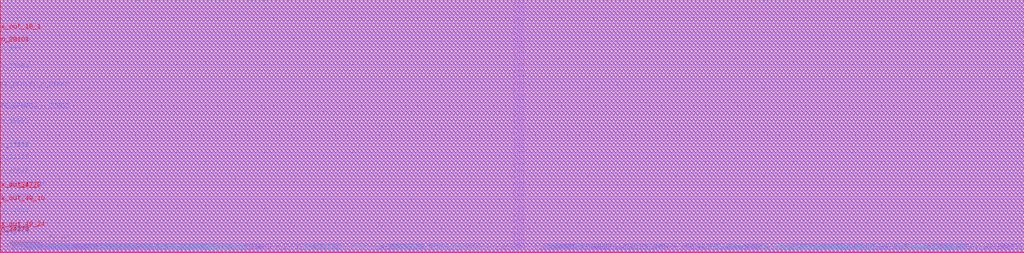
<source format=lef>
VERSION 5.5 ;
BUSBITCHARS "[]" ;
DIVIDERCHAR "/" ;

MACRO h5
   CLASS BLOCK ;
   SIZE 303.2 BY 144 ;
   ORIGIN 0 0 ;
   SYMMETRY X Y R90 ;
   PIN FE_OFN1102_rst
      DIRECTION OUTPUT ;
      PORT 
         LAYER metal2 ;
             RECT 284.19 0 284.29 0.51 ;
      END
   END FE_OFN1102_rst

   PIN FE_OFN267_n_4280
      DIRECTION OUTPUT ;
      PORT 
         LAYER metal4 ;
             RECT 248.54 143.745 248.74 144 ;
      END
   END FE_OFN267_n_4280

   PIN FE_OFN827_n_3772
      DIRECTION OUTPUT ;
      PORT 
         LAYER metal3 ;
             RECT 302.69 139.95 303.2 140.05 ;
      END
   END FE_OFN827_n_3772

   PIN FE_OFN829_n_8424
      DIRECTION OUTPUT ;
      PORT 
         LAYER metal2 ;
             RECT 275.59 143.49 275.69 144 ;
      END
   END FE_OFN829_n_8424

   PIN n_10129
      DIRECTION OUTPUT ;
      PORT 
         LAYER metal3 ;
             RECT 0 120.75 0.51 120.85 ;
      END
   END n_10129

   PIN n_10572
      DIRECTION OUTPUT ;
      PORT 
         LAYER metal3 ;
             RECT 0 135.95 0.51 136.05 ;
      END
   END n_10572

   PIN n_10650
      DIRECTION OUTPUT ;
      PORT 
         LAYER metal2 ;
             RECT 116.39 0 116.49 0.51 ;
      END
   END n_10650

   PIN n_10952
      DIRECTION OUTPUT ;
      PORT 
         LAYER metal2 ;
             RECT 93.59 0 93.69 0.51 ;
      END
   END n_10952

   PIN n_10953
      DIRECTION OUTPUT ;
      PORT 
         LAYER metal2 ;
             RECT 86.59 0 86.69 0.51 ;
      END
   END n_10953

   PIN n_12076
      DIRECTION OUTPUT ;
      PORT 
         LAYER metal2 ;
             RECT 88.39 143.49 88.49 144 ;
      END
   END n_12076

   PIN n_12100
      DIRECTION OUTPUT ;
      PORT 
         LAYER metal2 ;
             RECT 99.19 0 99.29 0.51 ;
      END
   END n_12100

   PIN n_12221
      DIRECTION OUTPUT ;
      PORT 
         LAYER metal2 ;
             RECT 108.99 0 109.09 0.51 ;
      END
   END n_12221

   PIN n_1247
      DIRECTION OUTPUT ;
      PORT 
         LAYER metal2 ;
             RECT 246.99 143.49 247.09 144 ;
      END
   END n_1247

   PIN n_12608
      DIRECTION OUTPUT ;
      PORT 
         LAYER metal3 ;
             RECT 0 85.95 0.51 86.05 ;
      END
   END n_12608

   PIN n_12826
      DIRECTION OUTPUT ;
      PORT 
         LAYER metal2 ;
             RECT 92.39 143.49 92.49 144 ;
      END
   END n_12826

   PIN n_13290
      DIRECTION OUTPUT ;
      PORT 
         LAYER metal2 ;
             RECT 34.39 0 34.49 0.51 ;
      END
   END n_13290

   PIN n_13898
      DIRECTION OUTPUT ;
      PORT 
         LAYER metal3 ;
             RECT 0 85.35 0.51 85.45 ;
      END
   END n_13898

   PIN n_14243
      DIRECTION OUTPUT ;
      PORT 
         LAYER metal2 ;
             RECT 86.39 0 86.49 0.51 ;
      END
   END n_14243

   PIN n_14244
      DIRECTION OUTPUT ;
      PORT 
         LAYER metal2 ;
             RECT 92.59 0 92.69 0.51 ;
      END
   END n_14244

   PIN n_14522
      DIRECTION OUTPUT ;
      PORT 
         LAYER metal2 ;
             RECT 253.99 143.49 254.09 144 ;
      END
   END n_14522

   PIN n_14855
      DIRECTION OUTPUT ;
      PORT 
         LAYER metal2 ;
             RECT 104.59 0 104.69 0.51 ;
      END
   END n_14855

   PIN n_14856
      DIRECTION OUTPUT ;
      PORT 
         LAYER metal2 ;
             RECT 104.39 0 104.49 0.51 ;
      END
   END n_14856

   PIN n_1487
      DIRECTION OUTPUT ;
      PORT 
         LAYER metal3 ;
             RECT 302.69 71.55 303.2 71.65 ;
      END
   END n_1487

   PIN n_15005
      DIRECTION OUTPUT ;
      PORT 
         LAYER metal3 ;
             RECT 302.69 120.15 303.2 120.25 ;
      END
   END n_15005

   PIN n_15031
      DIRECTION OUTPUT ;
      PORT 
         LAYER metal2 ;
             RECT 77.79 0 77.89 0.51 ;
      END
   END n_15031

   PIN n_15092
      DIRECTION OUTPUT ;
      PORT 
         LAYER metal2 ;
             RECT 86.19 0 86.29 0.51 ;
      END
   END n_15092

   PIN n_15377
      DIRECTION OUTPUT ;
      PORT 
         LAYER metal2 ;
             RECT 95.39 0 95.49 0.51 ;
      END
   END n_15377

   PIN n_1591
      DIRECTION OUTPUT ;
      PORT 
         LAYER metal2 ;
             RECT 266.79 143.49 266.89 144 ;
      END
   END n_1591

   PIN n_15967
      DIRECTION OUTPUT ;
      PORT 
         LAYER metal3 ;
             RECT 302.69 112.55 303.2 112.65 ;
      END
   END n_15967

   PIN n_16054
      DIRECTION OUTPUT ;
      PORT 
         LAYER metal2 ;
             RECT 81.39 0 81.49 0.51 ;
      END
   END n_16054

   PIN n_16555
      DIRECTION OUTPUT ;
      PORT 
         LAYER metal3 ;
             RECT 0 71.15 0.51 71.25 ;
      END
   END n_16555

   PIN n_16749
      DIRECTION OUTPUT ;
      PORT 
         LAYER metal3 ;
             RECT 0 71.35 0.51 71.45 ;
      END
   END n_16749

   PIN n_16770
      DIRECTION OUTPUT ;
      PORT 
         LAYER metal2 ;
             RECT 81.59 0 81.69 0.51 ;
      END
   END n_16770

   PIN n_17130
      DIRECTION OUTPUT ;
      PORT 
         LAYER metal2 ;
             RECT 53.79 0 53.89 0.51 ;
      END
   END n_17130

   PIN n_17673
      DIRECTION OUTPUT ;
      PORT 
         LAYER metal2 ;
             RECT 88.19 0 88.29 0.51 ;
      END
   END n_17673

   PIN n_19031
      DIRECTION OUTPUT ;
      PORT 
         LAYER metal3 ;
             RECT 0 76.15 0.51 76.25 ;
      END
   END n_19031

   PIN n_19333
      DIRECTION OUTPUT ;
      PORT 
         LAYER metal4 ;
             RECT 46.39 0 46.49 0.51 ;
      END
   END n_19333

   PIN n_19372
      DIRECTION OUTPUT ;
      PORT 
         LAYER metal3 ;
             RECT 0 71.75 0.51 71.85 ;
      END
   END n_19372

   PIN n_20390
      DIRECTION OUTPUT ;
      PORT 
         LAYER metal3 ;
             RECT 302.69 13.55 303.2 13.65 ;
      END
   END n_20390

   PIN n_2339
      DIRECTION OUTPUT ;
      PORT 
         LAYER metal2 ;
             RECT 48.79 143.49 48.89 144 ;
      END
   END n_2339

   PIN n_23513
      DIRECTION OUTPUT ;
      PORT 
         LAYER metal3 ;
             RECT 302.69 40.35 303.2 40.45 ;
      END
   END n_23513

   PIN n_24465
      DIRECTION OUTPUT ;
      PORT 
         LAYER metal2 ;
             RECT 225.79 0 225.89 0.51 ;
      END
   END n_24465

   PIN n_25465
      DIRECTION OUTPUT ;
      PORT 
         LAYER metal2 ;
             RECT 228.39 143.49 228.49 144 ;
      END
   END n_25465

   PIN n_26031
      DIRECTION OUTPUT ;
      PORT 
         LAYER metal2 ;
             RECT 219.79 143.49 219.89 144 ;
      END
   END n_26031

   PIN n_27335
      DIRECTION OUTPUT ;
      PORT 
         LAYER metal3 ;
             RECT 302.69 8.55 303.2 8.65 ;
      END
   END n_27335

   PIN n_28336
      DIRECTION OUTPUT ;
      PORT 
         LAYER metal3 ;
             RECT 302.69 40.15 303.2 40.25 ;
      END
   END n_28336

   PIN n_28551
      DIRECTION OUTPUT ;
      PORT 
         LAYER metal2 ;
             RECT 151.99 143.49 152.09 144 ;
      END
   END n_28551

   PIN n_28552
      DIRECTION OUTPUT ;
      PORT 
         LAYER metal2 ;
             RECT 151.79 143.49 151.89 144 ;
      END
   END n_28552

   PIN n_28705
      DIRECTION OUTPUT ;
      PORT 
         LAYER metal3 ;
             RECT 302.69 8.35 303.2 8.45 ;
      END
   END n_28705

   PIN n_29060
      DIRECTION OUTPUT ;
      PORT 
         LAYER metal3 ;
             RECT 302.69 13.75 303.2 13.85 ;
      END
   END n_29060

   PIN n_29114
      DIRECTION OUTPUT ;
      PORT 
         LAYER metal2 ;
             RECT 266.39 143.49 266.49 144 ;
      END
   END n_29114

   PIN n_29356
      DIRECTION OUTPUT ;
      PORT 
         LAYER metal3 ;
             RECT 302.69 119.95 303.2 120.05 ;
      END
   END n_29356

   PIN n_29588
      DIRECTION OUTPUT ;
      PORT 
         LAYER metal2 ;
             RECT 229.59 143.49 229.69 144 ;
      END
   END n_29588

   PIN n_29605
      DIRECTION OUTPUT ;
      PORT 
         LAYER metal2 ;
             RECT 239.79 143.49 239.89 144 ;
      END
   END n_29605

   PIN n_2970
      DIRECTION OUTPUT ;
      PORT 
         LAYER metal2 ;
             RECT 68.39 143.49 68.49 144 ;
      END
   END n_2970

   PIN n_3176
      DIRECTION OUTPUT ;
      PORT 
         LAYER metal5 ;
             RECT 302.69 135.95 303.2 136.05 ;
      END
   END n_3176

   PIN n_3798
      DIRECTION OUTPUT ;
      PORT 
         LAYER metal2 ;
             RECT 68.59 143.49 68.69 144 ;
      END
   END n_3798

   PIN n_3802
      DIRECTION OUTPUT ;
      PORT 
         LAYER metal2 ;
             RECT 68.79 143.49 68.89 144 ;
      END
   END n_3802

   PIN n_3839
      DIRECTION OUTPUT ;
      PORT 
         LAYER metal2 ;
             RECT 50.39 143.49 50.49 144 ;
      END
   END n_3839

   PIN n_4058
      DIRECTION OUTPUT ;
      PORT 
         LAYER metal2 ;
             RECT 59.39 143.49 59.49 144 ;
      END
   END n_4058

   PIN n_4072
      DIRECTION OUTPUT ;
      PORT 
         LAYER metal2 ;
             RECT 80.79 143.49 80.89 144 ;
      END
   END n_4072

   PIN n_5262
      DIRECTION OUTPUT ;
      PORT 
         LAYER metal2 ;
             RECT 266.59 143.49 266.69 144 ;
      END
   END n_5262

   PIN n_5327
      DIRECTION OUTPUT ;
      PORT 
         LAYER metal2 ;
             RECT 266.19 143.49 266.29 144 ;
      END
   END n_5327

   PIN n_5340
      DIRECTION OUTPUT ;
      PORT 
         LAYER metal2 ;
             RECT 51.99 143.49 52.09 144 ;
      END
   END n_5340

   PIN n_5341
      DIRECTION OUTPUT ;
      PORT 
         LAYER metal2 ;
             RECT 41.59 143.49 41.69 144 ;
      END
   END n_5341

   PIN n_5519
      DIRECTION OUTPUT ;
      PORT 
         LAYER metal2 ;
             RECT 248.39 143.49 248.49 144 ;
      END
   END n_5519

   PIN n_6244
      DIRECTION OUTPUT ;
      PORT 
         LAYER metal3 ;
             RECT 0 94.75 0.51 94.85 ;
      END
   END n_6244

   PIN n_6256
      DIRECTION OUTPUT ;
      PORT 
         LAYER metal2 ;
             RECT 77.99 143.49 78.09 144 ;
      END
   END n_6256

   PIN n_6595
      DIRECTION OUTPUT ;
      PORT 
         LAYER metal2 ;
             RECT 103.59 0 103.69 0.51 ;
      END
   END n_6595

   PIN n_6979
      DIRECTION OUTPUT ;
      PORT 
         LAYER metal3 ;
             RECT 0 94.35 0.51 94.45 ;
      END
   END n_6979

   PIN n_6987
      DIRECTION OUTPUT ;
      PORT 
         LAYER metal3 ;
             RECT 0 94.55 0.51 94.65 ;
      END
   END n_6987

   PIN n_7017
      DIRECTION OUTPUT ;
      PORT 
         LAYER metal2 ;
             RECT 5.59 143.49 5.69 144 ;
      END
   END n_7017

   PIN n_7224
      DIRECTION OUTPUT ;
      PORT 
         LAYER metal2 ;
             RECT 122.59 143.49 122.69 144 ;
      END
   END n_7224

   PIN n_7237
      DIRECTION OUTPUT ;
      PORT 
         LAYER metal3 ;
             RECT 302.69 94.55 303.2 94.65 ;
      END
   END n_7237

   PIN n_7274
      DIRECTION OUTPUT ;
      PORT 
         LAYER metal2 ;
             RECT 61.39 143.49 61.49 144 ;
      END
   END n_7274

   PIN n_7311
      DIRECTION OUTPUT ;
      PORT 
         LAYER metal2 ;
             RECT 239.59 143.49 239.69 144 ;
      END
   END n_7311

   PIN n_8443
      DIRECTION OUTPUT ;
      PORT 
         LAYER metal2 ;
             RECT 80.19 143.49 80.29 144 ;
      END
   END n_8443

   PIN n_8444
      DIRECTION OUTPUT ;
      PORT 
         LAYER metal2 ;
             RECT 77.59 143.49 77.69 144 ;
      END
   END n_8444

   PIN n_9230
      DIRECTION OUTPUT ;
      PORT 
         LAYER metal3 ;
             RECT 0 107.35 0.51 107.45 ;
      END
   END n_9230

   PIN n_9350
      DIRECTION OUTPUT ;
      PORT 
         LAYER metal3 ;
             RECT 0 120.15 0.51 120.25 ;
      END
   END n_9350

   PIN n_9351
      DIRECTION OUTPUT ;
      PORT 
         LAYER metal3 ;
             RECT 0 120.35 0.51 120.45 ;
      END
   END n_9351

   PIN n_9728
      DIRECTION OUTPUT ;
      PORT 
         LAYER metal3 ;
             RECT 0 85.55 0.51 85.65 ;
      END
   END n_9728

   PIN n_9943
      DIRECTION OUTPUT ;
      PORT 
         LAYER metal2 ;
             RECT 116.19 143.49 116.29 144 ;
      END
   END n_9943

   PIN x_out_21_1
      DIRECTION OUTPUT ;
      PORT 
         LAYER metal3 ;
             RECT 302.69 76.35 303.2 76.45 ;
      END
   END x_out_21_1

   PIN x_out_21_22
      DIRECTION OUTPUT ;
      PORT 
         LAYER metal3 ;
             RECT 302.69 112.35 303.2 112.45 ;
      END
   END x_out_21_22

   PIN x_out_21_23
      DIRECTION OUTPUT ;
      PORT 
         LAYER metal5 ;
             RECT 302.69 67.35 303.2 67.45 ;
      END
   END x_out_21_23

   PIN x_out_21_24
      DIRECTION OUTPUT ;
      PORT 
         LAYER metal5 ;
             RECT 302.69 121.55 303.2 121.65 ;
      END
   END x_out_21_24

   PIN x_out_21_25
      DIRECTION OUTPUT ;
      PORT 
         LAYER metal5 ;
             RECT 302.69 93.95 303.2 94.05 ;
      END
   END x_out_21_25

   PIN x_out_21_26
      DIRECTION OUTPUT ;
      PORT 
         LAYER metal3 ;
             RECT 302.69 62.15 303.2 62.25 ;
      END
   END x_out_21_26

   PIN x_out_25_29
      DIRECTION OUTPUT ;
      PORT 
         LAYER metal3 ;
             RECT 302.69 40.55 303.2 40.65 ;
      END
   END x_out_25_29

   PIN x_out_25_30
      DIRECTION OUTPUT ;
      PORT 
         LAYER metal3 ;
             RECT 302.69 22.35 303.2 22.45 ;
      END
   END x_out_25_30

   PIN x_out_53_22
      DIRECTION OUTPUT ;
      PORT 
         LAYER metal5 ;
             RECT 302.69 84.95 303.2 85.05 ;
      END
   END x_out_53_22

   PIN x_out_53_24
      DIRECTION OUTPUT ;
      PORT 
         LAYER metal5 ;
             RECT 302.69 112.35 303.2 112.45 ;
      END
   END x_out_53_24

   PIN x_out_53_25
      DIRECTION OUTPUT ;
      PORT 
         LAYER metal3 ;
             RECT 302.69 94.35 303.2 94.45 ;
      END
   END x_out_53_25

   PIN x_out_53_28
      DIRECTION OUTPUT ;
      PORT 
         LAYER metal5 ;
             RECT 302.69 112.15 303.2 112.25 ;
      END
   END x_out_53_28

   PIN x_out_55_14
      DIRECTION OUTPUT ;
      PORT 
         LAYER metal3 ;
             RECT 302.69 121.35 303.2 121.45 ;
      END
   END x_out_55_14

   PIN x_out_57_29
      DIRECTION OUTPUT ;
      PORT 
         LAYER metal5 ;
             RECT 302.69 93.55 303.2 93.65 ;
      END
   END x_out_57_29

   PIN x_out_57_30
      DIRECTION OUTPUT ;
      PORT 
         LAYER metal5 ;
             RECT 302.69 84.75 303.2 84.85 ;
      END
   END x_out_57_30

   PIN x_out_5_13
      DIRECTION OUTPUT ;
      PORT 
         LAYER metal3 ;
             RECT 302.69 104.15 303.2 104.25 ;
      END
   END x_out_5_13

   PIN FE_OFN1171_n_4860
      DIRECTION INPUT ;
      PORT 
         LAYER metal2 ;
             RECT 291.99 0 292.09 0.51 ;
      END
   END FE_OFN1171_n_4860

   PIN FE_OFN1264_n_29354
      DIRECTION INPUT ;
      PORT 
         LAYER metal2 ;
             RECT 284.59 143.49 284.69 144 ;
      END
   END FE_OFN1264_n_29354

   PIN FE_OFN184_n_29402
      DIRECTION INPUT ;
      PORT 
         LAYER metal3 ;
             RECT 302.69 103.95 303.2 104.05 ;
      END
   END FE_OFN184_n_29402

   PIN FE_OFN248_n_4162
      DIRECTION INPUT ;
      PORT 
         LAYER metal5 ;
             RECT 302.945 84.3 303.2 84.5 ;
      END
   END FE_OFN248_n_4162

   PIN FE_OFN261_n_4280
      DIRECTION INPUT ;
      PORT 
         LAYER metal2 ;
             RECT 96.39 143.49 96.49 144 ;
      END
   END FE_OFN261_n_4280

   PIN FE_OFN300_n_3069
      DIRECTION INPUT ;
      PORT 
         LAYER metal4 ;
             RECT 254.54 143.745 254.74 144 ;
      END
   END FE_OFN300_n_3069

   PIN FE_OFN303_n_3069
      DIRECTION INPUT ;
      PORT 
         LAYER metal4 ;
             RECT 243.14 0 243.34 0.255 ;
      END
   END FE_OFN303_n_3069

   PIN FE_OFN308_n_3069
      DIRECTION INPUT ;
      PORT 
         LAYER metal2 ;
             RECT 267.19 143.49 267.29 144 ;
      END
   END FE_OFN308_n_3069

   PIN FE_OFN326_n_4860
      DIRECTION INPUT ;
      PORT 
         LAYER metal4 ;
             RECT 239.54 143.745 239.74 144 ;
      END
   END FE_OFN326_n_4860

   PIN FE_OFN347_n_4860
      DIRECTION INPUT ;
      PORT 
         LAYER metal3 ;
             RECT 302.945 70.3 303.2 70.5 ;
      END
   END FE_OFN347_n_4860

   PIN FE_OFN35_n_15183
      DIRECTION INPUT ;
      PORT 
         LAYER metal2 ;
             RECT 192.79 143.49 192.89 144 ;
      END
   END FE_OFN35_n_15183

   PIN FE_OFN400_n_28303
      DIRECTION INPUT ;
      PORT 
         LAYER metal4 ;
             RECT 265.74 0 265.94 0.255 ;
      END
   END FE_OFN400_n_28303

   PIN FE_OFN56_n_27012
      DIRECTION INPUT ;
      PORT 
         LAYER metal3 ;
             RECT 0 104.1 0.255 104.3 ;
      END
   END FE_OFN56_n_27012

   PIN FE_OFN89_n_27449
      DIRECTION INPUT ;
      PORT 
         LAYER metal4 ;
             RECT 263.94 143.745 264.14 144 ;
      END
   END FE_OFN89_n_27449

   PIN FE_OFN90_n_27449
      DIRECTION INPUT ;
      PORT 
         LAYER metal3 ;
             RECT 302.945 104.9 303.2 105.1 ;
      END
   END FE_OFN90_n_27449

   PIN FE_OFN91_n_27449
      DIRECTION INPUT ;
      PORT 
         LAYER metal2 ;
             RECT 264.79 143.49 264.89 144 ;
      END
   END FE_OFN91_n_27449

   PIN FE_OFN92_n_27449
      DIRECTION INPUT ;
      PORT 
         LAYER metal4 ;
             RECT 284.74 143.745 284.94 144 ;
      END
   END FE_OFN92_n_27449

   PIN ispd_clk
      DIRECTION INPUT ;
      PORT 
         LAYER metal3 ;
             RECT 302.945 120.5 303.2 120.7 ;
      END
   END ispd_clk

   PIN n_10128
      DIRECTION INPUT ;
      PORT 
         LAYER metal3 ;
             RECT 0 120.55 0.51 120.65 ;
      END
   END n_10128

   PIN n_14910
      DIRECTION INPUT ;
      PORT 
         LAYER metal3 ;
             RECT 0 85.75 0.51 85.85 ;
      END
   END n_14910

   PIN n_15268
      DIRECTION INPUT ;
      PORT 
         LAYER metal3 ;
             RECT 302.69 70.95 303.2 71.05 ;
      END
   END n_15268

   PIN n_15269
      DIRECTION INPUT ;
      PORT 
         LAYER metal3 ;
             RECT 302.69 76.15 303.2 76.25 ;
      END
   END n_15269

   PIN n_15378
      DIRECTION INPUT ;
      PORT 
         LAYER metal2 ;
             RECT 72.99 0 73.09 0.51 ;
      END
   END n_15378

   PIN n_15877
      DIRECTION INPUT ;
      PORT 
         LAYER metal2 ;
             RECT 77.59 0 77.69 0.51 ;
      END
   END n_15877

   PIN n_15878
      DIRECTION INPUT ;
      PORT 
         LAYER metal2 ;
             RECT 69.39 0 69.49 0.51 ;
      END
   END n_15878

   PIN n_15922
      DIRECTION INPUT ;
      PORT 
         LAYER metal3 ;
             RECT 302.69 55.95 303.2 56.05 ;
      END
   END n_15922

   PIN n_17184
      DIRECTION INPUT ;
      PORT 
         LAYER metal3 ;
             RECT 302.69 71.35 303.2 71.45 ;
      END
   END n_17184

   PIN n_17474
      DIRECTION INPUT ;
      PORT 
         LAYER metal2 ;
             RECT 55.59 0 55.69 0.51 ;
      END
   END n_17474

   PIN n_17671
      DIRECTION INPUT ;
      PORT 
         LAYER metal2 ;
             RECT 85.79 0 85.89 0.51 ;
      END
   END n_17671

   PIN n_17672
      DIRECTION INPUT ;
      PORT 
         LAYER metal2 ;
             RECT 88.39 0 88.49 0.51 ;
      END
   END n_17672

   PIN n_19032
      DIRECTION INPUT ;
      PORT 
         LAYER metal3 ;
             RECT 0 75.95 0.51 76.05 ;
      END
   END n_19032

   PIN n_21830
      DIRECTION INPUT ;
      PORT 
         LAYER metal2 ;
             RECT 288.79 0 288.89 0.51 ;
      END
   END n_21830

   PIN n_22019
      DIRECTION INPUT ;
      PORT 
         LAYER metal4 ;
             RECT 291.34 143.745 291.54 144 ;
      END
   END n_22019

   PIN n_22492
      DIRECTION INPUT ;
      PORT 
         LAYER metal4 ;
             RECT 288.59 0 288.69 0.51 ;
      END
   END n_22492

   PIN n_23182
      DIRECTION INPUT ;
      PORT 
         LAYER metal3 ;
             RECT 0 40.15 0.51 40.25 ;
      END
   END n_23182

   PIN n_2343
      DIRECTION INPUT ;
      PORT 
         LAYER metal3 ;
             RECT 302.69 66.75 303.2 66.85 ;
      END
   END n_2343

   PIN n_237
      DIRECTION INPUT ;
      PORT 
         LAYER metal3 ;
             RECT 302.69 56.15 303.2 56.25 ;
      END
   END n_237

   PIN n_23813
      DIRECTION INPUT ;
      PORT 
         LAYER metal4 ;
             RECT 29.14 143.745 29.34 144 ;
      END
   END n_23813

   PIN n_24424
      DIRECTION INPUT ;
      PORT 
         LAYER metal2 ;
             RECT 41.79 143.49 41.89 144 ;
      END
   END n_24424

   PIN n_24865
      DIRECTION INPUT ;
      PORT 
         LAYER metal2 ;
             RECT 68.99 143.49 69.09 144 ;
      END
   END n_24865

   PIN n_26084
      DIRECTION INPUT ;
      PORT 
         LAYER metal2 ;
             RECT 59.59 143.49 59.69 144 ;
      END
   END n_26084

   PIN n_26271
      DIRECTION INPUT ;
      PORT 
         LAYER metal3 ;
             RECT 0 112.55 0.51 112.65 ;
      END
   END n_26271

   PIN n_26570
      DIRECTION INPUT ;
      PORT 
         LAYER metal3 ;
             RECT 0 119.95 0.51 120.05 ;
      END
   END n_26570

   PIN n_27334
      DIRECTION INPUT ;
      PORT 
         LAYER metal3 ;
             RECT 302.69 8.15 303.2 8.25 ;
      END
   END n_27334

   PIN n_27449
      DIRECTION INPUT ;
      PORT 
         LAYER metal4 ;
             RECT 122.54 143.745 122.74 144 ;
      END
   END n_27449

   PIN n_28550
      DIRECTION INPUT ;
      PORT 
         LAYER metal2 ;
             RECT 148.79 143.49 148.89 144 ;
      END
   END n_28550

   PIN n_28597
      DIRECTION INPUT ;
      PORT 
         LAYER metal2 ;
             RECT 281.59 143.49 281.69 144 ;
      END
   END n_28597

   PIN n_29046
      DIRECTION INPUT ;
      PORT 
         LAYER metal4 ;
             RECT 128.14 143.745 128.34 144 ;
      END
   END n_29046

   PIN n_29068
      DIRECTION INPUT ;
      PORT 
         LAYER metal4 ;
             RECT 99.39 143.49 99.49 144 ;
      END
   END n_29068

   PIN n_29126
      DIRECTION INPUT ;
      PORT 
         LAYER metal4 ;
             RECT 79.19 143.49 79.29 144 ;
      END
   END n_29126

   PIN n_29261
      DIRECTION INPUT ;
      PORT 
         LAYER metal3 ;
             RECT 302.945 104.5 303.2 104.7 ;
      END
   END n_29261

   PIN n_29664
      DIRECTION INPUT ;
      PORT 
         LAYER metal4 ;
             RECT 41.34 143.745 41.54 144 ;
      END
   END n_29664

   PIN n_29683
      DIRECTION INPUT ;
      PORT 
         LAYER metal3 ;
             RECT 302.945 139.5 303.2 139.7 ;
      END
   END n_29683

   PIN n_5003
      DIRECTION INPUT ;
      PORT 
         LAYER metal4 ;
             RECT 239.19 143.49 239.29 144 ;
      END
   END n_5003

   PIN n_5445
      DIRECTION INPUT ;
      PORT 
         LAYER metal2 ;
             RECT 79.19 143.49 79.29 144 ;
      END
   END n_5445

   PIN n_546
      DIRECTION INPUT ;
      PORT 
         LAYER metal2 ;
             RECT 128.39 143.49 128.49 144 ;
      END
   END n_546

   PIN n_7214
      DIRECTION INPUT ;
      PORT 
         LAYER metal3 ;
             RECT 302.69 61.95 303.2 62.05 ;
      END
   END n_7214

   PIN n_8671
      DIRECTION INPUT ;
      PORT 
         LAYER metal2 ;
             RECT 52.19 143.49 52.29 144 ;
      END
   END n_8671

   PIN rst
      DIRECTION INPUT ;
      PORT 
         LAYER metal4 ;
             RECT 284.34 143.745 284.54 144 ;
      END
   END rst

   PIN x_in_39_13
      DIRECTION INPUT ;
      PORT 
         LAYER metal3 ;
             RECT 302.69 70.75 303.2 70.85 ;
      END
   END x_in_39_13

   PIN x_in_39_14
      DIRECTION INPUT ;
      PORT 
         LAYER metal3 ;
             RECT 302.69 67.75 303.2 67.85 ;
      END
   END x_in_39_14

   PIN x_in_39_15
      DIRECTION INPUT ;
      PORT 
         LAYER metal3 ;
             RECT 302.69 71.15 303.2 71.25 ;
      END
   END x_in_39_15

   PIN x_in_42_1
      DIRECTION INPUT ;
      PORT 
         LAYER metal2 ;
             RECT 73.39 0 73.49 0.51 ;
      END
   END x_in_42_1

   PIN x_in_42_10
      DIRECTION INPUT ;
      PORT 
         LAYER metal3 ;
             RECT 302.69 33.95 303.2 34.05 ;
      END
   END x_in_42_10

   PIN x_in_42_11
      DIRECTION INPUT ;
      PORT 
         LAYER metal2 ;
             RECT 239.59 0 239.69 0.51 ;
      END
   END x_in_42_11

   PIN x_in_42_12
      DIRECTION INPUT ;
      PORT 
         LAYER metal3 ;
             RECT 302.69 75.95 303.2 76.05 ;
      END
   END x_in_42_12

   PIN x_in_42_13
      DIRECTION INPUT ;
      PORT 
         LAYER metal3 ;
             RECT 302.69 95.55 303.2 95.65 ;
      END
   END x_in_42_13

   PIN x_in_42_14
      DIRECTION INPUT ;
      PORT 
         LAYER metal5 ;
             RECT 302.69 95.35 303.2 95.45 ;
      END
   END x_in_42_14

   PIN x_in_42_15
      DIRECTION INPUT ;
      PORT 
         LAYER metal5 ;
             RECT 302.69 104.95 303.2 105.05 ;
      END
   END x_in_42_15

   PIN x_in_43_0
      DIRECTION INPUT ;
      PORT 
         LAYER metal3 ;
             RECT 302.69 24.15 303.2 24.25 ;
      END
   END x_in_43_0

   PIN x_in_43_1
      DIRECTION INPUT ;
      PORT 
         LAYER metal5 ;
             RECT 302.69 49.55 303.2 49.65 ;
      END
   END x_in_43_1

   PIN x_in_43_10
      DIRECTION INPUT ;
      PORT 
         LAYER metal5 ;
             RECT 302.69 95.15 303.2 95.25 ;
      END
   END x_in_43_10

   PIN x_in_43_11
      DIRECTION INPUT ;
      PORT 
         LAYER metal4 ;
             RECT 71.54 143.745 71.74 144 ;
      END
   END x_in_43_11

   PIN x_in_43_12
      DIRECTION INPUT ;
      PORT 
         LAYER metal5 ;
             RECT 302.69 85.55 303.2 85.65 ;
      END
   END x_in_43_12

   PIN x_in_43_13
      DIRECTION INPUT ;
      PORT 
         LAYER metal4 ;
             RECT 159.19 143.49 159.29 144 ;
      END
   END x_in_43_13

   PIN x_in_43_14
      DIRECTION INPUT ;
      PORT 
         LAYER metal4 ;
             RECT 173.99 143.49 174.09 144 ;
      END
   END x_in_43_14

   PIN x_in_43_15
      DIRECTION INPUT ;
      PORT 
         LAYER metal3 ;
             RECT 302.69 112.95 303.2 113.05 ;
      END
   END x_in_43_15

   PIN x_in_43_2
      DIRECTION INPUT ;
      PORT 
         LAYER metal5 ;
             RECT 302.69 22.95 303.2 23.05 ;
      END
   END x_in_43_2

   PIN x_in_43_3
      DIRECTION INPUT ;
      PORT 
         LAYER metal5 ;
             RECT 302.69 34.35 303.2 34.45 ;
      END
   END x_in_43_3

   PIN x_in_43_4
      DIRECTION INPUT ;
      PORT 
         LAYER metal4 ;
             RECT 170.34 143.745 170.54 144 ;
      END
   END x_in_43_4

   PIN x_in_43_5
      DIRECTION INPUT ;
      PORT 
         LAYER metal5 ;
             RECT 302.945 77.5 303.2 77.7 ;
      END
   END x_in_43_5

   PIN x_in_43_6
      DIRECTION INPUT ;
      PORT 
         LAYER metal5 ;
             RECT 302.69 62.35 303.2 62.45 ;
      END
   END x_in_43_6

   PIN x_in_43_7
      DIRECTION INPUT ;
      PORT 
         LAYER metal5 ;
             RECT 302.69 77.15 303.2 77.25 ;
      END
   END x_in_43_7

   PIN x_in_43_8
      DIRECTION INPUT ;
      PORT 
         LAYER metal5 ;
             RECT 302.945 69.1 303.2 69.3 ;
      END
   END x_in_43_8

   PIN x_in_43_9
      DIRECTION INPUT ;
      PORT 
         LAYER metal3 ;
             RECT 302.945 85.7 303.2 85.9 ;
      END
   END x_in_43_9

   PIN x_out_21_15
      DIRECTION INPUT ;
      PORT 
         LAYER metal2 ;
             RECT 257.59 143.49 257.69 144 ;
      END
   END x_out_21_15

   PIN x_out_21_20
      DIRECTION INPUT ;
      PORT 
         LAYER metal2 ;
             RECT 272.39 143.49 272.49 144 ;
      END
   END x_out_21_20

   PIN x_out_21_21
      DIRECTION INPUT ;
      PORT 
         LAYER metal2 ;
             RECT 247.19 143.49 247.29 144 ;
      END
   END x_out_21_21

   PIN x_out_25_15
      DIRECTION INPUT ;
      PORT 
         LAYER metal3 ;
             RECT 302.69 71.75 303.2 71.85 ;
      END
   END x_out_25_15

   PIN x_out_53_26
      DIRECTION INPUT ;
      PORT 
         LAYER metal2 ;
             RECT 257.79 143.49 257.89 144 ;
      END
   END x_out_53_26

   PIN x_out_57_31
      DIRECTION INPUT ;
      PORT 
         LAYER metal3 ;
             RECT 0 71.55 0.51 71.65 ;
      END
   END x_out_57_31

   PIN vss
      DIRECTION INOUT ;
      USE GROUND ;
      SHAPE ABUTMENT ;
      PORT 
         LAYER metal1 ;
             RECT 0 -0.255 303.2 0.255 ;
      END
      PORT 
         LAYER metal1 ;
             RECT 0 3.745 303.2 4.255 ;
      END
      PORT 
         LAYER metal1 ;
             RECT 0 7.745 303.2 8.255 ;
      END
      PORT 
         LAYER metal1 ;
             RECT 0 11.745 303.2 12.255 ;
      END
      PORT 
         LAYER metal1 ;
             RECT 0 15.745 303.2 16.255 ;
      END
      PORT 
         LAYER metal1 ;
             RECT 0 19.745 303.2 20.255 ;
      END
      PORT 
         LAYER metal1 ;
             RECT 0 23.745 303.2 24.255 ;
      END
      PORT 
         LAYER metal1 ;
             RECT 0 27.745 303.2 28.255 ;
      END
      PORT 
         LAYER metal1 ;
             RECT 0 31.745 303.2 32.255 ;
      END
      PORT 
         LAYER metal1 ;
             RECT 0 35.745 303.2 36.255 ;
      END
      PORT 
         LAYER metal1 ;
             RECT 0 39.745 303.2 40.255 ;
      END
      PORT 
         LAYER metal1 ;
             RECT 0 43.745 303.2 44.255 ;
      END
      PORT 
         LAYER metal1 ;
             RECT 0 47.745 303.2 48.255 ;
      END
      PORT 
         LAYER metal1 ;
             RECT 0 51.745 303.2 52.255 ;
      END
      PORT 
         LAYER metal1 ;
             RECT 0 55.745 303.2 56.255 ;
      END
      PORT 
         LAYER metal1 ;
             RECT 0 59.745 303.2 60.255 ;
      END
      PORT 
         LAYER metal1 ;
             RECT 0 63.745 303.2 64.255 ;
      END
      PORT 
         LAYER metal1 ;
             RECT 0 67.745 303.2 68.255 ;
      END
      PORT 
         LAYER metal1 ;
             RECT 0 71.745 303.2 72.255 ;
      END
      PORT 
         LAYER metal1 ;
             RECT 0 75.745 303.2 76.255 ;
      END
      PORT 
         LAYER metal1 ;
             RECT 0 79.745 303.2 80.255 ;
      END
      PORT 
         LAYER metal1 ;
             RECT 0 83.745 303.2 84.255 ;
      END
      PORT 
         LAYER metal1 ;
             RECT 0 87.745 303.2 88.255 ;
      END
      PORT 
         LAYER metal1 ;
             RECT 0 91.745 303.2 92.255 ;
      END
      PORT 
         LAYER metal1 ;
             RECT 0 95.745 303.2 96.255 ;
      END
      PORT 
         LAYER metal1 ;
             RECT 0 99.745 303.2 100.255 ;
      END
      PORT 
         LAYER metal1 ;
             RECT 0 103.745 303.2 104.255 ;
      END
      PORT 
         LAYER metal1 ;
             RECT 0 107.745 303.2 108.255 ;
      END
      PORT 
         LAYER metal1 ;
             RECT 0 111.745 303.2 112.255 ;
      END
      PORT 
         LAYER metal1 ;
             RECT 0 115.745 303.2 116.255 ;
      END
      PORT 
         LAYER metal1 ;
             RECT 0 119.745 303.2 120.255 ;
      END
      PORT 
         LAYER metal1 ;
             RECT 0 123.745 303.2 124.255 ;
      END
      PORT 
         LAYER metal1 ;
             RECT 0 127.745 303.2 128.255 ;
      END
      PORT 
         LAYER metal1 ;
             RECT 0 131.745 303.2 132.255 ;
      END
      PORT 
         LAYER metal1 ;
             RECT 0 135.745 303.2 136.255 ;
      END
      PORT 
         LAYER metal1 ;
             RECT 0 139.745 303.2 140.255 ;
      END
      PORT 
         LAYER metal1 ;
             RECT 0 143.745 303.2 144.255 ;
      END
   END vss

   PIN vdd
      DIRECTION INOUT ;
      USE POWER ;
      PORT 
         LAYER metal1 ;
             RECT 0 1.745 303.2 2.255 ;
      END
      PORT 
         LAYER metal1 ;
             RECT 0 5.745 303.2 6.255 ;
      END
      PORT 
         LAYER metal1 ;
             RECT 0 9.745 303.2 10.255 ;
      END
      PORT 
         LAYER metal1 ;
             RECT 0 13.745 303.2 14.255 ;
      END
      PORT 
         LAYER metal1 ;
             RECT 0 17.745 303.2 18.255 ;
      END
      PORT 
         LAYER metal1 ;
             RECT 0 21.745 303.2 22.255 ;
      END
      PORT 
         LAYER metal1 ;
             RECT 0 25.745 303.2 26.255 ;
      END
      PORT 
         LAYER metal1 ;
             RECT 0 29.745 303.2 30.255 ;
      END
      PORT 
         LAYER metal1 ;
             RECT 0 33.745 303.2 34.255 ;
      END
      PORT 
         LAYER metal1 ;
             RECT 0 37.745 303.2 38.255 ;
      END
      PORT 
         LAYER metal1 ;
             RECT 0 41.745 303.2 42.255 ;
      END
      PORT 
         LAYER metal1 ;
             RECT 0 45.745 303.2 46.255 ;
      END
      PORT 
         LAYER metal1 ;
             RECT 0 49.745 303.2 50.255 ;
      END
      PORT 
         LAYER metal1 ;
             RECT 0 53.745 303.2 54.255 ;
      END
      PORT 
         LAYER metal1 ;
             RECT 0 57.745 303.2 58.255 ;
      END
      PORT 
         LAYER metal1 ;
             RECT 0 61.745 303.2 62.255 ;
      END
      PORT 
         LAYER metal1 ;
             RECT 0 65.745 303.2 66.255 ;
      END
      PORT 
         LAYER metal1 ;
             RECT 0 69.745 303.2 70.255 ;
      END
      PORT 
         LAYER metal1 ;
             RECT 0 73.745 303.2 74.255 ;
      END
      PORT 
         LAYER metal1 ;
             RECT 0 77.745 303.2 78.255 ;
      END
      PORT 
         LAYER metal1 ;
             RECT 0 81.745 303.2 82.255 ;
      END
      PORT 
         LAYER metal1 ;
             RECT 0 85.745 303.2 86.255 ;
      END
      PORT 
         LAYER metal1 ;
             RECT 0 89.745 303.2 90.255 ;
      END
      PORT 
         LAYER metal1 ;
             RECT 0 93.745 303.2 94.255 ;
      END
      PORT 
         LAYER metal1 ;
             RECT 0 97.745 303.2 98.255 ;
      END
      PORT 
         LAYER metal1 ;
             RECT 0 101.745 303.2 102.255 ;
      END
      PORT 
         LAYER metal1 ;
             RECT 0 105.745 303.2 106.255 ;
      END
      PORT 
         LAYER metal1 ;
             RECT 0 109.745 303.2 110.255 ;
      END
      PORT 
         LAYER metal1 ;
             RECT 0 113.745 303.2 114.255 ;
      END
      PORT 
         LAYER metal1 ;
             RECT 0 117.745 303.2 118.255 ;
      END
      PORT 
         LAYER metal1 ;
             RECT 0 121.745 303.2 122.255 ;
      END
      PORT 
         LAYER metal1 ;
             RECT 0 125.745 303.2 126.255 ;
      END
      PORT 
         LAYER metal1 ;
             RECT 0 129.745 303.2 130.255 ;
      END
      PORT 
         LAYER metal1 ;
             RECT 0 133.745 303.2 134.255 ;
      END
      PORT 
         LAYER metal1 ;
             RECT 0 137.745 303.2 138.255 ;
      END
      PORT 
         LAYER metal1 ;
             RECT 0 141.745 303.2 142.255 ;
      END
   END vdd

   OBS
      LAYER metal1 ;
         RECT 0 0 303.2 144 ;
   END
   OBS
      LAYER metal2 ;
         RECT 0 0 303.2 144 ;
   END
   OBS
      LAYER metal3 ;
         RECT 0 0 303.2 144 ;
   END
   OBS
      LAYER metal4 ;
         RECT 0 0 303.2 144 ;
   END
   OBS
      LAYER metal5 ;
         RECT 0 0 303.2 144 ;
   END
END h5

MACRO h4
   CLASS BLOCK ;
   SIZE 311 BY 212 ;
   ORIGIN 0 0 ;
   SYMMETRY X Y R90 ;
   PIN FE_OFN276_n_16893
      DIRECTION OUTPUT ;
      PORT 
         LAYER metal2 ;
             RECT 3.05 211.49 3.15 212 ;
      END
   END FE_OFN276_n_16893

   PIN FE_OFN282_n_7349
      DIRECTION OUTPUT ;
      PORT 
         LAYER metal5 ;
             RECT 0 145.95 0.51 146.05 ;
      END
   END FE_OFN282_n_7349

   PIN FE_OFN339_n_4860
      DIRECTION OUTPUT ;
      PORT 
         LAYER metal5 ;
             RECT 0 189.55 0.51 189.65 ;
      END
   END FE_OFN339_n_4860

   PIN FE_OFN352_n_4860
      DIRECTION OUTPUT ;
      PORT 
         LAYER metal5 ;
             RECT 0 152.3 0.255 152.5 ;
      END
   END FE_OFN352_n_4860

   PIN n_10750
      DIRECTION OUTPUT ;
      PORT 
         LAYER metal3 ;
             RECT 0 85.55 0.51 85.65 ;
      END
   END n_10750

   PIN n_12144
      DIRECTION OUTPUT ;
      PORT 
         LAYER metal2 ;
             RECT 173.65 211.49 173.75 212 ;
      END
   END n_12144

   PIN n_1289
      DIRECTION OUTPUT ;
      PORT 
         LAYER metal2 ;
             RECT 139.65 211.49 139.75 212 ;
      END
   END n_1289

   PIN n_13764
      DIRECTION OUTPUT ;
      PORT 
         LAYER metal5 ;
             RECT 0 202.95 0.51 203.05 ;
      END
   END n_13764

   PIN n_14521
      DIRECTION OUTPUT ;
      PORT 
         LAYER metal2 ;
             RECT 197.45 211.49 197.55 212 ;
      END
   END n_14521

   PIN n_14885
      DIRECTION OUTPUT ;
      PORT 
         LAYER metal5 ;
             RECT 0 185.15 0.51 185.25 ;
      END
   END n_14885

   PIN n_15325
      DIRECTION OUTPUT ;
      PORT 
         LAYER metal3 ;
             RECT 0 124.55 0.51 124.65 ;
      END
   END n_15325

   PIN n_15907
      DIRECTION OUTPUT ;
      PORT 
         LAYER metal3 ;
             RECT 0 184.95 0.51 185.05 ;
      END
   END n_15907

   PIN n_16753
      DIRECTION OUTPUT ;
      PORT 
         LAYER metal3 ;
             RECT 0 139.35 0.51 139.45 ;
      END
   END n_16753

   PIN n_16798
      DIRECTION OUTPUT ;
      PORT 
         LAYER metal3 ;
             RECT 0 157.95 0.51 158.05 ;
      END
   END n_16798

   PIN n_17335
      DIRECTION OUTPUT ;
      PORT 
         LAYER metal3 ;
             RECT 0 194.15 0.51 194.25 ;
      END
   END n_17335

   PIN n_17762
      DIRECTION OUTPUT ;
      PORT 
         LAYER metal3 ;
             RECT 0 203.55 0.51 203.65 ;
      END
   END n_17762

   PIN n_17906
      DIRECTION OUTPUT ;
      PORT 
         LAYER metal3 ;
             RECT 0 189.75 0.51 189.85 ;
      END
   END n_17906

   PIN n_17993
      DIRECTION OUTPUT ;
      PORT 
         LAYER metal3 ;
             RECT 0 194.95 0.51 195.05 ;
      END
   END n_17993

   PIN n_18103
      DIRECTION OUTPUT ;
      PORT 
         LAYER metal3 ;
             RECT 0 116.35 0.51 116.45 ;
      END
   END n_18103

   PIN n_18127
      DIRECTION OUTPUT ;
      PORT 
         LAYER metal3 ;
             RECT 0 131.55 0.51 131.65 ;
      END
   END n_18127

   PIN n_18128
      DIRECTION OUTPUT ;
      PORT 
         LAYER metal3 ;
             RECT 0 131.35 0.51 131.45 ;
      END
   END n_18128

   PIN n_18481
      DIRECTION OUTPUT ;
      PORT 
         LAYER metal3 ;
             RECT 0 203.15 0.51 203.25 ;
      END
   END n_18481

   PIN n_18575
      DIRECTION OUTPUT ;
      PORT 
         LAYER metal3 ;
             RECT 0 116.55 0.51 116.65 ;
      END
   END n_18575

   PIN n_1865
      DIRECTION OUTPUT ;
      PORT 
         LAYER metal2 ;
             RECT 123.25 211.49 123.35 212 ;
      END
   END n_1865

   PIN n_18833
      DIRECTION OUTPUT ;
      PORT 
         LAYER metal3 ;
             RECT 0 131.75 0.51 131.85 ;
      END
   END n_18833

   PIN n_18835
      DIRECTION OUTPUT ;
      PORT 
         LAYER metal3 ;
             RECT 0 131.15 0.51 131.25 ;
      END
   END n_18835

   PIN n_19121
      DIRECTION OUTPUT ;
      PORT 
         LAYER metal3 ;
             RECT 0 189.55 0.51 189.65 ;
      END
   END n_19121

   PIN n_19140
      DIRECTION OUTPUT ;
      PORT 
         LAYER metal3 ;
             RECT 0 202.95 0.51 203.05 ;
      END
   END n_19140

   PIN n_19235
      DIRECTION OUTPUT ;
      PORT 
         LAYER metal5 ;
             RECT 0 194.75 0.51 194.85 ;
      END
   END n_19235

   PIN n_19322
      DIRECTION OUTPUT ;
      PORT 
         LAYER metal3 ;
             RECT 0 87.15 0.51 87.25 ;
      END
   END n_19322

   PIN n_19382
      DIRECTION OUTPUT ;
      PORT 
         LAYER metal3 ;
             RECT 0 58.35 0.51 58.45 ;
      END
   END n_19382

   PIN n_19891
      DIRECTION OUTPUT ;
      PORT 
         LAYER metal3 ;
             RECT 0 139.55 0.51 139.65 ;
      END
   END n_19891

   PIN n_19966
      DIRECTION OUTPUT ;
      PORT 
         LAYER metal3 ;
             RECT 0 203.35 0.51 203.45 ;
      END
   END n_19966

   PIN n_20233
      DIRECTION OUTPUT ;
      PORT 
         LAYER metal3 ;
             RECT 0 139.95 0.51 140.05 ;
      END
   END n_20233

   PIN n_20283
      DIRECTION OUTPUT ;
      PORT 
         LAYER metal3 ;
             RECT 0 185.15 0.51 185.25 ;
      END
   END n_20283

   PIN n_20288
      DIRECTION OUTPUT ;
      PORT 
         LAYER metal3 ;
             RECT 0 161.75 0.51 161.85 ;
      END
   END n_20288

   PIN n_20344
      DIRECTION OUTPUT ;
      PORT 
         LAYER metal3 ;
             RECT 0 95.95 0.51 96.05 ;
      END
   END n_20344

   PIN n_20690
      DIRECTION OUTPUT ;
      PORT 
         LAYER metal5 ;
             RECT 0 203.15 0.51 203.25 ;
      END
   END n_20690

   PIN n_20766
      DIRECTION OUTPUT ;
      PORT 
         LAYER metal3 ;
             RECT 0 175.35 0.51 175.45 ;
      END
   END n_20766

   PIN n_21207
      DIRECTION OUTPUT ;
      PORT 
         LAYER metal3 ;
             RECT 0 202.75 0.51 202.85 ;
      END
   END n_21207

   PIN n_21332
      DIRECTION OUTPUT ;
      PORT 
         LAYER metal3 ;
             RECT 0 85.75 0.51 85.85 ;
      END
   END n_21332

   PIN n_21382
      DIRECTION OUTPUT ;
      PORT 
         LAYER metal2 ;
             RECT 45.45 211.49 45.55 212 ;
      END
   END n_21382

   PIN n_21383
      DIRECTION OUTPUT ;
      PORT 
         LAYER metal2 ;
             RECT 49.45 211.49 49.55 212 ;
      END
   END n_21383

   PIN n_21442
      DIRECTION OUTPUT ;
      PORT 
         LAYER metal3 ;
             RECT 0 175.95 0.51 176.05 ;
      END
   END n_21442

   PIN n_21523
      DIRECTION OUTPUT ;
      PORT 
         LAYER metal3 ;
             RECT 0 116.95 0.51 117.05 ;
      END
   END n_21523

   PIN n_22114
      DIRECTION OUTPUT ;
      PORT 
         LAYER metal3 ;
             RECT 0 167.35 0.51 167.45 ;
      END
   END n_22114

   PIN n_22537
      DIRECTION OUTPUT ;
      PORT 
         LAYER metal3 ;
             RECT 0 116.15 0.51 116.25 ;
      END
   END n_22537

   PIN n_22682
      DIRECTION OUTPUT ;
      PORT 
         LAYER metal3 ;
             RECT 0 195.15 0.51 195.25 ;
      END
   END n_22682

   PIN n_22691
      DIRECTION OUTPUT ;
      PORT 
         LAYER metal3 ;
             RECT 0 189.35 0.51 189.45 ;
      END
   END n_22691

   PIN n_22799
      DIRECTION OUTPUT ;
      PORT 
         LAYER metal3 ;
             RECT 0 167.55 0.51 167.65 ;
      END
   END n_22799

   PIN n_23517
      DIRECTION OUTPUT ;
      PORT 
         LAYER metal3 ;
             RECT 0 167.75 0.51 167.85 ;
      END
   END n_23517

   PIN n_23682
      DIRECTION OUTPUT ;
      PORT 
         LAYER metal3 ;
             RECT 0 203.75 0.51 203.85 ;
      END
   END n_23682

   PIN n_23683
      DIRECTION OUTPUT ;
      PORT 
         LAYER metal3 ;
             RECT 0 194.55 0.51 194.65 ;
      END
   END n_23683

   PIN n_23747
      DIRECTION OUTPUT ;
      PORT 
         LAYER metal2 ;
             RECT 256.65 211.49 256.75 212 ;
      END
   END n_23747

   PIN n_23770
      DIRECTION OUTPUT ;
      PORT 
         LAYER metal3 ;
             RECT 0 161.55 0.51 161.65 ;
      END
   END n_23770

   PIN n_23771
      DIRECTION OUTPUT ;
      PORT 
         LAYER metal3 ;
             RECT 0 161.35 0.51 161.45 ;
      END
   END n_23771

   PIN n_24387
      DIRECTION OUTPUT ;
      PORT 
         LAYER metal3 ;
             RECT 0 160.55 0.51 160.65 ;
      END
   END n_24387

   PIN n_24576
      DIRECTION OUTPUT ;
      PORT 
         LAYER metal3 ;
             RECT 0 168.15 0.51 168.25 ;
      END
   END n_24576

   PIN n_25009
      DIRECTION OUTPUT ;
      PORT 
         LAYER metal3 ;
             RECT 0 175.15 0.51 175.25 ;
      END
   END n_25009

   PIN n_25062
      DIRECTION OUTPUT ;
      PORT 
         LAYER metal3 ;
             RECT 0 146.55 0.51 146.65 ;
      END
   END n_25062

   PIN n_25138
      DIRECTION OUTPUT ;
      PORT 
         LAYER metal3 ;
             RECT 0 101.55 0.51 101.65 ;
      END
   END n_25138

   PIN n_2520
      DIRECTION OUTPUT ;
      PORT 
         LAYER metal3 ;
             RECT 0 144.55 0.51 144.65 ;
      END
   END n_2520

   PIN n_2536
      DIRECTION OUTPUT ;
      PORT 
         LAYER metal2 ;
             RECT 181.85 211.49 181.95 212 ;
      END
   END n_2536

   PIN n_25410
      DIRECTION OUTPUT ;
      PORT 
         LAYER metal3 ;
             RECT 0 160.35 0.51 160.45 ;
      END
   END n_25410

   PIN n_25427
      DIRECTION OUTPUT ;
      PORT 
         LAYER metal2 ;
             RECT 94.25 211.49 94.35 212 ;
      END
   END n_25427

   PIN n_26633
      DIRECTION OUTPUT ;
      PORT 
         LAYER metal5 ;
             RECT 0 113.35 0.51 113.45 ;
      END
   END n_26633

   PIN n_27097
      DIRECTION OUTPUT ;
      PORT 
         LAYER metal2 ;
             RECT 114.05 211.49 114.15 212 ;
      END
   END n_27097

   PIN n_27589
      DIRECTION OUTPUT ;
      PORT 
         LAYER metal4 ;
             RECT 114.05 211.49 114.15 212 ;
      END
   END n_27589

   PIN n_27724
      DIRECTION OUTPUT ;
      PORT 
         LAYER metal3 ;
             RECT 0 116.75 0.51 116.85 ;
      END
   END n_27724

   PIN n_27869
      DIRECTION OUTPUT ;
      PORT 
         LAYER metal2 ;
             RECT 290.65 211.49 290.75 212 ;
      END
   END n_27869

   PIN n_28230
      DIRECTION OUTPUT ;
      PORT 
         LAYER metal3 ;
             RECT 0 157.75 0.51 157.85 ;
      END
   END n_28230

   PIN n_28326
      DIRECTION OUTPUT ;
      PORT 
         LAYER metal2 ;
             RECT 151.85 211.49 151.95 212 ;
      END
   END n_28326

   PIN n_28704
      DIRECTION OUTPUT ;
      PORT 
         LAYER metal3 ;
             RECT 310.49 160.35 311 160.45 ;
      END
   END n_28704

   PIN n_28807
      DIRECTION OUTPUT ;
      PORT 
         LAYER metal2 ;
             RECT 97.85 211.49 97.95 212 ;
      END
   END n_28807

   PIN n_28821
      DIRECTION OUTPUT ;
      PORT 
         LAYER metal3 ;
             RECT 0 146.35 0.51 146.45 ;
      END
   END n_28821

   PIN n_29052
      DIRECTION OUTPUT ;
      PORT 
         LAYER metal3 ;
             RECT 0 32.55 0.51 32.65 ;
      END
   END n_29052

   PIN n_29059
      DIRECTION OUTPUT ;
      PORT 
         LAYER metal5 ;
             RECT 0 68.35 0.51 68.45 ;
      END
   END n_29059

   PIN n_29152
      DIRECTION OUTPUT ;
      PORT 
         LAYER metal3 ;
             RECT 0 42.55 0.51 42.65 ;
      END
   END n_29152

   PIN n_29153
      DIRECTION OUTPUT ;
      PORT 
         LAYER metal3 ;
             RECT 0 42.35 0.51 42.45 ;
      END
   END n_29153

   PIN n_29372
      DIRECTION OUTPUT ;
      PORT 
         LAYER metal3 ;
             RECT 0 32.75 0.51 32.85 ;
      END
   END n_29372

   PIN n_2947
      DIRECTION OUTPUT ;
      PORT 
         LAYER metal3 ;
             RECT 0 72.35 0.51 72.45 ;
      END
   END n_2947

   PIN n_2951
      DIRECTION OUTPUT ;
      PORT 
         LAYER metal3 ;
             RECT 0 140.95 0.51 141.05 ;
      END
   END n_2951

   PIN n_4021
      DIRECTION OUTPUT ;
      PORT 
         LAYER metal3 ;
             RECT 0 144.75 0.51 144.85 ;
      END
   END n_4021

   PIN n_4881
      DIRECTION OUTPUT ;
      PORT 
         LAYER metal5 ;
             RECT 0 188.75 0.51 188.85 ;
      END
   END n_4881

   PIN n_5362
      DIRECTION OUTPUT ;
      PORT 
         LAYER metal5 ;
             RECT 0 72.15 0.51 72.25 ;
      END
   END n_5362

   PIN n_5669
      DIRECTION OUTPUT ;
      PORT 
         LAYER metal3 ;
             RECT 0 139.75 0.51 139.85 ;
      END
   END n_5669

   PIN n_7328
      DIRECTION OUTPUT ;
      PORT 
         LAYER metal2 ;
             RECT 141.05 211.49 141.15 212 ;
      END
   END n_7328

   PIN n_8581
      DIRECTION OUTPUT ;
      PORT 
         LAYER metal5 ;
             RECT 0 113.55 0.51 113.65 ;
      END
   END n_8581

   PIN n_9651
      DIRECTION OUTPUT ;
      PORT 
         LAYER metal3 ;
             RECT 0 67.95 0.51 68.05 ;
      END
   END n_9651

   PIN x_out_22_12
      DIRECTION OUTPUT ;
      PORT 
         LAYER metal5 ;
             RECT 0 130.95 0.51 131.05 ;
      END
   END x_out_22_12

   PIN x_out_22_13
      DIRECTION OUTPUT ;
      PORT 
         LAYER metal5 ;
             RECT 0 86.35 0.51 86.45 ;
      END
   END x_out_22_13

   PIN x_out_22_14
      DIRECTION OUTPUT ;
      PORT 
         LAYER metal5 ;
             RECT 0 41.15 0.51 41.25 ;
      END
   END x_out_22_14

   PIN x_out_22_15
      DIRECTION OUTPUT ;
      PORT 
         LAYER metal3 ;
             RECT 0 32.35 0.51 32.45 ;
      END
   END x_out_22_15

   PIN x_out_22_23
      DIRECTION OUTPUT ;
      PORT 
         LAYER metal5 ;
             RECT 0 158.75 0.51 158.85 ;
      END
   END x_out_22_23

   PIN x_out_22_25
      DIRECTION OUTPUT ;
      PORT 
         LAYER metal5 ;
             RECT 0 167.15 0.51 167.25 ;
      END
   END x_out_22_25

   PIN x_out_22_26
      DIRECTION OUTPUT ;
      PORT 
         LAYER metal5 ;
             RECT 0 166.95 0.51 167.05 ;
      END
   END x_out_22_26

   PIN x_out_22_27
      DIRECTION OUTPUT ;
      PORT 
         LAYER metal4 ;
             RECT 187.85 211.49 187.95 212 ;
      END
   END x_out_22_27

   PIN x_out_22_28
      DIRECTION OUTPUT ;
      PORT 
         LAYER metal3 ;
             RECT 0 167.15 0.51 167.25 ;
      END
   END x_out_22_28

   PIN x_out_27_0
      DIRECTION OUTPUT ;
      PORT 
         LAYER metal3 ;
             RECT 0 158.55 0.51 158.65 ;
      END
   END x_out_27_0

   PIN x_out_2_12
      DIRECTION OUTPUT ;
      PORT 
         LAYER metal5 ;
             RECT 0 158.55 0.51 158.65 ;
      END
   END x_out_2_12

   PIN x_out_2_13
      DIRECTION OUTPUT ;
      PORT 
         LAYER metal5 ;
             RECT 0 32.35 0.51 32.45 ;
      END
   END x_out_2_13

   PIN x_out_2_27
      DIRECTION OUTPUT ;
      PORT 
         LAYER metal5 ;
             RECT 0 185.35 0.51 185.45 ;
      END
   END x_out_2_27

   PIN x_out_2_28
      DIRECTION OUTPUT ;
      PORT 
         LAYER metal5 ;
             RECT 0 180.35 0.51 180.45 ;
      END
   END x_out_2_28

   PIN x_out_2_29
      DIRECTION OUTPUT ;
      PORT 
         LAYER metal5 ;
             RECT 0 203.35 0.51 203.45 ;
      END
   END x_out_2_29

   PIN x_out_2_30
      DIRECTION OUTPUT ;
      PORT 
         LAYER metal4 ;
             RECT 87.65 211.49 87.75 212 ;
      END
   END x_out_2_30

   PIN x_out_34_15
      DIRECTION OUTPUT ;
      PORT 
         LAYER metal5 ;
             RECT 0 131.35 0.51 131.45 ;
      END
   END x_out_34_15

   PIN x_out_34_28
      DIRECTION OUTPUT ;
      PORT 
         LAYER metal5 ;
             RECT 0 159.15 0.51 159.25 ;
      END
   END x_out_34_28

   PIN x_out_34_29
      DIRECTION OUTPUT ;
      PORT 
         LAYER metal5 ;
             RECT 0 203.55 0.51 203.65 ;
      END
   END x_out_34_29

   PIN x_out_34_30
      DIRECTION OUTPUT ;
      PORT 
         LAYER metal2 ;
             RECT 104.45 211.49 104.55 212 ;
      END
   END x_out_34_30

   PIN x_out_34_31
      DIRECTION OUTPUT ;
      PORT 
         LAYER metal5 ;
             RECT 0 167.55 0.51 167.65 ;
      END
   END x_out_34_31

   PIN x_out_54_10
      DIRECTION OUTPUT ;
      PORT 
         LAYER metal3 ;
             RECT 310.49 160.15 311 160.25 ;
      END
   END x_out_54_10

   PIN x_out_54_11
      DIRECTION OUTPUT ;
      PORT 
         LAYER metal5 ;
             RECT 0 158.35 0.51 158.45 ;
      END
   END x_out_54_11

   PIN x_out_54_14
      DIRECTION OUTPUT ;
      PORT 
         LAYER metal5 ;
             RECT 0 124.75 0.51 124.85 ;
      END
   END x_out_54_14

   PIN x_out_54_15
      DIRECTION OUTPUT ;
      PORT 
         LAYER metal3 ;
             RECT 0 124.15 0.51 124.25 ;
      END
   END x_out_54_15

   PIN x_out_54_22
      DIRECTION OUTPUT ;
      PORT 
         LAYER metal5 ;
             RECT 0 77.55 0.51 77.65 ;
      END
   END x_out_54_22

   PIN x_out_54_23
      DIRECTION OUTPUT ;
      PORT 
         LAYER metal4 ;
             RECT 150.05 211.49 150.15 212 ;
      END
   END x_out_54_23

   PIN x_out_54_25
      DIRECTION OUTPUT ;
      PORT 
         LAYER metal5 ;
             RECT 0 194.15 0.51 194.25 ;
      END
   END x_out_54_25

   PIN x_out_54_29
      DIRECTION OUTPUT ;
      PORT 
         LAYER metal5 ;
             RECT 0 188.95 0.51 189.05 ;
      END
   END x_out_54_29

   PIN x_out_54_30
      DIRECTION OUTPUT ;
      PORT 
         LAYER metal5 ;
             RECT 0 139.75 0.51 139.85 ;
      END
   END x_out_54_30

   PIN x_out_54_9
      DIRECTION OUTPUT ;
      PORT 
         LAYER metal3 ;
             RECT 310.49 185.55 311 185.65 ;
      END
   END x_out_54_9

   PIN x_out_59_0
      DIRECTION OUTPUT ;
      PORT 
         LAYER metal5 ;
             RECT 0 166.55 0.51 166.65 ;
      END
   END x_out_59_0

   PIN FE_OFN101_n_27449
      DIRECTION INPUT ;
      PORT 
         LAYER metal4 ;
             RECT 149.6 211.745 149.8 212 ;
      END
   END FE_OFN101_n_27449

   PIN FE_OFN105_n_27449
      DIRECTION INPUT ;
      PORT 
         LAYER metal4 ;
             RECT 165 211.745 165.2 212 ;
      END
   END FE_OFN105_n_27449

   PIN FE_OFN1109_rst
      DIRECTION INPUT ;
      PORT 
         LAYER metal4 ;
             RECT 125.6 211.745 125.8 212 ;
      END
   END FE_OFN1109_rst

   PIN FE_OFN1119_rst
      DIRECTION INPUT ;
      PORT 
         LAYER metal4 ;
             RECT 148.8 211.745 149 212 ;
      END
   END FE_OFN1119_rst

   PIN FE_OFN133_n_27449
      DIRECTION INPUT ;
      PORT 
         LAYER metal3 ;
             RECT 0 188.5 0.255 188.7 ;
      END
   END FE_OFN133_n_27449

   PIN FE_OFN138_n_27449
      DIRECTION INPUT ;
      PORT 
         LAYER metal3 ;
             RECT 0 145.9 0.255 146.1 ;
      END
   END FE_OFN138_n_27449

   PIN FE_OFN175_n_26184
      DIRECTION INPUT ;
      PORT 
         LAYER metal3 ;
             RECT 0 184.75 0.51 184.85 ;
      END
   END FE_OFN175_n_26184

   PIN FE_OFN183_n_29402
      DIRECTION INPUT ;
      PORT 
         LAYER metal3 ;
             RECT 310.49 57.55 311 57.65 ;
      END
   END FE_OFN183_n_29402

   PIN FE_OFN212_n_29661
      DIRECTION INPUT ;
      PORT 
         LAYER metal3 ;
             RECT 0 188.95 0.51 189.05 ;
      END
   END FE_OFN212_n_29661

   PIN FE_OFN214_n_29687
      DIRECTION INPUT ;
      PORT 
         LAYER metal2 ;
             RECT 194.85 211.49 194.95 212 ;
      END
   END FE_OFN214_n_29687

   PIN FE_OFN234_n_4162
      DIRECTION INPUT ;
      PORT 
         LAYER metal4 ;
             RECT 124.8 211.745 125 212 ;
      END
   END FE_OFN234_n_4162

   PIN FE_OFN253_n_4280
      DIRECTION INPUT ;
      PORT 
         LAYER metal3 ;
             RECT 0 140.5 0.255 140.7 ;
      END
   END FE_OFN253_n_4280

   PIN FE_OFN257_n_4280
      DIRECTION INPUT ;
      PORT 
         LAYER metal3 ;
             RECT 310.745 130.9 311 131.1 ;
      END
   END FE_OFN257_n_4280

   PIN FE_OFN271_n_16028
      DIRECTION INPUT ;
      PORT 
         LAYER metal2 ;
             RECT 253.25 211.49 253.35 212 ;
      END
   END FE_OFN271_n_16028

   PIN FE_OFN275_n_16893
      DIRECTION INPUT ;
      PORT 
         LAYER metal3 ;
             RECT 0 130.75 0.51 130.85 ;
      END
   END FE_OFN275_n_16893

   PIN FE_OFN286_n_29266
      DIRECTION INPUT ;
      PORT 
         LAYER metal2 ;
             RECT 105.05 211.49 105.15 212 ;
      END
   END FE_OFN286_n_29266

   PIN FE_OFN294_n_3069
      DIRECTION INPUT ;
      PORT 
         LAYER metal3 ;
             RECT 0 160.9 0.255 161.1 ;
      END
   END FE_OFN294_n_3069

   PIN FE_OFN331_n_4860
      DIRECTION INPUT ;
      PORT 
         LAYER metal3 ;
             RECT 0 174.95 0.51 175.05 ;
      END
   END FE_OFN331_n_4860

   PIN FE_OFN349_n_4860
      DIRECTION INPUT ;
      PORT 
         LAYER metal4 ;
             RECT 126 211.745 126.2 212 ;
      END
   END FE_OFN349_n_4860

   PIN FE_OFN37_n_17184
      DIRECTION INPUT ;
      PORT 
         LAYER metal4 ;
             RECT 125.25 211.49 125.35 212 ;
      END
   END FE_OFN37_n_17184

   PIN FE_OFN404_n_28303
      DIRECTION INPUT ;
      PORT 
         LAYER metal4 ;
             RECT 195.6 211.745 195.8 212 ;
      END
   END FE_OFN404_n_28303

   PIN FE_OFN68_n_27012
      DIRECTION INPUT ;
      PORT 
         LAYER metal3 ;
             RECT 310.745 87.3 311 87.5 ;
      END
   END FE_OFN68_n_27012

   PIN FE_OFN78_n_27012
      DIRECTION INPUT ;
      PORT 
         LAYER metal5 ;
             RECT 0 174.9 0.255 175.1 ;
      END
   END FE_OFN78_n_27012

   PIN FE_OFN7_n_28597
      DIRECTION INPUT ;
      PORT 
         LAYER metal2 ;
             RECT 198.05 0 198.15 0.51 ;
      END
   END FE_OFN7_n_28597

   PIN FE_OFN95_n_27449
      DIRECTION INPUT ;
      PORT 
         LAYER metal4 ;
             RECT 136.8 0 137 0.255 ;
      END
   END FE_OFN95_n_27449

   PIN ispd_clk
      DIRECTION INPUT ;
      PORT 
         LAYER metal4 ;
             RECT 248.4 211.745 248.6 212 ;
      END
   END ispd_clk

   PIN n_1135
      DIRECTION INPUT ;
      PORT 
         LAYER metal2 ;
             RECT 168.05 211.49 168.15 212 ;
      END
   END n_1135

   PIN n_11937
      DIRECTION INPUT ;
      PORT 
         LAYER metal3 ;
             RECT 0 86.55 0.51 86.65 ;
      END
   END n_11937

   PIN n_12098
      DIRECTION INPUT ;
      PORT 
         LAYER metal3 ;
             RECT 0 77.55 0.51 77.65 ;
      END
   END n_12098

   PIN n_12562
      DIRECTION INPUT ;
      PORT 
         LAYER metal3 ;
             RECT 0 124.35 0.51 124.45 ;
      END
   END n_12562

   PIN n_13053
      DIRECTION INPUT ;
      PORT 
         LAYER metal3 ;
             RECT 0 42.75 0.51 42.85 ;
      END
   END n_13053

   PIN n_13876
      DIRECTION INPUT ;
      PORT 
         LAYER metal5 ;
             RECT 0 174.15 0.51 174.25 ;
      END
   END n_13876

   PIN n_14512
      DIRECTION INPUT ;
      PORT 
         LAYER metal3 ;
             RECT 0 123.95 0.51 124.05 ;
      END
   END n_14512

   PIN n_14515
      DIRECTION INPUT ;
      PORT 
         LAYER metal5 ;
             RECT 0 145.75 0.51 145.85 ;
      END
   END n_14515

   PIN n_14997
      DIRECTION INPUT ;
      PORT 
         LAYER metal2 ;
             RECT 228.85 211.49 228.95 212 ;
      END
   END n_14997

   PIN n_15183
      DIRECTION INPUT ;
      PORT 
         LAYER metal2 ;
             RECT 83.65 211.49 83.75 212 ;
      END
   END n_15183

   PIN n_16917
      DIRECTION INPUT ;
      PORT 
         LAYER metal3 ;
             RECT 0 131.95 0.51 132.05 ;
      END
   END n_16917

   PIN n_17248
      DIRECTION INPUT ;
      PORT 
         LAYER metal3 ;
             RECT 0 189.15 0.51 189.25 ;
      END
   END n_17248

   PIN n_1774
      DIRECTION INPUT ;
      PORT 
         LAYER metal2 ;
             RECT 185.65 211.49 185.75 212 ;
      END
   END n_1774

   PIN n_18484
      DIRECTION INPUT ;
      PORT 
         LAYER metal3 ;
             RECT 0 193.95 0.51 194.05 ;
      END
   END n_18484

   PIN n_18834
      DIRECTION INPUT ;
      PORT 
         LAYER metal3 ;
             RECT 0 130.95 0.51 131.05 ;
      END
   END n_18834

   PIN n_20042
      DIRECTION INPUT ;
      PORT 
         LAYER metal3 ;
             RECT 0 59.15 0.51 59.25 ;
      END
   END n_20042

   PIN n_20287
      DIRECTION INPUT ;
      PORT 
         LAYER metal3 ;
             RECT 0 184.55 0.51 184.65 ;
      END
   END n_20287

   PIN n_21013
      DIRECTION INPUT ;
      PORT 
         LAYER metal3 ;
             RECT 0 117.15 0.51 117.25 ;
      END
   END n_21013

   PIN n_21076
      DIRECTION INPUT ;
      PORT 
         LAYER metal3 ;
             RECT 0 86.1 0.255 86.3 ;
      END
   END n_21076

   PIN n_21471
      DIRECTION INPUT ;
      PORT 
         LAYER metal3 ;
             RECT 0 72.55 0.51 72.65 ;
      END
   END n_21471

   PIN n_21988
      DIRECTION INPUT ;
      PORT 
         LAYER metal3 ;
             RECT 0 202.3 0.255 202.5 ;
      END
   END n_21988

   PIN n_22184
      DIRECTION INPUT ;
      PORT 
         LAYER metal3 ;
             RECT 0 96.15 0.51 96.25 ;
      END
   END n_22184

   PIN n_22202
      DIRECTION INPUT ;
      PORT 
         LAYER metal3 ;
             RECT 0 102.15 0.51 102.25 ;
      END
   END n_22202

   PIN n_22681
      DIRECTION INPUT ;
      PORT 
         LAYER metal3 ;
             RECT 0 194.75 0.51 194.85 ;
      END
   END n_22681

   PIN n_22758
      DIRECTION INPUT ;
      PORT 
         LAYER metal5 ;
             RECT 0 87.15 0.51 87.25 ;
      END
   END n_22758

   PIN n_23465
      DIRECTION INPUT ;
      PORT 
         LAYER metal3 ;
             RECT 0 86.95 0.51 87.05 ;
      END
   END n_23465

   PIN n_23509
      DIRECTION INPUT ;
      PORT 
         LAYER metal2 ;
             RECT 248.85 211.49 248.95 212 ;
      END
   END n_23509

   PIN n_24114
      DIRECTION INPUT ;
      PORT 
         LAYER metal3 ;
             RECT 0 86.75 0.51 86.85 ;
      END
   END n_24114

   PIN n_24126
      DIRECTION INPUT ;
      PORT 
         LAYER metal3 ;
             RECT 0 57.75 0.51 57.85 ;
      END
   END n_24126

   PIN n_24135
      DIRECTION INPUT ;
      PORT 
         LAYER metal3 ;
             RECT 0 101.75 0.51 101.85 ;
      END
   END n_24135

   PIN n_24421
      DIRECTION INPUT ;
      PORT 
         LAYER metal2 ;
             RECT 279.25 211.49 279.35 212 ;
      END
   END n_24421

   PIN n_24716
      DIRECTION INPUT ;
      PORT 
         LAYER metal3 ;
             RECT 0 58.95 0.51 59.05 ;
      END
   END n_24716

   PIN n_24799
      DIRECTION INPUT ;
      PORT 
         LAYER metal2 ;
             RECT 263.45 211.49 263.55 212 ;
      END
   END n_24799

   PIN n_25130
      DIRECTION INPUT ;
      PORT 
         LAYER metal2 ;
             RECT 263.05 211.49 263.15 212 ;
      END
   END n_25130

   PIN n_25150
      DIRECTION INPUT ;
      PORT 
         LAYER metal3 ;
             RECT 0 58.15 0.51 58.25 ;
      END
   END n_25150

   PIN n_25188
      DIRECTION INPUT ;
      PORT 
         LAYER metal3 ;
             RECT 310.49 167.55 311 167.65 ;
      END
   END n_25188

   PIN n_25502
      DIRECTION INPUT ;
      PORT 
         LAYER metal2 ;
             RECT 265.65 211.49 265.75 212 ;
      END
   END n_25502

   PIN n_25659
      DIRECTION INPUT ;
      PORT 
         LAYER metal3 ;
             RECT 0 27.15 0.51 27.25 ;
      END
   END n_25659

   PIN n_25660
      DIRECTION INPUT ;
      PORT 
         LAYER metal3 ;
             RECT 0 27.35 0.51 27.45 ;
      END
   END n_25660

   PIN n_25661
      DIRECTION INPUT ;
      PORT 
         LAYER metal3 ;
             RECT 0 27.75 0.51 27.85 ;
      END
   END n_25661

   PIN n_25854
      DIRECTION INPUT ;
      PORT 
         LAYER metal3 ;
             RECT 0 53.95 0.51 54.05 ;
      END
   END n_25854

   PIN n_26081
      DIRECTION INPUT ;
      PORT 
         LAYER metal2 ;
             RECT 252.05 211.49 252.15 212 ;
      END
   END n_26081

   PIN n_26139
      DIRECTION INPUT ;
      PORT 
         LAYER metal3 ;
             RECT 310.49 160.55 311 160.65 ;
      END
   END n_26139

   PIN n_26416
      DIRECTION INPUT ;
      PORT 
         LAYER metal3 ;
             RECT 310.49 151.95 311 152.05 ;
      END
   END n_26416

   PIN n_26568
      DIRECTION INPUT ;
      PORT 
         LAYER metal2 ;
             RECT 195.05 211.49 195.15 212 ;
      END
   END n_26568

   PIN n_26827
      DIRECTION INPUT ;
      PORT 
         LAYER metal5 ;
             RECT 0 159.35 0.51 159.45 ;
      END
   END n_26827

   PIN n_26857
      DIRECTION INPUT ;
      PORT 
         LAYER metal3 ;
             RECT 310.49 116.15 311 116.25 ;
      END
   END n_26857

   PIN n_27121
      DIRECTION INPUT ;
      PORT 
         LAYER metal3 ;
             RECT 310.49 158.15 311 158.25 ;
      END
   END n_27121

   PIN n_27307
      DIRECTION INPUT ;
      PORT 
         LAYER metal5 ;
             RECT 0 131.55 0.51 131.65 ;
      END
   END n_27307

   PIN n_27331
      DIRECTION INPUT ;
      PORT 
         LAYER metal5 ;
             RECT 0 189.35 0.51 189.45 ;
      END
   END n_27331

   PIN n_27332
      DIRECTION INPUT ;
      PORT 
         LAYER metal2 ;
             RECT 305.05 211.49 305.15 212 ;
      END
   END n_27332

   PIN n_27415
      DIRECTION INPUT ;
      PORT 
         LAYER metal2 ;
             RECT 216.85 211.49 216.95 212 ;
      END
   END n_27415

   PIN n_27449
      DIRECTION INPUT ;
      PORT 
         LAYER metal4 ;
             RECT 174.8 211.745 175 212 ;
      END
   END n_27449

   PIN n_27488
      DIRECTION INPUT ;
      PORT 
         LAYER metal2 ;
             RECT 240.05 211.49 240.15 212 ;
      END
   END n_27488

   PIN n_27709
      DIRECTION INPUT ;
      PORT 
         LAYER metal4 ;
             RECT 231 0 231.2 0.255 ;
      END
   END n_27709

   PIN n_27914
      DIRECTION INPUT ;
      PORT 
         LAYER metal5 ;
             RECT 0 158.95 0.51 159.05 ;
      END
   END n_27914

   PIN n_28602
      DIRECTION INPUT ;
      PORT 
         LAYER metal2 ;
             RECT 130.65 211.49 130.75 212 ;
      END
   END n_28602

   PIN n_28607
      DIRECTION INPUT ;
      PORT 
         LAYER metal4 ;
             RECT 245.6 211.745 245.8 212 ;
      END
   END n_28607

   PIN n_29033
      DIRECTION INPUT ;
      PORT 
         LAYER metal4 ;
             RECT 69 0 69.2 0.255 ;
      END
   END n_29033

   PIN n_29046
      DIRECTION INPUT ;
      PORT 
         LAYER metal4 ;
             RECT 174.2 211.745 174.4 212 ;
      END
   END n_29046

   PIN n_29104
      DIRECTION INPUT ;
      PORT 
         LAYER metal4 ;
             RECT 105.6 211.745 105.8 212 ;
      END
   END n_29104

   PIN n_29683
      DIRECTION INPUT ;
      PORT 
         LAYER metal3 ;
             RECT 0 87.7 0.255 87.9 ;
      END
   END n_29683

   PIN n_29687
      DIRECTION INPUT ;
      PORT 
         LAYER metal2 ;
             RECT 298.05 211.49 298.15 212 ;
      END
   END n_29687

   PIN n_29691
      DIRECTION INPUT ;
      PORT 
         LAYER metal4 ;
             RECT 124.8 0 125 0.255 ;
      END
   END n_29691

   PIN n_4280
      DIRECTION INPUT ;
      PORT 
         LAYER metal4 ;
             RECT 240 211.745 240.2 212 ;
      END
   END n_4280

   PIN n_4687
      DIRECTION INPUT ;
      PORT 
         LAYER metal5 ;
             RECT 0 130.75 0.51 130.85 ;
      END
   END n_4687

   PIN n_4811
      DIRECTION INPUT ;
      PORT 
         LAYER metal3 ;
             RECT 0 72.15 0.51 72.25 ;
      END
   END n_4811

   PIN n_5360
      DIRECTION INPUT ;
      PORT 
         LAYER metal5 ;
             RECT 0 57.35 0.51 57.45 ;
      END
   END n_5360

   PIN n_5402
      DIRECTION INPUT ;
      PORT 
         LAYER metal3 ;
             RECT 0 72.75 0.51 72.85 ;
      END
   END n_5402

   PIN n_5677
      DIRECTION INPUT ;
      PORT 
         LAYER metal2 ;
             RECT 159.85 211.49 159.95 212 ;
      END
   END n_5677

   PIN n_5983
      DIRECTION INPUT ;
      PORT 
         LAYER metal3 ;
             RECT 0 54.15 0.51 54.25 ;
      END
   END n_5983

   PIN n_6742
      DIRECTION INPUT ;
      PORT 
         LAYER metal2 ;
             RECT 123.05 211.49 123.15 212 ;
      END
   END n_6742

   PIN n_6849
      DIRECTION INPUT ;
      PORT 
         LAYER metal3 ;
             RECT 0 140.15 0.51 140.25 ;
      END
   END n_6849

   PIN n_7229
      DIRECTION INPUT ;
      PORT 
         LAYER metal2 ;
             RECT 177.05 211.49 177.15 212 ;
      END
   END n_7229

   PIN n_7287
      DIRECTION INPUT ;
      PORT 
         LAYER metal2 ;
             RECT 158.85 211.49 158.95 212 ;
      END
   END n_7287

   PIN n_7289
      DIRECTION INPUT ;
      PORT 
         LAYER metal2 ;
             RECT 158.65 211.49 158.75 212 ;
      END
   END n_7289

   PIN n_7402
      DIRECTION INPUT ;
      PORT 
         LAYER metal2 ;
             RECT 176.85 211.49 176.95 212 ;
      END
   END n_7402

   PIN n_7417
      DIRECTION INPUT ;
      PORT 
         LAYER metal2 ;
             RECT 159.65 211.49 159.75 212 ;
      END
   END n_7417

   PIN n_8331
      DIRECTION INPUT ;
      PORT 
         LAYER metal3 ;
             RECT 0 57.55 0.51 57.65 ;
      END
   END n_8331

   PIN n_8423
      DIRECTION INPUT ;
      PORT 
         LAYER metal2 ;
             RECT 150.05 211.49 150.15 212 ;
      END
   END n_8423

   PIN n_8513
      DIRECTION INPUT ;
      PORT 
         LAYER metal2 ;
             RECT 176.65 211.49 176.75 212 ;
      END
   END n_8513

   PIN n_8772
      DIRECTION INPUT ;
      PORT 
         LAYER metal2 ;
             RECT 178.05 211.49 178.15 212 ;
      END
   END n_8772

   PIN n_8915
      DIRECTION INPUT ;
      PORT 
         LAYER metal3 ;
             RECT 0 77.35 0.51 77.45 ;
      END
   END n_8915

   PIN n_9113
      DIRECTION INPUT ;
      PORT 
         LAYER metal3 ;
             RECT 0 57.35 0.51 57.45 ;
      END
   END n_9113

   PIN n_9336
      DIRECTION INPUT ;
      PORT 
         LAYER metal3 ;
             RECT 0 101.95 0.51 102.05 ;
      END
   END n_9336

   PIN n_9650
      DIRECTION INPUT ;
      PORT 
         LAYER metal3 ;
             RECT 0 57.95 0.51 58.05 ;
      END
   END n_9650

   PIN n_9936
      DIRECTION INPUT ;
      PORT 
         LAYER metal3 ;
             RECT 0 58.75 0.51 58.85 ;
      END
   END n_9936

   PIN x_in_16_10
      DIRECTION INPUT ;
      PORT 
         LAYER metal3 ;
             RECT 0 180.55 0.51 180.65 ;
      END
   END x_in_16_10

   PIN x_in_16_11
      DIRECTION INPUT ;
      PORT 
         LAYER metal5 ;
             RECT 0 140.35 0.51 140.45 ;
      END
   END x_in_16_11

   PIN x_in_16_12
      DIRECTION INPUT ;
      PORT 
         LAYER metal5 ;
             RECT 0 104.55 0.51 104.65 ;
      END
   END x_in_16_12

   PIN x_in_16_13
      DIRECTION INPUT ;
      PORT 
         LAYER metal5 ;
             RECT 0 60.55 0.51 60.65 ;
      END
   END x_in_16_13

   PIN x_in_16_14
      DIRECTION INPUT ;
      PORT 
         LAYER metal5 ;
             RECT 0 59.55 0.51 59.65 ;
      END
   END x_in_16_14

   PIN x_in_16_15
      DIRECTION INPUT ;
      PORT 
         LAYER metal3 ;
             RECT 0 42.15 0.51 42.25 ;
      END
   END x_in_16_15

   PIN x_in_16_3
      DIRECTION INPUT ;
      PORT 
         LAYER metal4 ;
             RECT 15.45 211.49 15.55 212 ;
      END
   END x_in_16_3

   PIN x_in_16_4
      DIRECTION INPUT ;
      PORT 
         LAYER metal3 ;
             RECT 0 203.95 0.51 204.05 ;
      END
   END x_in_16_4

   PIN x_in_16_5
      DIRECTION INPUT ;
      PORT 
         LAYER metal3 ;
             RECT 0 167.95 0.51 168.05 ;
      END
   END x_in_16_5

   PIN x_in_16_6
      DIRECTION INPUT ;
      PORT 
         LAYER metal4 ;
             RECT 44.65 211.49 44.75 212 ;
      END
   END x_in_16_6

   PIN x_in_16_7
      DIRECTION INPUT ;
      PORT 
         LAYER metal5 ;
             RECT 0 175.35 0.51 175.45 ;
      END
   END x_in_16_7

   PIN x_in_17_15
      DIRECTION INPUT ;
      PORT 
         LAYER metal3 ;
             RECT 0 27.55 0.51 27.65 ;
      END
   END x_in_17_15

   PIN x_in_17_2
      DIRECTION INPUT ;
      PORT 
         LAYER metal3 ;
             RECT 0 87.35 0.51 87.45 ;
      END
   END x_in_17_2

   PIN x_in_17_3
      DIRECTION INPUT ;
      PORT 
         LAYER metal5 ;
             RECT 0 141.3 0.255 141.5 ;
      END
   END x_in_17_3

   PIN x_in_17_4
      DIRECTION INPUT ;
      PORT 
         LAYER metal5 ;
             RECT 0 144.7 0.255 144.9 ;
      END
   END x_in_17_4

   PIN x_in_17_5
      DIRECTION INPUT ;
      PORT 
         LAYER metal5 ;
             RECT 0 86.7 0.255 86.9 ;
      END
   END x_in_17_5

   PIN x_in_17_6
      DIRECTION INPUT ;
      PORT 
         LAYER metal5 ;
             RECT 0 97.9 0.255 98.1 ;
      END
   END x_in_17_6

   PIN x_in_17_7
      DIRECTION INPUT ;
      PORT 
         LAYER metal3 ;
             RECT 0 68.3 0.255 68.5 ;
      END
   END x_in_17_7

   PIN x_in_17_8
      DIRECTION INPUT ;
      PORT 
         LAYER metal5 ;
             RECT 0 57.7 0.255 57.9 ;
      END
   END x_in_17_8

   PIN x_in_26_10
      DIRECTION INPUT ;
      PORT 
         LAYER metal2 ;
             RECT 257.05 211.49 257.15 212 ;
      END
   END x_in_26_10

   PIN x_in_26_11
      DIRECTION INPUT ;
      PORT 
         LAYER metal5 ;
             RECT 0 194.55 0.51 194.65 ;
      END
   END x_in_26_11

   PIN x_in_26_12
      DIRECTION INPUT ;
      PORT 
         LAYER metal3 ;
             RECT 310.49 145.55 311 145.65 ;
      END
   END x_in_26_12

   PIN x_in_26_13
      DIRECTION INPUT ;
      PORT 
         LAYER metal5 ;
             RECT 0 113.75 0.51 113.85 ;
      END
   END x_in_26_13

   PIN x_in_26_14
      DIRECTION INPUT ;
      PORT 
         LAYER metal3 ;
             RECT 0 114.95 0.51 115.05 ;
      END
   END x_in_26_14

   PIN x_in_26_15
      DIRECTION INPUT ;
      PORT 
         LAYER metal5 ;
             RECT 0 194.35 0.51 194.45 ;
      END
   END x_in_26_15

   PIN x_in_27_10
      DIRECTION INPUT ;
      PORT 
         LAYER metal2 ;
             RECT 159.05 211.49 159.15 212 ;
      END
   END x_in_27_10

   PIN x_in_27_11
      DIRECTION INPUT ;
      PORT 
         LAYER metal4 ;
             RECT 159 211.745 159.2 212 ;
      END
   END x_in_27_11

   PIN x_in_27_12
      DIRECTION INPUT ;
      PORT 
         LAYER metal2 ;
             RECT 186.05 211.49 186.15 212 ;
      END
   END x_in_27_12

   PIN x_in_27_13
      DIRECTION INPUT ;
      PORT 
         LAYER metal2 ;
             RECT 198.45 211.49 198.55 212 ;
      END
   END x_in_27_13

   PIN x_in_27_14
      DIRECTION INPUT ;
      PORT 
         LAYER metal2 ;
             RECT 185.85 211.49 185.95 212 ;
      END
   END x_in_27_14

   PIN x_in_27_15
      DIRECTION INPUT ;
      PORT 
         LAYER metal2 ;
             RECT 182.05 211.49 182.15 212 ;
      END
   END x_in_27_15

   PIN x_in_27_9
      DIRECTION INPUT ;
      PORT 
         LAYER metal2 ;
             RECT 168.25 211.49 168.35 212 ;
      END
   END x_in_27_9

   PIN x_out_22_21
      DIRECTION INPUT ;
      PORT 
         LAYER metal2 ;
             RECT 140.85 211.49 140.95 212 ;
      END
   END x_out_22_21

   PIN x_out_22_22
      DIRECTION INPUT ;
      PORT 
         LAYER metal4 ;
             RECT 276.25 211.49 276.35 212 ;
      END
   END x_out_22_22

   PIN x_out_2_31
      DIRECTION INPUT ;
      PORT 
         LAYER metal2 ;
             RECT 89.05 211.49 89.15 212 ;
      END
   END x_out_2_31

   PIN x_out_34_12
      DIRECTION INPUT ;
      PORT 
         LAYER metal3 ;
             RECT 0 152.75 0.51 152.85 ;
      END
   END x_out_34_12

   PIN vss
      DIRECTION INOUT ;
      USE GROUND ;
      SHAPE ABUTMENT ;
      PORT 
         LAYER metal1 ;
             RECT 0 -0.255 311 0.255 ;
      END
      PORT 
         LAYER metal1 ;
             RECT 0 3.745 311 4.255 ;
      END
      PORT 
         LAYER metal1 ;
             RECT 0 7.745 311 8.255 ;
      END
      PORT 
         LAYER metal1 ;
             RECT 0 11.745 311 12.255 ;
      END
      PORT 
         LAYER metal1 ;
             RECT 0 15.745 311 16.255 ;
      END
      PORT 
         LAYER metal1 ;
             RECT 0 19.745 311 20.255 ;
      END
      PORT 
         LAYER metal1 ;
             RECT 0 23.745 311 24.255 ;
      END
      PORT 
         LAYER metal1 ;
             RECT 0 27.745 311 28.255 ;
      END
      PORT 
         LAYER metal1 ;
             RECT 0 31.745 311 32.255 ;
      END
      PORT 
         LAYER metal1 ;
             RECT 0 35.745 311 36.255 ;
      END
      PORT 
         LAYER metal1 ;
             RECT 0 39.745 311 40.255 ;
      END
      PORT 
         LAYER metal1 ;
             RECT 0 43.745 311 44.255 ;
      END
      PORT 
         LAYER metal1 ;
             RECT 0 47.745 311 48.255 ;
      END
      PORT 
         LAYER metal1 ;
             RECT 0 51.745 311 52.255 ;
      END
      PORT 
         LAYER metal1 ;
             RECT 0 55.745 311 56.255 ;
      END
      PORT 
         LAYER metal1 ;
             RECT 0 59.745 311 60.255 ;
      END
      PORT 
         LAYER metal1 ;
             RECT 0 63.745 311 64.255 ;
      END
      PORT 
         LAYER metal1 ;
             RECT 0 67.745 311 68.255 ;
      END
      PORT 
         LAYER metal1 ;
             RECT 0 71.745 311 72.255 ;
      END
      PORT 
         LAYER metal1 ;
             RECT 0 75.745 311 76.255 ;
      END
      PORT 
         LAYER metal1 ;
             RECT 0 79.745 311 80.255 ;
      END
      PORT 
         LAYER metal1 ;
             RECT 0 83.745 311 84.255 ;
      END
      PORT 
         LAYER metal1 ;
             RECT 0 87.745 311 88.255 ;
      END
      PORT 
         LAYER metal1 ;
             RECT 0 91.745 311 92.255 ;
      END
      PORT 
         LAYER metal1 ;
             RECT 0 95.745 311 96.255 ;
      END
      PORT 
         LAYER metal1 ;
             RECT 0 99.745 311 100.255 ;
      END
      PORT 
         LAYER metal1 ;
             RECT 0 103.745 311 104.255 ;
      END
      PORT 
         LAYER metal1 ;
             RECT 0 107.745 311 108.255 ;
      END
      PORT 
         LAYER metal1 ;
             RECT 0 111.745 311 112.255 ;
      END
      PORT 
         LAYER metal1 ;
             RECT 0 115.745 311 116.255 ;
      END
      PORT 
         LAYER metal1 ;
             RECT 0 119.745 311 120.255 ;
      END
      PORT 
         LAYER metal1 ;
             RECT 0 123.745 311 124.255 ;
      END
      PORT 
         LAYER metal1 ;
             RECT 0 127.745 311 128.255 ;
      END
      PORT 
         LAYER metal1 ;
             RECT 0 131.745 311 132.255 ;
      END
      PORT 
         LAYER metal1 ;
             RECT 0 135.745 311 136.255 ;
      END
      PORT 
         LAYER metal1 ;
             RECT 0 139.745 311 140.255 ;
      END
      PORT 
         LAYER metal1 ;
             RECT 0 143.745 311 144.255 ;
      END
      PORT 
         LAYER metal1 ;
             RECT 0 147.745 311 148.255 ;
      END
      PORT 
         LAYER metal1 ;
             RECT 0 151.745 311 152.255 ;
      END
      PORT 
         LAYER metal1 ;
             RECT 0 155.745 311 156.255 ;
      END
      PORT 
         LAYER metal1 ;
             RECT 0 159.745 311 160.255 ;
      END
      PORT 
         LAYER metal1 ;
             RECT 0 163.745 311 164.255 ;
      END
      PORT 
         LAYER metal1 ;
             RECT 0 167.745 311 168.255 ;
      END
      PORT 
         LAYER metal1 ;
             RECT 0 171.745 311 172.255 ;
      END
      PORT 
         LAYER metal1 ;
             RECT 0 175.745 311 176.255 ;
      END
      PORT 
         LAYER metal1 ;
             RECT 0 179.745 311 180.255 ;
      END
      PORT 
         LAYER metal1 ;
             RECT 0 183.745 311 184.255 ;
      END
      PORT 
         LAYER metal1 ;
             RECT 0 187.745 311 188.255 ;
      END
      PORT 
         LAYER metal1 ;
             RECT 0 191.745 311 192.255 ;
      END
      PORT 
         LAYER metal1 ;
             RECT 0 195.745 311 196.255 ;
      END
      PORT 
         LAYER metal1 ;
             RECT 0 199.745 311 200.255 ;
      END
      PORT 
         LAYER metal1 ;
             RECT 0 203.745 311 204.255 ;
      END
      PORT 
         LAYER metal1 ;
             RECT 0 207.745 311 208.255 ;
      END
      PORT 
         LAYER metal1 ;
             RECT 0 211.745 311 212.255 ;
      END
   END vss

   PIN vdd
      DIRECTION INOUT ;
      USE POWER ;
      PORT 
         LAYER metal1 ;
             RECT 0 1.745 311 2.255 ;
      END
      PORT 
         LAYER metal1 ;
             RECT 0 5.745 311 6.255 ;
      END
      PORT 
         LAYER metal1 ;
             RECT 0 9.745 311 10.255 ;
      END
      PORT 
         LAYER metal1 ;
             RECT 0 13.745 311 14.255 ;
      END
      PORT 
         LAYER metal1 ;
             RECT 0 17.745 311 18.255 ;
      END
      PORT 
         LAYER metal1 ;
             RECT 0 21.745 311 22.255 ;
      END
      PORT 
         LAYER metal1 ;
             RECT 0 25.745 311 26.255 ;
      END
      PORT 
         LAYER metal1 ;
             RECT 0 29.745 311 30.255 ;
      END
      PORT 
         LAYER metal1 ;
             RECT 0 33.745 311 34.255 ;
      END
      PORT 
         LAYER metal1 ;
             RECT 0 37.745 311 38.255 ;
      END
      PORT 
         LAYER metal1 ;
             RECT 0 41.745 311 42.255 ;
      END
      PORT 
         LAYER metal1 ;
             RECT 0 45.745 311 46.255 ;
      END
      PORT 
         LAYER metal1 ;
             RECT 0 49.745 311 50.255 ;
      END
      PORT 
         LAYER metal1 ;
             RECT 0 53.745 311 54.255 ;
      END
      PORT 
         LAYER metal1 ;
             RECT 0 57.745 311 58.255 ;
      END
      PORT 
         LAYER metal1 ;
             RECT 0 61.745 311 62.255 ;
      END
      PORT 
         LAYER metal1 ;
             RECT 0 65.745 311 66.255 ;
      END
      PORT 
         LAYER metal1 ;
             RECT 0 69.745 311 70.255 ;
      END
      PORT 
         LAYER metal1 ;
             RECT 0 73.745 311 74.255 ;
      END
      PORT 
         LAYER metal1 ;
             RECT 0 77.745 311 78.255 ;
      END
      PORT 
         LAYER metal1 ;
             RECT 0 81.745 311 82.255 ;
      END
      PORT 
         LAYER metal1 ;
             RECT 0 85.745 311 86.255 ;
      END
      PORT 
         LAYER metal1 ;
             RECT 0 89.745 311 90.255 ;
      END
      PORT 
         LAYER metal1 ;
             RECT 0 93.745 311 94.255 ;
      END
      PORT 
         LAYER metal1 ;
             RECT 0 97.745 311 98.255 ;
      END
      PORT 
         LAYER metal1 ;
             RECT 0 101.745 311 102.255 ;
      END
      PORT 
         LAYER metal1 ;
             RECT 0 105.745 311 106.255 ;
      END
      PORT 
         LAYER metal1 ;
             RECT 0 109.745 311 110.255 ;
      END
      PORT 
         LAYER metal1 ;
             RECT 0 113.745 311 114.255 ;
      END
      PORT 
         LAYER metal1 ;
             RECT 0 117.745 311 118.255 ;
      END
      PORT 
         LAYER metal1 ;
             RECT 0 121.745 311 122.255 ;
      END
      PORT 
         LAYER metal1 ;
             RECT 0 125.745 311 126.255 ;
      END
      PORT 
         LAYER metal1 ;
             RECT 0 129.745 311 130.255 ;
      END
      PORT 
         LAYER metal1 ;
             RECT 0 133.745 311 134.255 ;
      END
      PORT 
         LAYER metal1 ;
             RECT 0 137.745 311 138.255 ;
      END
      PORT 
         LAYER metal1 ;
             RECT 0 141.745 311 142.255 ;
      END
      PORT 
         LAYER metal1 ;
             RECT 0 145.745 311 146.255 ;
      END
      PORT 
         LAYER metal1 ;
             RECT 0 149.745 311 150.255 ;
      END
      PORT 
         LAYER metal1 ;
             RECT 0 153.745 311 154.255 ;
      END
      PORT 
         LAYER metal1 ;
             RECT 0 157.745 311 158.255 ;
      END
      PORT 
         LAYER metal1 ;
             RECT 0 161.745 311 162.255 ;
      END
      PORT 
         LAYER metal1 ;
             RECT 0 165.745 311 166.255 ;
      END
      PORT 
         LAYER metal1 ;
             RECT 0 169.745 311 170.255 ;
      END
      PORT 
         LAYER metal1 ;
             RECT 0 173.745 311 174.255 ;
      END
      PORT 
         LAYER metal1 ;
             RECT 0 177.745 311 178.255 ;
      END
      PORT 
         LAYER metal1 ;
             RECT 0 181.745 311 182.255 ;
      END
      PORT 
         LAYER metal1 ;
             RECT 0 185.745 311 186.255 ;
      END
      PORT 
         LAYER metal1 ;
             RECT 0 189.745 311 190.255 ;
      END
      PORT 
         LAYER metal1 ;
             RECT 0 193.745 311 194.255 ;
      END
      PORT 
         LAYER metal1 ;
             RECT 0 197.745 311 198.255 ;
      END
      PORT 
         LAYER metal1 ;
             RECT 0 201.745 311 202.255 ;
      END
      PORT 
         LAYER metal1 ;
             RECT 0 205.745 311 206.255 ;
      END
      PORT 
         LAYER metal1 ;
             RECT 0 209.745 311 210.255 ;
      END
   END vdd

   OBS
      LAYER metal1 ;
         RECT 0 0 311 212 ;
   END
   OBS
      LAYER metal2 ;
         RECT 0 0 311 212 ;
   END
   OBS
      LAYER metal3 ;
         RECT 0 0 311 212 ;
   END
   OBS
      LAYER metal4 ;
         RECT 0 0 311 212 ;
   END
   OBS
      LAYER metal5 ;
         RECT 0 0 311 212 ;
   END
END h4

MACRO h3
   CLASS BLOCK ;
   SIZE 696.8 BY 172 ;
   ORIGIN 0 0 ;
   SYMMETRY X Y R90 ;
   PIN FE_OFN1143_n_27012
      DIRECTION OUTPUT ;
      PORT 
         LAYER metal4 ;
             RECT 547 0 547.2 0.255 ;
      END
   END FE_OFN1143_n_27012

   PIN FE_OFN1193_n_12908
      DIRECTION OUTPUT ;
      PORT 
         LAYER metal2 ;
             RECT 403.25 0 403.35 0.51 ;
      END
   END FE_OFN1193_n_12908

   PIN FE_OFN612_n_5698
      DIRECTION OUTPUT ;
      PORT 
         LAYER metal2 ;
             RECT 160.45 171.49 160.55 172 ;
      END
   END FE_OFN612_n_5698

   PIN FE_OFN734_n_22952
      DIRECTION OUTPUT ;
      PORT 
         LAYER metal3 ;
             RECT 0 96.35 0.51 96.45 ;
      END
   END FE_OFN734_n_22952

   PIN FE_OFN750_n_20252
      DIRECTION OUTPUT ;
      PORT 
         LAYER metal2 ;
             RECT 133.45 0 133.55 0.51 ;
      END
   END FE_OFN750_n_20252

   PIN n_10335
      DIRECTION OUTPUT ;
      PORT 
         LAYER metal2 ;
             RECT 43.25 0 43.35 0.51 ;
      END
   END n_10335

   PIN n_10432
      DIRECTION OUTPUT ;
      PORT 
         LAYER metal2 ;
             RECT 389.65 0 389.75 0.51 ;
      END
   END n_10432

   PIN n_11256
      DIRECTION OUTPUT ;
      PORT 
         LAYER metal2 ;
             RECT 107.85 171.49 107.95 172 ;
      END
   END n_11256

   PIN n_11262
      DIRECTION OUTPUT ;
      PORT 
         LAYER metal3 ;
             RECT 696.29 42.55 696.8 42.65 ;
      END
   END n_11262

   PIN n_11285
      DIRECTION OUTPUT ;
      PORT 
         LAYER metal4 ;
             RECT 124.45 171.49 124.55 172 ;
      END
   END n_11285

   PIN n_11526
      DIRECTION OUTPUT ;
      PORT 
         LAYER metal2 ;
             RECT 691.25 0 691.35 0.51 ;
      END
   END n_11526

   PIN n_12365
      DIRECTION OUTPUT ;
      PORT 
         LAYER metal2 ;
             RECT 395.45 0 395.55 0.51 ;
      END
   END n_12365

   PIN n_12646
      DIRECTION OUTPUT ;
      PORT 
         LAYER metal3 ;
             RECT 696.29 86.15 696.8 86.25 ;
      END
   END n_12646

   PIN n_13045
      DIRECTION OUTPUT ;
      PORT 
         LAYER metal2 ;
             RECT 124.05 171.49 124.15 172 ;
      END
   END n_13045

   PIN n_13066
      DIRECTION OUTPUT ;
      PORT 
         LAYER metal4 ;
             RECT 25.25 0 25.35 0.51 ;
      END
   END n_13066

   PIN n_13175
      DIRECTION OUTPUT ;
      PORT 
         LAYER metal2 ;
             RECT 16.85 0 16.95 0.51 ;
      END
   END n_13175

   PIN n_13229
      DIRECTION OUTPUT ;
      PORT 
         LAYER metal2 ;
             RECT 160.05 171.49 160.15 172 ;
      END
   END n_13229

   PIN n_13260
      DIRECTION OUTPUT ;
      PORT 
         LAYER metal2 ;
             RECT 178.05 171.49 178.15 172 ;
      END
   END n_13260

   PIN n_1333
      DIRECTION OUTPUT ;
      PORT 
         LAYER metal2 ;
             RECT 43.45 171.49 43.55 172 ;
      END
   END n_1333

   PIN n_13379
      DIRECTION OUTPUT ;
      PORT 
         LAYER metal2 ;
             RECT 664.25 0 664.35 0.51 ;
      END
   END n_13379

   PIN n_13564
      DIRECTION OUTPUT ;
      PORT 
         LAYER metal2 ;
             RECT 481.45 0 481.55 0.51 ;
      END
   END n_13564

   PIN n_13965
      DIRECTION OUTPUT ;
      PORT 
         LAYER metal2 ;
             RECT 385.05 0 385.15 0.51 ;
      END
   END n_13965

   PIN n_14028
      DIRECTION OUTPUT ;
      PORT 
         LAYER metal3 ;
             RECT 696.29 42.75 696.8 42.85 ;
      END
   END n_14028

   PIN n_14346
      DIRECTION OUTPUT ;
      PORT 
         LAYER metal2 ;
             RECT 118.85 171.49 118.95 172 ;
      END
   END n_14346

   PIN n_14354
      DIRECTION OUTPUT ;
      PORT 
         LAYER metal2 ;
             RECT 436.65 0 436.75 0.51 ;
      END
   END n_14354

   PIN n_14355
      DIRECTION OUTPUT ;
      PORT 
         LAYER metal2 ;
             RECT 439.25 0 439.35 0.51 ;
      END
   END n_14355

   PIN n_14407
      DIRECTION OUTPUT ;
      PORT 
         LAYER metal2 ;
             RECT 10.45 0 10.55 0.51 ;
      END
   END n_14407

   PIN n_14580
      DIRECTION OUTPUT ;
      PORT 
         LAYER metal2 ;
             RECT 565.25 171.49 565.35 172 ;
      END
   END n_14580

   PIN n_14926
      DIRECTION OUTPUT ;
      PORT 
         LAYER metal3 ;
             RECT 696.29 69.55 696.8 69.65 ;
      END
   END n_14926

   PIN n_14927
      DIRECTION OUTPUT ;
      PORT 
         LAYER metal3 ;
             RECT 696.29 96.55 696.8 96.65 ;
      END
   END n_14927

   PIN n_15065
      DIRECTION OUTPUT ;
      PORT 
         LAYER metal3 ;
             RECT 696.29 51.95 696.8 52.05 ;
      END
   END n_15065

   PIN n_15131
      DIRECTION OUTPUT ;
      PORT 
         LAYER metal2 ;
             RECT 112.25 171.49 112.35 172 ;
      END
   END n_15131

   PIN n_15879
      DIRECTION OUTPUT ;
      PORT 
         LAYER metal2 ;
             RECT 16.45 0 16.55 0.51 ;
      END
   END n_15879

   PIN n_15880
      DIRECTION OUTPUT ;
      PORT 
         LAYER metal2 ;
             RECT 7.45 0 7.55 0.51 ;
      END
   END n_15880

   PIN n_15991
      DIRECTION OUTPUT ;
      PORT 
         LAYER metal2 ;
             RECT 547.25 171.49 547.35 172 ;
      END
   END n_15991

   PIN n_16350
      DIRECTION OUTPUT ;
      PORT 
         LAYER metal2 ;
             RECT 457.25 0 457.35 0.51 ;
      END
   END n_16350

   PIN n_16586
      DIRECTION OUTPUT ;
      PORT 
         LAYER metal4 ;
             RECT 7.25 0 7.35 0.51 ;
      END
   END n_16586

   PIN n_16635
      DIRECTION OUTPUT ;
      PORT 
         LAYER metal4 ;
             RECT 547.25 171.49 547.35 172 ;
      END
   END n_16635

   PIN n_16639
      DIRECTION OUTPUT ;
      PORT 
         LAYER metal2 ;
             RECT 422.05 171.49 422.15 172 ;
      END
   END n_16639

   PIN n_16640
      DIRECTION OUTPUT ;
      PORT 
         LAYER metal2 ;
             RECT 421.65 171.49 421.75 172 ;
      END
   END n_16640

   PIN n_16886
      DIRECTION OUTPUT ;
      PORT 
         LAYER metal2 ;
             RECT 421.85 171.49 421.95 172 ;
      END
   END n_16886

   PIN n_17035
      DIRECTION OUTPUT ;
      PORT 
         LAYER metal3 ;
             RECT 0 69.55 0.51 69.65 ;
      END
   END n_17035

   PIN n_17253
      DIRECTION OUTPUT ;
      PORT 
         LAYER metal3 ;
             RECT 696.29 141.55 696.8 141.65 ;
      END
   END n_17253

   PIN n_17495
      DIRECTION OUTPUT ;
      PORT 
         LAYER metal2 ;
             RECT 412.25 171.49 412.35 172 ;
      END
   END n_17495

   PIN n_18101
      DIRECTION OUTPUT ;
      PORT 
         LAYER metal3 ;
             RECT 0 12.75 0.51 12.85 ;
      END
   END n_18101

   PIN n_18104
      DIRECTION OUTPUT ;
      PORT 
         LAYER metal3 ;
             RECT 696.29 123.55 696.8 123.65 ;
      END
   END n_18104

   PIN n_18396
      DIRECTION OUTPUT ;
      PORT 
         LAYER metal2 ;
             RECT 394.05 0 394.15 0.51 ;
      END
   END n_18396

   PIN n_18435
      DIRECTION OUTPUT ;
      PORT 
         LAYER metal3 ;
             RECT 696.29 141.75 696.8 141.85 ;
      END
   END n_18435

   PIN n_18488
      DIRECTION OUTPUT ;
      PORT 
         LAYER metal3 ;
             RECT 0 13.15 0.51 13.25 ;
      END
   END n_18488

   PIN n_18650
      DIRECTION OUTPUT ;
      PORT 
         LAYER metal2 ;
             RECT 26.65 0 26.75 0.51 ;
      END
   END n_18650

   PIN n_18683
      DIRECTION OUTPUT ;
      PORT 
         LAYER metal2 ;
             RECT 395.25 0 395.35 0.51 ;
      END
   END n_18683

   PIN n_18728
      DIRECTION OUTPUT ;
      PORT 
         LAYER metal2 ;
             RECT 655.25 171.49 655.35 172 ;
      END
   END n_18728

   PIN n_18812
      DIRECTION OUTPUT ;
      PORT 
         LAYER metal3 ;
             RECT 0 51.95 0.51 52.05 ;
      END
   END n_18812

   PIN n_18882
      DIRECTION OUTPUT ;
      PORT 
         LAYER metal3 ;
             RECT 0 86.15 0.51 86.25 ;
      END
   END n_18882

   PIN n_19039
      DIRECTION OUTPUT ;
      PORT 
         LAYER metal2 ;
             RECT 106.05 171.49 106.15 172 ;
      END
   END n_19039

   PIN n_19298
      DIRECTION OUTPUT ;
      PORT 
         LAYER metal4 ;
             RECT 31.65 0 31.75 0.51 ;
      END
   END n_19298

   PIN n_19968
      DIRECTION OUTPUT ;
      PORT 
         LAYER metal2 ;
             RECT 88.25 0 88.35 0.51 ;
      END
   END n_19968

   PIN n_20250
      DIRECTION OUTPUT ;
      PORT 
         LAYER metal2 ;
             RECT 63.05 0 63.15 0.51 ;
      END
   END n_20250

   PIN n_20474
      DIRECTION OUTPUT ;
      PORT 
         LAYER metal2 ;
             RECT 363.45 0 363.55 0.51 ;
      END
   END n_20474

   PIN n_20562
      DIRECTION OUTPUT ;
      PORT 
         LAYER metal2 ;
             RECT 121.65 0 121.75 0.51 ;
      END
   END n_20562

   PIN n_20792
      DIRECTION OUTPUT ;
      PORT 
         LAYER metal3 ;
             RECT 0 9.95 0.51 10.05 ;
      END
   END n_20792

   PIN n_20875
      DIRECTION OUTPUT ;
      PORT 
         LAYER metal2 ;
             RECT 537.05 0 537.15 0.51 ;
      END
   END n_20875

   PIN n_21178
      DIRECTION OUTPUT ;
      PORT 
         LAYER metal4 ;
             RECT 124.25 171.49 124.35 172 ;
      END
   END n_21178

   PIN n_21295
      DIRECTION OUTPUT ;
      PORT 
         LAYER metal3 ;
             RECT 0 61.55 0.51 61.65 ;
      END
   END n_21295

   PIN n_21341
      DIRECTION OUTPUT ;
      PORT 
         LAYER metal4 ;
             RECT 70.65 0 70.75 0.51 ;
      END
   END n_21341

   PIN n_21463
      DIRECTION OUTPUT ;
      PORT 
         LAYER metal2 ;
             RECT 211.45 0 211.55 0.51 ;
      END
   END n_21463

   PIN n_21562
      DIRECTION OUTPUT ;
      PORT 
         LAYER metal3 ;
             RECT 696.29 109.95 696.8 110.05 ;
      END
   END n_21562

   PIN n_21991
      DIRECTION OUTPUT ;
      PORT 
         LAYER metal2 ;
             RECT 520.45 171.49 520.55 172 ;
      END
   END n_21991

   PIN n_2220
      DIRECTION OUTPUT ;
      PORT 
         LAYER metal2 ;
             RECT 628.25 0 628.35 0.51 ;
      END
   END n_2220

   PIN n_23291
      DIRECTION OUTPUT ;
      PORT 
         LAYER metal4 ;
             RECT 138.6 0 138.8 0.255 ;
      END
   END n_23291

   PIN n_2342
      DIRECTION OUTPUT ;
      PORT 
         LAYER metal2 ;
             RECT 601.25 0 601.35 0.51 ;
      END
   END n_2342

   PIN n_24279
      DIRECTION OUTPUT ;
      PORT 
         LAYER metal3 ;
             RECT 0 12.35 0.51 12.45 ;
      END
   END n_24279

   PIN n_24915
      DIRECTION OUTPUT ;
      PORT 
         LAYER metal2 ;
             RECT 258.05 0 258.15 0.51 ;
      END
   END n_24915

   PIN n_25379
      DIRECTION OUTPUT ;
      PORT 
         LAYER metal2 ;
             RECT 79.25 0 79.35 0.51 ;
      END
   END n_25379

   PIN n_25402
      DIRECTION OUTPUT ;
      PORT 
         LAYER metal2 ;
             RECT 79.05 0 79.15 0.51 ;
      END
   END n_25402

   PIN n_25645
      DIRECTION OUTPUT ;
      PORT 
         LAYER metal2 ;
             RECT 165.45 0 165.55 0.51 ;
      END
   END n_25645

   PIN n_27432
      DIRECTION OUTPUT ;
      PORT 
         LAYER metal2 ;
             RECT 115.45 0 115.55 0.51 ;
      END
   END n_27432

   PIN n_276
      DIRECTION OUTPUT ;
      PORT 
         LAYER metal2 ;
             RECT 124.85 0 124.95 0.51 ;
      END
   END n_276

   PIN n_27650
      DIRECTION OUTPUT ;
      PORT 
         LAYER metal2 ;
             RECT 264.65 0 264.75 0.51 ;
      END
   END n_27650

   PIN n_27750
      DIRECTION OUTPUT ;
      PORT 
         LAYER metal3 ;
             RECT 0 96.55 0.51 96.65 ;
      END
   END n_27750

   PIN n_28369
      DIRECTION OUTPUT ;
      PORT 
         LAYER metal2 ;
             RECT 257.45 0 257.55 0.51 ;
      END
   END n_28369

   PIN n_3620
      DIRECTION OUTPUT ;
      PORT 
         LAYER metal2 ;
             RECT 165.25 171.49 165.35 172 ;
      END
   END n_3620

   PIN n_3621
      DIRECTION OUTPUT ;
      PORT 
         LAYER metal2 ;
             RECT 180.05 171.49 180.15 172 ;
      END
   END n_3621

   PIN n_3811
      DIRECTION OUTPUT ;
      PORT 
         LAYER metal2 ;
             RECT 601.45 0 601.55 0.51 ;
      END
   END n_3811

   PIN n_3847
      DIRECTION OUTPUT ;
      PORT 
         LAYER metal2 ;
             RECT 590.45 0 590.55 0.51 ;
      END
   END n_3847

   PIN n_4099
      DIRECTION OUTPUT ;
      PORT 
         LAYER metal2 ;
             RECT 384.05 0 384.15 0.51 ;
      END
   END n_4099

   PIN n_4578
      DIRECTION OUTPUT ;
      PORT 
         LAYER metal2 ;
             RECT 43.45 0 43.55 0.51 ;
      END
   END n_4578

   PIN n_4928
      DIRECTION OUTPUT ;
      PORT 
         LAYER metal2 ;
             RECT 374.05 0 374.15 0.51 ;
      END
   END n_4928

   PIN n_5156
      DIRECTION OUTPUT ;
      PORT 
         LAYER metal2 ;
             RECT 36.65 0 36.75 0.51 ;
      END
   END n_5156

   PIN n_5158
      DIRECTION OUTPUT ;
      PORT 
         LAYER metal2 ;
             RECT 34.05 0 34.15 0.51 ;
      END
   END n_5158

   PIN n_5537
      DIRECTION OUTPUT ;
      PORT 
         LAYER metal2 ;
             RECT 119.85 171.49 119.95 172 ;
      END
   END n_5537

   PIN n_5556
      DIRECTION OUTPUT ;
      PORT 
         LAYER metal2 ;
             RECT 160.65 171.49 160.75 172 ;
      END
   END n_5556

   PIN n_5557
      DIRECTION OUTPUT ;
      PORT 
         LAYER metal2 ;
             RECT 160.25 171.49 160.35 172 ;
      END
   END n_5557

   PIN n_5601
      DIRECTION OUTPUT ;
      PORT 
         LAYER metal2 ;
             RECT 583.45 0 583.55 0.51 ;
      END
   END n_5601

   PIN n_5602
      DIRECTION OUTPUT ;
      PORT 
         LAYER metal2 ;
             RECT 583.25 0 583.35 0.51 ;
      END
   END n_5602

   PIN n_5637
      DIRECTION OUTPUT ;
      PORT 
         LAYER metal2 ;
             RECT 619.25 0 619.35 0.51 ;
      END
   END n_5637

   PIN n_5689
      DIRECTION OUTPUT ;
      PORT 
         LAYER metal2 ;
             RECT 673.25 0 673.35 0.51 ;
      END
   END n_5689

   PIN n_5794
      DIRECTION OUTPUT ;
      PORT 
         LAYER metal2 ;
             RECT 420.85 171.49 420.95 172 ;
      END
   END n_5794

   PIN n_5845
      DIRECTION OUTPUT ;
      PORT 
         LAYER metal2 ;
             RECT 171.65 171.49 171.75 172 ;
      END
   END n_5845

   PIN n_5928
      DIRECTION OUTPUT ;
      PORT 
         LAYER metal2 ;
             RECT 169.05 171.49 169.15 172 ;
      END
   END n_5928

   PIN n_6420
      DIRECTION OUTPUT ;
      PORT 
         LAYER metal2 ;
             RECT 637.25 0 637.35 0.51 ;
      END
   END n_6420

   PIN n_6538
      DIRECTION OUTPUT ;
      PORT 
         LAYER metal2 ;
             RECT 188.05 171.49 188.15 172 ;
      END
   END n_6538

   PIN n_6631
      DIRECTION OUTPUT ;
      PORT 
         LAYER metal4 ;
             RECT 385.25 0 385.35 0.51 ;
      END
   END n_6631

   PIN n_6646
      DIRECTION OUTPUT ;
      PORT 
         LAYER metal2 ;
             RECT 421.05 171.49 421.15 172 ;
      END
   END n_6646

   PIN n_7384
      DIRECTION OUTPUT ;
      PORT 
         LAYER metal2 ;
             RECT 25.25 0 25.35 0.51 ;
      END
   END n_7384

   PIN n_8420
      DIRECTION OUTPUT ;
      PORT 
         LAYER metal2 ;
             RECT 566.45 0 566.55 0.51 ;
      END
   END n_8420

   PIN n_9616
      DIRECTION OUTPUT ;
      PORT 
         LAYER metal2 ;
             RECT 646.45 0 646.55 0.51 ;
      END
   END n_9616

   PIN n_9619
      DIRECTION OUTPUT ;
      PORT 
         LAYER metal2 ;
             RECT 341.05 0 341.15 0.51 ;
      END
   END n_9619

   PIN n_9640
      DIRECTION OUTPUT ;
      PORT 
         LAYER metal2 ;
             RECT 124.65 171.49 124.75 172 ;
      END
   END n_9640

   PIN n_9641
      DIRECTION OUTPUT ;
      PORT 
         LAYER metal2 ;
             RECT 124.45 171.49 124.55 172 ;
      END
   END n_9641

   PIN n_9644
      DIRECTION OUTPUT ;
      PORT 
         LAYER metal2 ;
             RECT 151.45 171.49 151.55 172 ;
      END
   END n_9644

   PIN n_9838
      DIRECTION OUTPUT ;
      PORT 
         LAYER metal3 ;
             RECT 696.29 61.55 696.8 61.65 ;
      END
   END n_9838

   PIN n_9937
      DIRECTION OUTPUT ;
      PORT 
         LAYER metal2 ;
             RECT 250.05 171.49 250.15 172 ;
      END
   END n_9937

   PIN n_999
      DIRECTION OUTPUT ;
      PORT 
         LAYER metal3 ;
             RECT 0 135.95 0.51 136.05 ;
      END
   END n_999

   PIN x_out_12_27
      DIRECTION OUTPUT ;
      PORT 
         LAYER metal2 ;
             RECT 574.25 0 574.35 0.51 ;
      END
   END x_out_12_27

   PIN x_out_12_28
      DIRECTION OUTPUT ;
      PORT 
         LAYER metal2 ;
             RECT 376.25 171.49 376.35 172 ;
      END
   END x_out_12_28

   PIN x_out_12_31
      DIRECTION OUTPUT ;
      PORT 
         LAYER metal4 ;
             RECT 565.45 0 565.55 0.51 ;
      END
   END x_out_12_31

   PIN x_out_17_24
      DIRECTION OUTPUT ;
      PORT 
         LAYER metal3 ;
             RECT 0 42.95 0.51 43.05 ;
      END
   END x_out_17_24

   PIN x_out_17_7
      DIRECTION OUTPUT ;
      PORT 
         LAYER metal4 ;
             RECT 205.45 0 205.55 0.51 ;
      END
   END x_out_17_7

   PIN x_out_17_8
      DIRECTION OUTPUT ;
      PORT 
         LAYER metal5 ;
             RECT 0 42.35 0.51 42.45 ;
      END
   END x_out_17_8

   PIN x_out_18_1
      DIRECTION OUTPUT ;
      PORT 
         LAYER metal5 ;
             RECT 0 150.35 0.51 150.45 ;
      END
   END x_out_18_1

   PIN x_out_18_12
      DIRECTION OUTPUT ;
      PORT 
         LAYER metal4 ;
             RECT 88.45 0 88.55 0.51 ;
      END
   END x_out_18_12

   PIN x_out_1_11
      DIRECTION OUTPUT ;
      PORT 
         LAYER metal2 ;
             RECT 275.25 0 275.35 0.51 ;
      END
   END x_out_1_11

   PIN x_out_30_3
      DIRECTION OUTPUT ;
      PORT 
         LAYER metal4 ;
             RECT 565.25 0 565.35 0.51 ;
      END
   END x_out_30_3

   PIN x_out_30_4
      DIRECTION OUTPUT ;
      PORT 
         LAYER metal4 ;
             RECT 520.25 0 520.35 0.51 ;
      END
   END x_out_30_4

   PIN x_out_33_10
      DIRECTION OUTPUT ;
      PORT 
         LAYER metal4 ;
             RECT 70.45 0 70.55 0.51 ;
      END
   END x_out_33_10

   PIN x_out_33_12
      DIRECTION OUTPUT ;
      PORT 
         LAYER metal4 ;
             RECT 70.25 0 70.35 0.51 ;
      END
   END x_out_33_12

   PIN x_out_42_24
      DIRECTION OUTPUT ;
      PORT 
         LAYER metal4 ;
             RECT 250.45 0 250.55 0.51 ;
      END
   END x_out_42_24

   PIN x_out_44_23
      DIRECTION OUTPUT ;
      PORT 
         LAYER metal4 ;
             RECT 476.85 0 476.95 0.51 ;
      END
   END x_out_44_23

   PIN x_out_44_26
      DIRECTION OUTPUT ;
      PORT 
         LAYER metal4 ;
             RECT 538.05 0 538.15 0.51 ;
      END
   END x_out_44_26

   PIN x_out_49_10
      DIRECTION OUTPUT ;
      PORT 
         LAYER metal5 ;
             RECT 0 33.15 0.51 33.25 ;
      END
   END x_out_49_10

   PIN x_out_49_24
      DIRECTION OUTPUT ;
      PORT 
         LAYER metal5 ;
             RECT 0 15.55 0.51 15.65 ;
      END
   END x_out_49_24

   PIN x_out_49_32
      DIRECTION OUTPUT ;
      PORT 
         LAYER metal4 ;
             RECT 106.45 0 106.55 0.51 ;
      END
   END x_out_49_32

   PIN x_out_62_11
      DIRECTION OUTPUT ;
      PORT 
         LAYER metal4 ;
             RECT 628.05 0 628.15 0.51 ;
      END
   END x_out_62_11

   PIN FE_OFN1123_rst
      DIRECTION INPUT ;
      PORT 
         LAYER metal4 ;
             RECT 297 0 297.2 0.255 ;
      END
   END FE_OFN1123_rst

   PIN FE_OFN1124_rst
      DIRECTION INPUT ;
      PORT 
         LAYER metal4 ;
             RECT 268 0 268.2 0.255 ;
      END
   END FE_OFN1124_rst

   PIN FE_OFN116_n_27449
      DIRECTION INPUT ;
      PORT 
         LAYER metal4 ;
             RECT 583.2 0 583.4 0.255 ;
      END
   END FE_OFN116_n_27449

   PIN FE_OFN1181_rst
      DIRECTION INPUT ;
      PORT 
         LAYER metal4 ;
             RECT 602.2 171.745 602.4 172 ;
      END
   END FE_OFN1181_rst

   PIN FE_OFN129_n_27449
      DIRECTION INPUT ;
      PORT 
         LAYER metal4 ;
             RECT 529.2 0 529.4 0.255 ;
      END
   END FE_OFN129_n_27449

   PIN FE_OFN131_n_27449
      DIRECTION INPUT ;
      PORT 
         LAYER metal3 ;
             RECT 0 110.7 0.255 110.9 ;
      END
   END FE_OFN131_n_27449

   PIN FE_OFN139_n_27449
      DIRECTION INPUT ;
      PORT 
         LAYER metal4 ;
             RECT 119 0 119.2 0.255 ;
      END
   END FE_OFN139_n_27449

   PIN FE_OFN173_n_22948
      DIRECTION INPUT ;
      PORT 
         LAYER metal2 ;
             RECT 133.25 0 133.35 0.51 ;
      END
   END FE_OFN173_n_22948

   PIN FE_OFN199_n_29637
      DIRECTION INPUT ;
      PORT 
         LAYER metal2 ;
             RECT 547.45 0 547.55 0.51 ;
      END
   END FE_OFN199_n_29637

   PIN FE_OFN206_n_28771
      DIRECTION INPUT ;
      PORT 
         LAYER metal4 ;
             RECT 531.85 171.49 531.95 172 ;
      END
   END FE_OFN206_n_28771

   PIN FE_OFN235_n_4162
      DIRECTION INPUT ;
      PORT 
         LAYER metal4 ;
             RECT 601.6 171.745 601.8 172 ;
      END
   END FE_OFN235_n_4162

   PIN FE_OFN23_n_26609
      DIRECTION INPUT ;
      PORT 
         LAYER metal2 ;
             RECT 283.05 0 283.15 0.51 ;
      END
   END FE_OFN23_n_26609

   PIN FE_OFN244_n_4162
      DIRECTION INPUT ;
      PORT 
         LAYER metal4 ;
             RECT 118.4 0 118.6 0.255 ;
      END
   END FE_OFN244_n_4162

   PIN FE_OFN254_n_4280
      DIRECTION INPUT ;
      PORT 
         LAYER metal4 ;
             RECT 205.8 0 206 0.255 ;
      END
   END FE_OFN254_n_4280

   PIN FE_OFN266_n_4280
      DIRECTION INPUT ;
      PORT 
         LAYER metal4 ;
             RECT 470 171.745 470.2 172 ;
      END
   END FE_OFN266_n_4280

   PIN FE_OFN280_n_16656
      DIRECTION INPUT ;
      PORT 
         LAYER metal2 ;
             RECT 322.25 171.49 322.35 172 ;
      END
   END FE_OFN280_n_16656

   PIN FE_OFN296_n_3069
      DIRECTION INPUT ;
      PORT 
         LAYER metal4 ;
             RECT 257.2 171.745 257.4 172 ;
      END
   END FE_OFN296_n_3069

   PIN FE_OFN310_n_3069
      DIRECTION INPUT ;
      PORT 
         LAYER metal4 ;
             RECT 529 171.745 529.2 172 ;
      END
   END FE_OFN310_n_3069

   PIN FE_OFN313_n_3069
      DIRECTION INPUT ;
      PORT 
         LAYER metal4 ;
             RECT 106.8 0 107 0.255 ;
      END
   END FE_OFN313_n_3069

   PIN FE_OFN335_n_4860
      DIRECTION INPUT ;
      PORT 
         LAYER metal4 ;
             RECT 548 0 548.2 0.255 ;
      END
   END FE_OFN335_n_4860

   PIN FE_OFN361_n_4860
      DIRECTION INPUT ;
      PORT 
         LAYER metal4 ;
             RECT 252.2 171.745 252.4 172 ;
      END
   END FE_OFN361_n_4860

   PIN FE_OFN3_n_28682
      DIRECTION INPUT ;
      PORT 
         LAYER metal4 ;
             RECT 99.65 0 99.75 0.51 ;
      END
   END FE_OFN3_n_28682

   PIN FE_OFN4_n_28682
      DIRECTION INPUT ;
      PORT 
         LAYER metal2 ;
             RECT 569.65 0 569.75 0.51 ;
      END
   END FE_OFN4_n_28682

   PIN FE_OFN553_n_9468
      DIRECTION INPUT ;
      PORT 
         LAYER metal2 ;
             RECT 466.25 0 466.35 0.51 ;
      END
   END FE_OFN553_n_9468

   PIN FE_OFN56_n_27012
      DIRECTION INPUT ;
      PORT 
         LAYER metal4 ;
             RECT 610.4 0 610.6 0.255 ;
      END
   END FE_OFN56_n_27012

   PIN FE_OFN63_n_27012
      DIRECTION INPUT ;
      PORT 
         LAYER metal4 ;
             RECT 517.6 0 517.8 0.255 ;
      END
   END FE_OFN63_n_27012

   PIN FE_OFN695_n_19853
      DIRECTION INPUT ;
      PORT 
         LAYER metal3 ;
             RECT 696.29 150.55 696.8 150.65 ;
      END
   END FE_OFN695_n_19853

   PIN FE_OFN733_n_22952
      DIRECTION INPUT ;
      PORT 
         LAYER metal2 ;
             RECT 97.45 0 97.55 0.51 ;
      END
   END FE_OFN733_n_22952

   PIN FE_OFN80_n_27012
      DIRECTION INPUT ;
      PORT 
         LAYER metal4 ;
             RECT 124.2 0 124.4 0.255 ;
      END
   END FE_OFN80_n_27012

   PIN ispd_clk
      DIRECTION INPUT ;
      PORT 
         LAYER metal4 ;
             RECT 557 0 557.2 0.255 ;
      END
   END ispd_clk

   PIN n_10089
      DIRECTION INPUT ;
      PORT 
         LAYER metal2 ;
             RECT 551.45 0 551.55 0.51 ;
      END
   END n_10089

   PIN n_10416
      DIRECTION INPUT ;
      PORT 
         LAYER metal3 ;
             RECT 696.29 110.55 696.8 110.65 ;
      END
   END n_10416

   PIN n_10590
      DIRECTION INPUT ;
      PORT 
         LAYER metal2 ;
             RECT 119.25 171.49 119.35 172 ;
      END
   END n_10590

   PIN n_10591
      DIRECTION INPUT ;
      PORT 
         LAYER metal2 ;
             RECT 105.85 171.49 105.95 172 ;
      END
   END n_10591

   PIN n_10729
      DIRECTION INPUT ;
      PORT 
         LAYER metal2 ;
             RECT 335.25 0 335.35 0.51 ;
      END
   END n_10729

   PIN n_10751
      DIRECTION INPUT ;
      PORT 
         LAYER metal2 ;
             RECT 43.65 0 43.75 0.51 ;
      END
   END n_10751

   PIN n_11036
      DIRECTION INPUT ;
      PORT 
         LAYER metal2 ;
             RECT 16.25 0 16.35 0.51 ;
      END
   END n_11036

   PIN n_11157
      DIRECTION INPUT ;
      PORT 
         LAYER metal2 ;
             RECT 42.65 0 42.75 0.51 ;
      END
   END n_11157

   PIN n_11245
      DIRECTION INPUT ;
      PORT 
         LAYER metal2 ;
             RECT 79.85 0 79.95 0.51 ;
      END
   END n_11245

   PIN n_11246
      DIRECTION INPUT ;
      PORT 
         LAYER metal2 ;
             RECT 70.05 0 70.15 0.51 ;
      END
   END n_11246

   PIN n_11255
      DIRECTION INPUT ;
      PORT 
         LAYER metal2 ;
             RECT 108.05 171.49 108.15 172 ;
      END
   END n_11255

   PIN n_11257
      DIRECTION INPUT ;
      PORT 
         LAYER metal2 ;
             RECT 96.85 171.49 96.95 172 ;
      END
   END n_11257

   PIN n_11258
      DIRECTION INPUT ;
      PORT 
         LAYER metal2 ;
             RECT 151.25 171.49 151.35 172 ;
      END
   END n_11258

   PIN n_11261
      DIRECTION INPUT ;
      PORT 
         LAYER metal3 ;
             RECT 696.29 86.35 696.8 86.45 ;
      END
   END n_11261

   PIN n_11288
      DIRECTION INPUT ;
      PORT 
         LAYER metal2 ;
             RECT 61.45 0 61.55 0.51 ;
      END
   END n_11288

   PIN n_11289
      DIRECTION INPUT ;
      PORT 
         LAYER metal2 ;
             RECT 61.25 0 61.35 0.51 ;
      END
   END n_11289

   PIN n_11700
      DIRECTION INPUT ;
      PORT 
         LAYER metal2 ;
             RECT 485.25 0 485.35 0.51 ;
      END
   END n_11700

   PIN n_11930
      DIRECTION INPUT ;
      PORT 
         LAYER metal2 ;
             RECT 493.65 0 493.75 0.51 ;
      END
   END n_11930

   PIN n_12647
      DIRECTION INPUT ;
      PORT 
         LAYER metal3 ;
             RECT 696.29 85.95 696.8 86.05 ;
      END
   END n_12647

   PIN n_12770
      DIRECTION INPUT ;
      PORT 
         LAYER metal2 ;
             RECT 59.25 0 59.35 0.51 ;
      END
   END n_12770

   PIN n_12860
      DIRECTION INPUT ;
      PORT 
         LAYER metal2 ;
             RECT 500.85 0 500.95 0.51 ;
      END
   END n_12860

   PIN n_12861
      DIRECTION INPUT ;
      PORT 
         LAYER metal2 ;
             RECT 500.25 0 500.35 0.51 ;
      END
   END n_12861

   PIN n_13489
      DIRECTION INPUT ;
      PORT 
         LAYER metal4 ;
             RECT 500.65 0 500.75 0.51 ;
      END
   END n_13489

   PIN n_13775
      DIRECTION INPUT ;
      PORT 
         LAYER metal2 ;
             RECT 529.25 0 529.35 0.51 ;
      END
   END n_13775

   PIN n_15151
      DIRECTION INPUT ;
      PORT 
         LAYER metal2 ;
             RECT 4.05 0 4.15 0.51 ;
      END
   END n_15151

   PIN n_15466
      DIRECTION INPUT ;
      PORT 
         LAYER metal5 ;
             RECT 696.29 141.55 696.8 141.65 ;
      END
   END n_15466

   PIN n_15467
      DIRECTION INPUT ;
      PORT 
         LAYER metal3 ;
             RECT 696.29 135.95 696.8 136.05 ;
      END
   END n_15467

   PIN n_15726
      DIRECTION INPUT ;
      PORT 
         LAYER metal3 ;
             RECT 696.29 159.55 696.8 159.65 ;
      END
   END n_15726

   PIN n_15952
      DIRECTION INPUT ;
      PORT 
         LAYER metal2 ;
             RECT 16.65 0 16.75 0.51 ;
      END
   END n_15952

   PIN n_16194
      DIRECTION INPUT ;
      PORT 
         LAYER metal3 ;
             RECT 696.29 141.35 696.8 141.45 ;
      END
   END n_16194

   PIN n_16346
      DIRECTION INPUT ;
      PORT 
         LAYER metal2 ;
             RECT 543.25 171.49 543.35 172 ;
      END
   END n_16346

   PIN n_16852
      DIRECTION INPUT ;
      PORT 
         LAYER metal2 ;
             RECT 7.25 0 7.35 0.51 ;
      END
   END n_16852

   PIN n_17198
      DIRECTION INPUT ;
      PORT 
         LAYER metal2 ;
             RECT 253.25 0 253.35 0.51 ;
      END
   END n_17198

   PIN n_17337
      DIRECTION INPUT ;
      PORT 
         LAYER metal3 ;
             RECT 0 24.55 0.51 24.65 ;
      END
   END n_17337

   PIN n_17343
      DIRECTION INPUT ;
      PORT 
         LAYER metal3 ;
             RECT 696.29 150.95 696.8 151.05 ;
      END
   END n_17343

   PIN n_17394
      DIRECTION INPUT ;
      PORT 
         LAYER metal3 ;
             RECT 0 69.35 0.51 69.45 ;
      END
   END n_17394

   PIN n_17493
      DIRECTION INPUT ;
      PORT 
         LAYER metal2 ;
             RECT 565.45 171.49 565.55 172 ;
      END
   END n_17493

   PIN n_17810
      DIRECTION INPUT ;
      PORT 
         LAYER metal2 ;
             RECT 409.25 171.49 409.35 172 ;
      END
   END n_17810

   PIN n_17907
      DIRECTION INPUT ;
      PORT 
         LAYER metal3 ;
             RECT 0 12.95 0.51 13.05 ;
      END
   END n_17907

   PIN n_18098
      DIRECTION INPUT ;
      PORT 
         LAYER metal2 ;
             RECT 395.25 171.49 395.35 172 ;
      END
   END n_18098

   PIN n_18350
      DIRECTION INPUT ;
      PORT 
         LAYER metal2 ;
             RECT 60.85 0 60.95 0.51 ;
      END
   END n_18350

   PIN n_18487
      DIRECTION INPUT ;
      PORT 
         LAYER metal3 ;
             RECT 0 12.55 0.51 12.65 ;
      END
   END n_18487

   PIN n_18727
      DIRECTION INPUT ;
      PORT 
         LAYER metal4 ;
             RECT 657.05 171.49 657.15 172 ;
      END
   END n_18727

   PIN n_1878
      DIRECTION INPUT ;
      PORT 
         LAYER metal2 ;
             RECT 520.25 171.49 520.35 172 ;
      END
   END n_1878

   PIN n_18914
      DIRECTION INPUT ;
      PORT 
         LAYER metal2 ;
             RECT 31.45 0 31.55 0.51 ;
      END
   END n_18914

   PIN n_18915
      DIRECTION INPUT ;
      PORT 
         LAYER metal2 ;
             RECT 32.05 0 32.15 0.51 ;
      END
   END n_18915

   PIN n_19090
      DIRECTION INPUT ;
      PORT 
         LAYER metal3 ;
             RECT 696.29 150.75 696.8 150.85 ;
      END
   END n_19090

   PIN n_19923
      DIRECTION INPUT ;
      PORT 
         LAYER metal3 ;
             RECT 0 33.95 0.51 34.05 ;
      END
   END n_19923

   PIN n_20095
      DIRECTION INPUT ;
      PORT 
         LAYER metal2 ;
             RECT 106.25 171.49 106.35 172 ;
      END
   END n_20095

   PIN n_20160
      DIRECTION INPUT ;
      PORT 
         LAYER metal5 ;
             RECT 696.29 141.75 696.8 141.85 ;
      END
   END n_20160

   PIN n_20293
      DIRECTION INPUT ;
      PORT 
         LAYER metal2 ;
             RECT 201.65 0 201.75 0.51 ;
      END
   END n_20293

   PIN n_20322
      DIRECTION INPUT ;
      PORT 
         LAYER metal2 ;
             RECT 16.25 171.49 16.35 172 ;
      END
   END n_20322

   PIN n_20561
      DIRECTION INPUT ;
      PORT 
         LAYER metal2 ;
             RECT 121.85 0 121.95 0.51 ;
      END
   END n_20561

   PIN n_20563
      DIRECTION INPUT ;
      PORT 
         LAYER metal2 ;
             RECT 121.25 0 121.35 0.51 ;
      END
   END n_20563

   PIN n_20717
      DIRECTION INPUT ;
      PORT 
         LAYER metal2 ;
             RECT 187.25 0 187.35 0.51 ;
      END
   END n_20717

   PIN n_20876
      DIRECTION INPUT ;
      PORT 
         LAYER metal2 ;
             RECT 533.05 0 533.15 0.51 ;
      END
   END n_20876

   PIN n_20978
      DIRECTION INPUT ;
      PORT 
         LAYER metal2 ;
             RECT 61.05 0 61.15 0.51 ;
      END
   END n_20978

   PIN n_21000
      DIRECTION INPUT ;
      PORT 
         LAYER metal2 ;
             RECT 97.25 0 97.35 0.51 ;
      END
   END n_21000

   PIN n_22275
      DIRECTION INPUT ;
      PORT 
         LAYER metal2 ;
             RECT 97.05 0 97.15 0.51 ;
      END
   END n_22275

   PIN n_24278
      DIRECTION INPUT ;
      PORT 
         LAYER metal5 ;
             RECT 0 12.35 0.51 12.45 ;
      END
   END n_24278

   PIN n_24691
      DIRECTION INPUT ;
      PORT 
         LAYER metal2 ;
             RECT 85.25 0 85.35 0.51 ;
      END
   END n_24691

   PIN n_24916
      DIRECTION INPUT ;
      PORT 
         LAYER metal4 ;
             RECT 79.25 0 79.35 0.51 ;
      END
   END n_24916

   PIN n_25378
      DIRECTION INPUT ;
      PORT 
         LAYER metal2 ;
             RECT 78.85 0 78.95 0.51 ;
      END
   END n_25378

   PIN n_25680
      DIRECTION INPUT ;
      PORT 
         LAYER metal4 ;
             RECT 470.4 171.745 470.6 172 ;
      END
   END n_25680

   PIN n_25987
      DIRECTION INPUT ;
      PORT 
         LAYER metal4 ;
             RECT 267.65 0 267.75 0.51 ;
      END
   END n_25987

   PIN n_26637
      DIRECTION INPUT ;
      PORT 
         LAYER metal2 ;
             RECT 7.65 0 7.75 0.51 ;
      END
   END n_26637

   PIN n_2673
      DIRECTION INPUT ;
      PORT 
         LAYER metal2 ;
             RECT 423.65 0 423.75 0.51 ;
      END
   END n_2673

   PIN n_2696
      DIRECTION INPUT ;
      PORT 
         LAYER metal2 ;
             RECT 641.65 0 641.75 0.51 ;
      END
   END n_2696

   PIN n_27012
      DIRECTION INPUT ;
      PORT 
         LAYER metal4 ;
             RECT 646.2 171.745 646.4 172 ;
      END
   END n_27012

   PIN n_27270
      DIRECTION INPUT ;
      PORT 
         LAYER metal2 ;
             RECT 106.25 0 106.35 0.51 ;
      END
   END n_27270

   PIN n_27933
      DIRECTION INPUT ;
      PORT 
         LAYER metal4 ;
             RECT 610 0 610.2 0.255 ;
      END
   END n_27933

   PIN n_28094
      DIRECTION INPUT ;
      PORT 
         LAYER metal3 ;
             RECT 0 123.55 0.51 123.65 ;
      END
   END n_28094

   PIN n_28101
      DIRECTION INPUT ;
      PORT 
         LAYER metal5 ;
             RECT 0 141.55 0.51 141.65 ;
      END
   END n_28101

   PIN n_28102
      DIRECTION INPUT ;
      PORT 
         LAYER metal3 ;
             RECT 0 141.75 0.51 141.85 ;
      END
   END n_28102

   PIN n_28263
      DIRECTION INPUT ;
      PORT 
         LAYER metal3 ;
             RECT 0 141.55 0.51 141.65 ;
      END
   END n_28263

   PIN n_28319
      DIRECTION INPUT ;
      PORT 
         LAYER metal2 ;
             RECT 115.25 0 115.35 0.51 ;
      END
   END n_28319

   PIN n_28325
      DIRECTION INPUT ;
      PORT 
         LAYER metal2 ;
             RECT 99.25 0 99.35 0.51 ;
      END
   END n_28325

   PIN n_28330
      DIRECTION INPUT ;
      PORT 
         LAYER metal3 ;
             RECT 696.29 96.35 696.8 96.45 ;
      END
   END n_28330

   PIN n_2834
      DIRECTION INPUT ;
      PORT 
         LAYER metal2 ;
             RECT 376.05 0 376.15 0.51 ;
      END
   END n_2834

   PIN n_28362
      DIRECTION INPUT ;
      PORT 
         LAYER metal2 ;
             RECT 257.85 171.49 257.95 172 ;
      END
   END n_28362

   PIN n_29100
      DIRECTION INPUT ;
      PORT 
         LAYER metal2 ;
             RECT 43.25 171.49 43.35 172 ;
      END
   END n_29100

   PIN n_3020
      DIRECTION INPUT ;
      PORT 
         LAYER metal2 ;
             RECT 142.25 171.49 142.35 172 ;
      END
   END n_3020

   PIN n_3082
      DIRECTION INPUT ;
      PORT 
         LAYER metal2 ;
             RECT 196.25 171.49 196.35 172 ;
      END
   END n_3082

   PIN n_3781
      DIRECTION INPUT ;
      PORT 
         LAYER metal2 ;
             RECT 133.45 171.49 133.55 172 ;
      END
   END n_3781

   PIN n_3853
      DIRECTION INPUT ;
      PORT 
         LAYER metal2 ;
             RECT 372.05 0 372.15 0.51 ;
      END
   END n_3853

   PIN n_4057
      DIRECTION INPUT ;
      PORT 
         LAYER metal2 ;
             RECT 210.65 171.49 210.75 172 ;
      END
   END n_4057

   PIN n_4162
      DIRECTION INPUT ;
      PORT 
         LAYER metal4 ;
             RECT 471.4 171.745 471.6 172 ;
      END
   END n_4162

   PIN n_4270
      DIRECTION INPUT ;
      PORT 
         LAYER metal4 ;
             RECT 138.8 171.745 139 172 ;
      END
   END n_4270

   PIN n_4400
      DIRECTION INPUT ;
      PORT 
         LAYER metal2 ;
             RECT 133.25 171.49 133.35 172 ;
      END
   END n_4400

   PIN n_4454
      DIRECTION INPUT ;
      PORT 
         LAYER metal2 ;
             RECT 502.05 0 502.15 0.51 ;
      END
   END n_4454

   PIN n_4577
      DIRECTION INPUT ;
      PORT 
         LAYER metal2 ;
             RECT 43.05 0 43.15 0.51 ;
      END
   END n_4577

   PIN n_4890
      DIRECTION INPUT ;
      PORT 
         LAYER metal2 ;
             RECT 371.45 0 371.55 0.51 ;
      END
   END n_4890

   PIN n_4929
      DIRECTION INPUT ;
      PORT 
         LAYER metal2 ;
             RECT 374.25 0 374.35 0.51 ;
      END
   END n_4929

   PIN n_5157
      DIRECTION INPUT ;
      PORT 
         LAYER metal2 ;
             RECT 69.25 0 69.35 0.51 ;
      END
   END n_5157

   PIN n_5243
      DIRECTION INPUT ;
      PORT 
         LAYER metal2 ;
             RECT 159.85 171.49 159.95 172 ;
      END
   END n_5243

   PIN n_5264
      DIRECTION INPUT ;
      PORT 
         LAYER metal4 ;
             RECT 485.85 0 485.95 0.51 ;
      END
   END n_5264

   PIN n_5283
      DIRECTION INPUT ;
      PORT 
         LAYER metal2 ;
             RECT 682.25 0 682.35 0.51 ;
      END
   END n_5283

   PIN n_5338
      DIRECTION INPUT ;
      PORT 
         LAYER metal2 ;
             RECT 367.25 0 367.35 0.51 ;
      END
   END n_5338

   PIN n_5487
      DIRECTION INPUT ;
      PORT 
         LAYER metal2 ;
             RECT 149.45 171.49 149.55 172 ;
      END
   END n_5487

   PIN n_5539
      DIRECTION INPUT ;
      PORT 
         LAYER metal2 ;
             RECT 93.65 171.49 93.75 172 ;
      END
   END n_5539

   PIN n_5554
      DIRECTION INPUT ;
      PORT 
         LAYER metal4 ;
             RECT 142.05 171.49 142.15 172 ;
      END
   END n_5554

   PIN n_5664
      DIRECTION INPUT ;
      PORT 
         LAYER metal2 ;
             RECT 94.05 171.49 94.15 172 ;
      END
   END n_5664

   PIN n_5925
      DIRECTION INPUT ;
      PORT 
         LAYER metal2 ;
             RECT 375.85 0 375.95 0.51 ;
      END
   END n_5925

   PIN n_5926
      DIRECTION INPUT ;
      PORT 
         LAYER metal2 ;
             RECT 367.05 0 367.15 0.51 ;
      END
   END n_5926

   PIN n_6258
      DIRECTION INPUT ;
      PORT 
         LAYER metal2 ;
             RECT 123.85 171.49 123.95 172 ;
      END
   END n_6258

   PIN n_6285
      DIRECTION INPUT ;
      PORT 
         LAYER metal4 ;
             RECT 367.25 0 367.35 0.51 ;
      END
   END n_6285

   PIN n_6311
      DIRECTION INPUT ;
      PORT 
         LAYER metal2 ;
             RECT 630.65 0 630.75 0.51 ;
      END
   END n_6311

   PIN n_7765
      DIRECTION INPUT ;
      PORT 
         LAYER metal4 ;
             RECT 150.4 171.745 150.6 172 ;
      END
   END n_7765

   PIN n_7796
      DIRECTION INPUT ;
      PORT 
         LAYER metal2 ;
             RECT 93.85 171.49 93.95 172 ;
      END
   END n_7796

   PIN n_7797
      DIRECTION INPUT ;
      PORT 
         LAYER metal2 ;
             RECT 73.45 171.49 73.55 172 ;
      END
   END n_7797

   PIN n_7802
      DIRECTION INPUT ;
      PORT 
         LAYER metal2 ;
             RECT 151.05 171.49 151.15 172 ;
      END
   END n_7802

   PIN n_7810
      DIRECTION INPUT ;
      PORT 
         LAYER metal2 ;
             RECT 628.05 0 628.15 0.51 ;
      END
   END n_7810

   PIN n_7823
      DIRECTION INPUT ;
      PORT 
         LAYER metal2 ;
             RECT 124.25 171.49 124.35 172 ;
      END
   END n_7823

   PIN n_8345
      DIRECTION INPUT ;
      PORT 
         LAYER metal2 ;
             RECT 35.25 0 35.35 0.51 ;
      END
   END n_8345

   PIN n_8346
      DIRECTION INPUT ;
      PORT 
         LAYER metal2 ;
             RECT 33.85 0 33.95 0.51 ;
      END
   END n_8346

   PIN n_8489
      DIRECTION INPUT ;
      PORT 
         LAYER metal2 ;
             RECT 72.05 0 72.15 0.51 ;
      END
   END n_8489

   PIN n_8490
      DIRECTION INPUT ;
      PORT 
         LAYER metal2 ;
             RECT 51.85 0 51.95 0.51 ;
      END
   END n_8490

   PIN n_8919
      DIRECTION INPUT ;
      PORT 
         LAYER metal2 ;
             RECT 43.85 0 43.95 0.51 ;
      END
   END n_8919

   PIN n_8920
      DIRECTION INPUT ;
      PORT 
         LAYER metal2 ;
             RECT 52.05 0 52.15 0.51 ;
      END
   END n_8920

   PIN n_9440
      DIRECTION INPUT ;
      PORT 
         LAYER metal2 ;
             RECT 673.45 0 673.55 0.51 ;
      END
   END n_9440

   PIN n_9482
      DIRECTION INPUT ;
      PORT 
         LAYER metal2 ;
             RECT 493.25 0 493.35 0.51 ;
      END
   END n_9482

   PIN n_9617
      DIRECTION INPUT ;
      PORT 
         LAYER metal2 ;
             RECT 607.85 0 607.95 0.51 ;
      END
   END n_9617

   PIN n_9637
      DIRECTION INPUT ;
      PORT 
         LAYER metal2 ;
             RECT 93.05 171.49 93.15 172 ;
      END
   END n_9637

   PIN n_9645
      DIRECTION INPUT ;
      PORT 
         LAYER metal2 ;
             RECT 150.85 171.49 150.95 172 ;
      END
   END n_9645

   PIN n_9662
      DIRECTION INPUT ;
      PORT 
         LAYER metal2 ;
             RECT 49.85 0 49.95 0.51 ;
      END
   END n_9662

   PIN n_9663
      DIRECTION INPUT ;
      PORT 
         LAYER metal2 ;
             RECT 49.65 0 49.75 0.51 ;
      END
   END n_9663

   PIN n_9664
      DIRECTION INPUT ;
      PORT 
         LAYER metal2 ;
             RECT 42.85 0 42.95 0.51 ;
      END
   END n_9664

   PIN n_9737
      DIRECTION INPUT ;
      PORT 
         LAYER metal4 ;
             RECT 61.25 0 61.35 0.51 ;
      END
   END n_9737

   PIN n_9961
      DIRECTION INPUT ;
      PORT 
         LAYER metal2 ;
             RECT 52.65 0 52.75 0.51 ;
      END
   END n_9961

   PIN x_in_13_10
      DIRECTION INPUT ;
      PORT 
         LAYER metal2 ;
             RECT 406.65 0 406.75 0.51 ;
      END
   END x_in_13_10

   PIN x_in_13_11
      DIRECTION INPUT ;
      PORT 
         LAYER metal4 ;
             RECT 423.4 0 423.6 0.255 ;
      END
   END x_in_13_11

   PIN x_in_13_12
      DIRECTION INPUT ;
      PORT 
         LAYER metal2 ;
             RECT 385.25 0 385.35 0.51 ;
      END
   END x_in_13_12

   PIN x_in_13_13
      DIRECTION INPUT ;
      PORT 
         LAYER metal2 ;
             RECT 412.45 0 412.55 0.51 ;
      END
   END x_in_13_13

   PIN x_in_13_14
      DIRECTION INPUT ;
      PORT 
         LAYER metal2 ;
             RECT 403.45 0 403.55 0.51 ;
      END
   END x_in_13_14

   PIN x_in_13_9
      DIRECTION INPUT ;
      PORT 
         LAYER metal2 ;
             RECT 502.45 0 502.55 0.51 ;
      END
   END x_in_13_9

   PIN x_in_19_10
      DIRECTION INPUT ;
      PORT 
         LAYER metal4 ;
             RECT 97 171.745 97.2 172 ;
      END
   END x_in_19_10

   PIN x_in_19_11
      DIRECTION INPUT ;
      PORT 
         LAYER metal4 ;
             RECT 151.2 171.745 151.4 172 ;
      END
   END x_in_19_11

   PIN x_in_19_12
      DIRECTION INPUT ;
      PORT 
         LAYER metal4 ;
             RECT 169.8 171.745 170 172 ;
      END
   END x_in_19_12

   PIN x_in_19_13
      DIRECTION INPUT ;
      PORT 
         LAYER metal4 ;
             RECT 169 171.745 169.2 172 ;
      END
   END x_in_19_13

   PIN x_in_19_14
      DIRECTION INPUT ;
      PORT 
         LAYER metal2 ;
             RECT 180.45 171.49 180.55 172 ;
      END
   END x_in_19_14

   PIN x_in_19_15
      DIRECTION INPUT ;
      PORT 
         LAYER metal4 ;
             RECT 169.45 171.49 169.55 172 ;
      END
   END x_in_19_15

   PIN x_in_19_9
      DIRECTION INPUT ;
      PORT 
         LAYER metal4 ;
             RECT 137 171.745 137.2 172 ;
      END
   END x_in_19_9

   PIN x_in_30_2
      DIRECTION INPUT ;
      PORT 
         LAYER metal4 ;
             RECT 520.45 0 520.55 0.51 ;
      END
   END x_in_30_2

   PIN x_in_34_7
      DIRECTION INPUT ;
      PORT 
         LAYER metal5 ;
             RECT 0 42.55 0.51 42.65 ;
      END
   END x_in_34_7

   PIN x_in_35_1
      DIRECTION INPUT ;
      PORT 
         LAYER metal4 ;
             RECT 52.2 0 52.4 0.255 ;
      END
   END x_in_35_1

   PIN x_in_51_11
      DIRECTION INPUT ;
      PORT 
         LAYER metal4 ;
             RECT 619.4 0 619.6 0.255 ;
      END
   END x_in_51_11

   PIN x_in_51_12
      DIRECTION INPUT ;
      PORT 
         LAYER metal4 ;
             RECT 645.8 0 646 0.255 ;
      END
   END x_in_51_12

   PIN x_in_51_13
      DIRECTION INPUT ;
      PORT 
         LAYER metal4 ;
             RECT 628.45 0 628.55 0.51 ;
      END
   END x_in_51_13

   PIN x_in_51_14
      DIRECTION INPUT ;
      PORT 
         LAYER metal4 ;
             RECT 619.05 0 619.15 0.51 ;
      END
   END x_in_51_14

   PIN x_in_51_15
      DIRECTION INPUT ;
      PORT 
         LAYER metal2 ;
             RECT 646.25 0 646.35 0.51 ;
      END
   END x_in_51_15

   PIN x_out_12_26
      DIRECTION INPUT ;
      PORT 
         LAYER metal2 ;
             RECT 457.45 0 457.55 0.51 ;
      END
   END x_out_12_26

   PIN x_out_49_30
      DIRECTION INPUT ;
      PORT 
         LAYER metal2 ;
             RECT 258.65 0 258.75 0.51 ;
      END
   END x_out_49_30

   PIN vss
      DIRECTION INOUT ;
      USE GROUND ;
      SHAPE ABUTMENT ;
      PORT 
         LAYER metal1 ;
             RECT 0 -0.255 696.8 0.255 ;
      END
      PORT 
         LAYER metal1 ;
             RECT 0 3.745 696.8 4.255 ;
      END
      PORT 
         LAYER metal1 ;
             RECT 0 7.745 696.8 8.255 ;
      END
      PORT 
         LAYER metal1 ;
             RECT 0 11.745 696.8 12.255 ;
      END
      PORT 
         LAYER metal1 ;
             RECT 0 15.745 696.8 16.255 ;
      END
      PORT 
         LAYER metal1 ;
             RECT 0 19.745 696.8 20.255 ;
      END
      PORT 
         LAYER metal1 ;
             RECT 0 23.745 696.8 24.255 ;
      END
      PORT 
         LAYER metal1 ;
             RECT 0 27.745 696.8 28.255 ;
      END
      PORT 
         LAYER metal1 ;
             RECT 0 31.745 696.8 32.255 ;
      END
      PORT 
         LAYER metal1 ;
             RECT 0 35.745 696.8 36.255 ;
      END
      PORT 
         LAYER metal1 ;
             RECT 0 39.745 696.8 40.255 ;
      END
      PORT 
         LAYER metal1 ;
             RECT 0 43.745 696.8 44.255 ;
      END
      PORT 
         LAYER metal1 ;
             RECT 0 47.745 696.8 48.255 ;
      END
      PORT 
         LAYER metal1 ;
             RECT 0 51.745 696.8 52.255 ;
      END
      PORT 
         LAYER metal1 ;
             RECT 0 55.745 696.8 56.255 ;
      END
      PORT 
         LAYER metal1 ;
             RECT 0 59.745 696.8 60.255 ;
      END
      PORT 
         LAYER metal1 ;
             RECT 0 63.745 696.8 64.255 ;
      END
      PORT 
         LAYER metal1 ;
             RECT 0 67.745 696.8 68.255 ;
      END
      PORT 
         LAYER metal1 ;
             RECT 0 71.745 696.8 72.255 ;
      END
      PORT 
         LAYER metal1 ;
             RECT 0 75.745 696.8 76.255 ;
      END
      PORT 
         LAYER metal1 ;
             RECT 0 79.745 696.8 80.255 ;
      END
      PORT 
         LAYER metal1 ;
             RECT 0 83.745 696.8 84.255 ;
      END
      PORT 
         LAYER metal1 ;
             RECT 0 87.745 696.8 88.255 ;
      END
      PORT 
         LAYER metal1 ;
             RECT 0 91.745 696.8 92.255 ;
      END
      PORT 
         LAYER metal1 ;
             RECT 0 95.745 696.8 96.255 ;
      END
      PORT 
         LAYER metal1 ;
             RECT 0 99.745 696.8 100.255 ;
      END
      PORT 
         LAYER metal1 ;
             RECT 0 103.745 696.8 104.255 ;
      END
      PORT 
         LAYER metal1 ;
             RECT 0 107.745 696.8 108.255 ;
      END
      PORT 
         LAYER metal1 ;
             RECT 0 111.745 696.8 112.255 ;
      END
      PORT 
         LAYER metal1 ;
             RECT 0 115.745 696.8 116.255 ;
      END
      PORT 
         LAYER metal1 ;
             RECT 0 119.745 696.8 120.255 ;
      END
      PORT 
         LAYER metal1 ;
             RECT 0 123.745 696.8 124.255 ;
      END
      PORT 
         LAYER metal1 ;
             RECT 0 127.745 696.8 128.255 ;
      END
      PORT 
         LAYER metal1 ;
             RECT 0 131.745 696.8 132.255 ;
      END
      PORT 
         LAYER metal1 ;
             RECT 0 135.745 696.8 136.255 ;
      END
      PORT 
         LAYER metal1 ;
             RECT 0 139.745 696.8 140.255 ;
      END
      PORT 
         LAYER metal1 ;
             RECT 0 143.745 696.8 144.255 ;
      END
      PORT 
         LAYER metal1 ;
             RECT 0 147.745 696.8 148.255 ;
      END
      PORT 
         LAYER metal1 ;
             RECT 0 151.745 696.8 152.255 ;
      END
      PORT 
         LAYER metal1 ;
             RECT 0 155.745 696.8 156.255 ;
      END
      PORT 
         LAYER metal1 ;
             RECT 0 159.745 696.8 160.255 ;
      END
      PORT 
         LAYER metal1 ;
             RECT 0 163.745 696.8 164.255 ;
      END
      PORT 
         LAYER metal1 ;
             RECT 0 167.745 696.8 168.255 ;
      END
      PORT 
         LAYER metal1 ;
             RECT 0 171.745 696.8 172.255 ;
      END
   END vss

   PIN vdd
      DIRECTION INOUT ;
      USE POWER ;
      PORT 
         LAYER metal1 ;
             RECT 0 1.745 696.8 2.255 ;
      END
      PORT 
         LAYER metal1 ;
             RECT 0 5.745 696.8 6.255 ;
      END
      PORT 
         LAYER metal1 ;
             RECT 0 9.745 696.8 10.255 ;
      END
      PORT 
         LAYER metal1 ;
             RECT 0 13.745 696.8 14.255 ;
      END
      PORT 
         LAYER metal1 ;
             RECT 0 17.745 696.8 18.255 ;
      END
      PORT 
         LAYER metal1 ;
             RECT 0 21.745 696.8 22.255 ;
      END
      PORT 
         LAYER metal1 ;
             RECT 0 25.745 696.8 26.255 ;
      END
      PORT 
         LAYER metal1 ;
             RECT 0 29.745 696.8 30.255 ;
      END
      PORT 
         LAYER metal1 ;
             RECT 0 33.745 696.8 34.255 ;
      END
      PORT 
         LAYER metal1 ;
             RECT 0 37.745 696.8 38.255 ;
      END
      PORT 
         LAYER metal1 ;
             RECT 0 41.745 696.8 42.255 ;
      END
      PORT 
         LAYER metal1 ;
             RECT 0 45.745 696.8 46.255 ;
      END
      PORT 
         LAYER metal1 ;
             RECT 0 49.745 696.8 50.255 ;
      END
      PORT 
         LAYER metal1 ;
             RECT 0 53.745 696.8 54.255 ;
      END
      PORT 
         LAYER metal1 ;
             RECT 0 57.745 696.8 58.255 ;
      END
      PORT 
         LAYER metal1 ;
             RECT 0 61.745 696.8 62.255 ;
      END
      PORT 
         LAYER metal1 ;
             RECT 0 65.745 696.8 66.255 ;
      END
      PORT 
         LAYER metal1 ;
             RECT 0 69.745 696.8 70.255 ;
      END
      PORT 
         LAYER metal1 ;
             RECT 0 73.745 696.8 74.255 ;
      END
      PORT 
         LAYER metal1 ;
             RECT 0 77.745 696.8 78.255 ;
      END
      PORT 
         LAYER metal1 ;
             RECT 0 81.745 696.8 82.255 ;
      END
      PORT 
         LAYER metal1 ;
             RECT 0 85.745 696.8 86.255 ;
      END
      PORT 
         LAYER metal1 ;
             RECT 0 89.745 696.8 90.255 ;
      END
      PORT 
         LAYER metal1 ;
             RECT 0 93.745 696.8 94.255 ;
      END
      PORT 
         LAYER metal1 ;
             RECT 0 97.745 696.8 98.255 ;
      END
      PORT 
         LAYER metal1 ;
             RECT 0 101.745 696.8 102.255 ;
      END
      PORT 
         LAYER metal1 ;
             RECT 0 105.745 696.8 106.255 ;
      END
      PORT 
         LAYER metal1 ;
             RECT 0 109.745 696.8 110.255 ;
      END
      PORT 
         LAYER metal1 ;
             RECT 0 113.745 696.8 114.255 ;
      END
      PORT 
         LAYER metal1 ;
             RECT 0 117.745 696.8 118.255 ;
      END
      PORT 
         LAYER metal1 ;
             RECT 0 121.745 696.8 122.255 ;
      END
      PORT 
         LAYER metal1 ;
             RECT 0 125.745 696.8 126.255 ;
      END
      PORT 
         LAYER metal1 ;
             RECT 0 129.745 696.8 130.255 ;
      END
      PORT 
         LAYER metal1 ;
             RECT 0 133.745 696.8 134.255 ;
      END
      PORT 
         LAYER metal1 ;
             RECT 0 137.745 696.8 138.255 ;
      END
      PORT 
         LAYER metal1 ;
             RECT 0 141.745 696.8 142.255 ;
      END
      PORT 
         LAYER metal1 ;
             RECT 0 145.745 696.8 146.255 ;
      END
      PORT 
         LAYER metal1 ;
             RECT 0 149.745 696.8 150.255 ;
      END
      PORT 
         LAYER metal1 ;
             RECT 0 153.745 696.8 154.255 ;
      END
      PORT 
         LAYER metal1 ;
             RECT 0 157.745 696.8 158.255 ;
      END
      PORT 
         LAYER metal1 ;
             RECT 0 161.745 696.8 162.255 ;
      END
      PORT 
         LAYER metal1 ;
             RECT 0 165.745 696.8 166.255 ;
      END
      PORT 
         LAYER metal1 ;
             RECT 0 169.745 696.8 170.255 ;
      END
   END vdd

   OBS
      LAYER metal1 ;
         RECT 0 0 696.8 172 ;
   END
   OBS
      LAYER metal2 ;
         RECT 0 0 696.8 172 ;
   END
   OBS
      LAYER metal3 ;
         RECT 0 0 696.8 172 ;
   END
   OBS
      LAYER metal4 ;
         RECT 0 0 696.8 172 ;
   END
   OBS
      LAYER metal5 ;
         RECT 0 0 696.8 172 ;
   END
END h3

MACRO h2
   CLASS BLOCK ;
   SIZE 332.6 BY 254 ;
   ORIGIN 0 0 ;
   SYMMETRY X Y R90 ;
   PIN FE_OFN953_n_13421
      DIRECTION OUTPUT ;
      PORT 
         LAYER metal2 ;
             RECT 42.65 253.49 42.75 254 ;
      END
   END FE_OFN953_n_13421

   PIN n_10046
      DIRECTION OUTPUT ;
      PORT 
         LAYER metal3 ;
             RECT 0 97.95 0.51 98.05 ;
      END
   END n_10046

   PIN n_10214
      DIRECTION OUTPUT ;
      PORT 
         LAYER metal5 ;
             RECT 0 34.95 0.51 35.05 ;
      END
   END n_10214

   PIN n_1203
      DIRECTION OUTPUT ;
      PORT 
         LAYER metal2 ;
             RECT 80.65 253.49 80.75 254 ;
      END
   END n_1203

   PIN n_12798
      DIRECTION OUTPUT ;
      PORT 
         LAYER metal3 ;
             RECT 0 115.55 0.51 115.65 ;
      END
   END n_12798

   PIN n_13206
      DIRECTION OUTPUT ;
      PORT 
         LAYER metal3 ;
             RECT 0 142.55 0.51 142.65 ;
      END
   END n_13206

   PIN n_13818
      DIRECTION OUTPUT ;
      PORT 
         LAYER metal2 ;
             RECT 98.45 253.49 98.55 254 ;
      END
   END n_13818

   PIN n_14891
      DIRECTION OUTPUT ;
      PORT 
         LAYER metal4 ;
             RECT 98.85 253.49 98.95 254 ;
      END
   END n_14891

   PIN n_15558
      DIRECTION OUTPUT ;
      PORT 
         LAYER metal4 ;
             RECT 48.45 253.49 48.55 254 ;
      END
   END n_15558

   PIN n_19720
      DIRECTION OUTPUT ;
      PORT 
         LAYER metal4 ;
             RECT 61.05 253.49 61.15 254 ;
      END
   END n_19720

   PIN n_21108
      DIRECTION OUTPUT ;
      PORT 
         LAYER metal2 ;
             RECT 74.85 253.49 74.95 254 ;
      END
   END n_21108

   PIN n_21121
      DIRECTION OUTPUT ;
      PORT 
         LAYER metal2 ;
             RECT 54.85 253.49 54.95 254 ;
      END
   END n_21121

   PIN n_23262
      DIRECTION OUTPUT ;
      PORT 
         LAYER metal2 ;
             RECT 63.05 253.49 63.15 254 ;
      END
   END n_23262

   PIN n_23263
      DIRECTION OUTPUT ;
      PORT 
         LAYER metal2 ;
             RECT 62.65 253.49 62.75 254 ;
      END
   END n_23263

   PIN n_23336
      DIRECTION OUTPUT ;
      PORT 
         LAYER metal2 ;
             RECT 81.65 253.49 81.75 254 ;
      END
   END n_23336

   PIN n_24991
      DIRECTION OUTPUT ;
      PORT 
         LAYER metal2 ;
             RECT 62.85 253.49 62.95 254 ;
      END
   END n_24991

   PIN n_25847
      DIRECTION OUTPUT ;
      PORT 
         LAYER metal2 ;
             RECT 107.65 253.49 107.75 254 ;
      END
   END n_25847

   PIN n_26581
      DIRECTION OUTPUT ;
      PORT 
         LAYER metal2 ;
             RECT 98.25 253.49 98.35 254 ;
      END
   END n_26581

   PIN n_26926
      DIRECTION OUTPUT ;
      PORT 
         LAYER metal2 ;
             RECT 100.05 253.49 100.15 254 ;
      END
   END n_26926

   PIN n_29040
      DIRECTION OUTPUT ;
      PORT 
         LAYER metal3 ;
             RECT 0 187.55 0.51 187.65 ;
      END
   END n_29040

   PIN n_29135
      DIRECTION OUTPUT ;
      PORT 
         LAYER metal2 ;
             RECT 104.25 253.49 104.35 254 ;
      END
   END n_29135

   PIN n_4730
      DIRECTION OUTPUT ;
      PORT 
         LAYER metal3 ;
             RECT 0 160.95 0.51 161.05 ;
      END
   END n_4730

   PIN n_8503
      DIRECTION OUTPUT ;
      PORT 
         LAYER metal3 ;
             RECT 0 160.75 0.51 160.85 ;
      END
   END n_8503

   PIN n_9692
      DIRECTION OUTPUT ;
      PORT 
         LAYER metal2 ;
             RECT 40.65 253.49 40.75 254 ;
      END
   END n_9692

   PIN x_out_43_6
      DIRECTION OUTPUT ;
      PORT 
         LAYER metal4 ;
             RECT 81.05 253.49 81.15 254 ;
      END
   END x_out_43_6

   PIN FE_OFN130_n_27449
      DIRECTION INPUT ;
      PORT 
         LAYER metal4 ;
             RECT 80.2 253.745 80.4 254 ;
      END
   END FE_OFN130_n_27449

   PIN FE_OFN259_n_4280
      DIRECTION INPUT ;
      PORT 
         LAYER metal4 ;
             RECT 62.6 253.745 62.8 254 ;
      END
   END FE_OFN259_n_4280

   PIN ispd_clk
      DIRECTION INPUT ;
      PORT 
         LAYER metal4 ;
             RECT 81.4 253.745 81.6 254 ;
      END
   END ispd_clk

   PIN n_10045
      DIRECTION INPUT ;
      PORT 
         LAYER metal3 ;
             RECT 0 88.55 0.51 88.65 ;
      END
   END n_10045

   PIN n_10212
      DIRECTION INPUT ;
      PORT 
         LAYER metal3 ;
             RECT 0 160.15 0.51 160.25 ;
      END
   END n_10212

   PIN n_10216
      DIRECTION INPUT ;
      PORT 
         LAYER metal3 ;
             RECT 0 126.15 0.51 126.25 ;
      END
   END n_10216

   PIN n_10754
      DIRECTION INPUT ;
      PORT 
         LAYER metal3 ;
             RECT 0 43.55 0.51 43.65 ;
      END
   END n_10754

   PIN n_11148
      DIRECTION INPUT ;
      PORT 
         LAYER metal3 ;
             RECT 0 181.95 0.51 182.05 ;
      END
   END n_11148

   PIN n_12194
      DIRECTION INPUT ;
      PORT 
         LAYER metal3 ;
             RECT 0 61.55 0.51 61.65 ;
      END
   END n_12194

   PIN n_12199
      DIRECTION INPUT ;
      PORT 
         LAYER metal3 ;
             RECT 0 33.75 0.51 33.85 ;
      END
   END n_12199

   PIN n_12200
      DIRECTION INPUT ;
      PORT 
         LAYER metal3 ;
             RECT 0 196.55 0.51 196.65 ;
      END
   END n_12200

   PIN n_12214
      DIRECTION INPUT ;
      PORT 
         LAYER metal3 ;
             RECT 0 125.95 0.51 126.05 ;
      END
   END n_12214

   PIN n_13421
      DIRECTION INPUT ;
      PORT 
         LAYER metal3 ;
             RECT 0 142.35 0.51 142.45 ;
      END
   END n_13421

   PIN n_19060
      DIRECTION INPUT ;
      PORT 
         LAYER metal3 ;
             RECT 0 169.55 0.51 169.65 ;
      END
   END n_19060

   PIN n_20037
      DIRECTION INPUT ;
      PORT 
         LAYER metal2 ;
             RECT 72.05 253.49 72.15 254 ;
      END
   END n_20037

   PIN n_22693
      DIRECTION INPUT ;
      PORT 
         LAYER metal2 ;
             RECT 80.85 253.49 80.95 254 ;
      END
   END n_22693

   PIN n_23388
      DIRECTION INPUT ;
      PORT 
         LAYER metal2 ;
             RECT 71.65 253.49 71.75 254 ;
      END
   END n_23388

   PIN n_24201
      DIRECTION INPUT ;
      PORT 
         LAYER metal3 ;
             RECT 0 223.95 0.51 224.05 ;
      END
   END n_24201

   PIN n_24202
      DIRECTION INPUT ;
      PORT 
         LAYER metal3 ;
             RECT 0 214.75 0.51 214.85 ;
      END
   END n_24202

   PIN n_24640
      DIRECTION INPUT ;
      PORT 
         LAYER metal3 ;
             RECT 0 214.55 0.51 214.65 ;
      END
   END n_24640

   PIN n_25569
      DIRECTION INPUT ;
      PORT 
         LAYER metal2 ;
             RECT 81.05 253.49 81.15 254 ;
      END
   END n_25569

   PIN n_26279
      DIRECTION INPUT ;
      PORT 
         LAYER metal2 ;
             RECT 105.45 253.49 105.55 254 ;
      END
   END n_26279

   PIN n_27379
      DIRECTION INPUT ;
      PORT 
         LAYER metal2 ;
             RECT 107.85 253.49 107.95 254 ;
      END
   END n_27379

   PIN n_27380
      DIRECTION INPUT ;
      PORT 
         LAYER metal2 ;
             RECT 102.45 253.49 102.55 254 ;
      END
   END n_27380

   PIN n_28713
      DIRECTION INPUT ;
      PORT 
         LAYER metal2 ;
             RECT 101.85 253.49 101.95 254 ;
      END
   END n_28713

   PIN n_28714
      DIRECTION INPUT ;
      PORT 
         LAYER metal2 ;
             RECT 102.25 253.49 102.35 254 ;
      END
   END n_28714

   PIN n_4859
      DIRECTION INPUT ;
      PORT 
         LAYER metal3 ;
             RECT 0 33.55 0.51 33.65 ;
      END
   END n_4859

   PIN n_6377
      DIRECTION INPUT ;
      PORT 
         LAYER metal3 ;
             RECT 0 33.35 0.51 33.45 ;
      END
   END n_6377

   PIN n_6378
      DIRECTION INPUT ;
      PORT 
         LAYER metal3 ;
             RECT 0 33.15 0.51 33.25 ;
      END
   END n_6378

   PIN n_8054
      DIRECTION INPUT ;
      PORT 
         LAYER metal3 ;
             RECT 0 160.55 0.51 160.65 ;
      END
   END n_8054

   PIN n_8528
      DIRECTION INPUT ;
      PORT 
         LAYER metal3 ;
             RECT 0 160.35 0.51 160.45 ;
      END
   END n_8528

   PIN n_8602
      DIRECTION INPUT ;
      PORT 
         LAYER metal3 ;
             RECT 0 32.95 0.51 33.05 ;
      END
   END n_8602

   PIN x_in_52_13
      DIRECTION INPUT ;
      PORT 
         LAYER metal2 ;
             RECT 108.05 253.49 108.15 254 ;
      END
   END x_in_52_13

   PIN x_in_52_6
      DIRECTION INPUT ;
      PORT 
         LAYER metal4 ;
             RECT 72.05 253.49 72.15 254 ;
      END
   END x_in_52_6

   PIN x_out_43_7
      DIRECTION INPUT ;
      PORT 
         LAYER metal2 ;
             RECT 89.45 253.49 89.55 254 ;
      END
   END x_out_43_7

   PIN vss
      DIRECTION INOUT ;
      USE GROUND ;
      PORT 
         LAYER metal1 ;
             RECT 0 -0.255 332.6 0.255 ;
      END
      PORT 
         LAYER metal1 ;
             RECT 0 3.745 332.6 4.255 ;
      END
      PORT 
         LAYER metal1 ;
             RECT 0 7.745 332.6 8.255 ;
      END
      PORT 
         LAYER metal1 ;
             RECT 0 11.745 332.6 12.255 ;
      END
      PORT 
         LAYER metal1 ;
             RECT 0 15.745 332.6 16.255 ;
      END
      PORT 
         LAYER metal1 ;
             RECT 0 19.745 332.6 20.255 ;
      END
      PORT 
         LAYER metal1 ;
             RECT 0 23.745 332.6 24.255 ;
      END
      PORT 
         LAYER metal1 ;
             RECT 0 27.745 332.6 28.255 ;
      END
      PORT 
         LAYER metal1 ;
             RECT 0 31.745 332.6 32.255 ;
      END
      PORT 
         LAYER metal1 ;
             RECT 0 35.745 332.6 36.255 ;
      END
      PORT 
         LAYER metal1 ;
             RECT 0 39.745 332.6 40.255 ;
      END
      PORT 
         LAYER metal1 ;
             RECT 0 43.745 332.6 44.255 ;
      END
      PORT 
         LAYER metal1 ;
             RECT 0 47.745 332.6 48.255 ;
      END
      PORT 
         LAYER metal1 ;
             RECT 0 51.745 332.6 52.255 ;
      END
      PORT 
         LAYER metal1 ;
             RECT 0 55.745 332.6 56.255 ;
      END
      PORT 
         LAYER metal1 ;
             RECT 0 59.745 332.6 60.255 ;
      END
      PORT 
         LAYER metal1 ;
             RECT 0 63.745 332.6 64.255 ;
      END
      PORT 
         LAYER metal1 ;
             RECT 0 67.745 332.6 68.255 ;
      END
      PORT 
         LAYER metal1 ;
             RECT 0 71.745 332.6 72.255 ;
      END
      PORT 
         LAYER metal1 ;
             RECT 0 75.745 332.6 76.255 ;
      END
      PORT 
         LAYER metal1 ;
             RECT 0 79.745 332.6 80.255 ;
      END
      PORT 
         LAYER metal1 ;
             RECT 0 83.745 332.6 84.255 ;
      END
      PORT 
         LAYER metal1 ;
             RECT 0 87.745 332.6 88.255 ;
      END
      PORT 
         LAYER metal1 ;
             RECT 0 91.745 332.6 92.255 ;
      END
      PORT 
         LAYER metal1 ;
             RECT 0 95.745 332.6 96.255 ;
      END
      PORT 
         LAYER metal1 ;
             RECT 0 99.745 332.6 100.255 ;
      END
      PORT 
         LAYER metal1 ;
             RECT 0 103.745 332.6 104.255 ;
      END
      PORT 
         LAYER metal1 ;
             RECT 0 107.745 332.6 108.255 ;
      END
      PORT 
         LAYER metal1 ;
             RECT 0 111.745 332.6 112.255 ;
      END
      PORT 
         LAYER metal1 ;
             RECT 0 115.745 332.6 116.255 ;
      END
      PORT 
         LAYER metal1 ;
             RECT 0 119.745 332.6 120.255 ;
      END
      PORT 
         LAYER metal1 ;
             RECT 0 123.745 332.6 124.255 ;
      END
      PORT 
         LAYER metal1 ;
             RECT 0 127.745 332.6 128.255 ;
      END
      PORT 
         LAYER metal1 ;
             RECT 0 131.745 332.6 132.255 ;
      END
      PORT 
         LAYER metal1 ;
             RECT 0 135.745 332.6 136.255 ;
      END
      PORT 
         LAYER metal1 ;
             RECT 0 139.745 332.6 140.255 ;
      END
      PORT 
         LAYER metal1 ;
             RECT 0 143.745 332.6 144.255 ;
      END
      PORT 
         LAYER metal1 ;
             RECT 0 147.745 332.6 148.255 ;
      END
      PORT 
         LAYER metal1 ;
             RECT 0 151.745 332.6 152.255 ;
      END
      PORT 
         LAYER metal1 ;
             RECT 0 155.745 332.6 156.255 ;
      END
      PORT 
         LAYER metal1 ;
             RECT 0 159.745 332.6 160.255 ;
      END
      PORT 
         LAYER metal1 ;
             RECT 0 163.745 332.6 164.255 ;
      END
      PORT 
         LAYER metal1 ;
             RECT 0 167.745 332.6 168.255 ;
      END
      PORT 
         LAYER metal1 ;
             RECT 0 171.745 332.6 172.255 ;
      END
      PORT 
         LAYER metal1 ;
             RECT 0 175.745 332.6 176.255 ;
      END
      PORT 
         LAYER metal1 ;
             RECT 0 179.745 332.6 180.255 ;
      END
      PORT 
         LAYER metal1 ;
             RECT 0 183.745 332.6 184.255 ;
      END
      PORT 
         LAYER metal1 ;
             RECT 0 187.745 332.6 188.255 ;
      END
      PORT 
         LAYER metal1 ;
             RECT 0 191.745 332.6 192.255 ;
      END
      PORT 
         LAYER metal1 ;
             RECT 0 195.745 332.6 196.255 ;
      END
      PORT 
         LAYER metal1 ;
             RECT 0 199.745 332.6 200.255 ;
      END
      PORT 
         LAYER metal1 ;
             RECT 0 203.745 332.6 204.255 ;
      END
      PORT 
         LAYER metal1 ;
             RECT 0 207.745 332.6 208.255 ;
      END
      PORT 
         LAYER metal1 ;
             RECT 0 211.745 332.6 212.255 ;
      END
      PORT 
         LAYER metal1 ;
             RECT 0 215.745 332.6 216.255 ;
      END
      PORT 
         LAYER metal1 ;
             RECT 0 219.745 332.6 220.255 ;
      END
      PORT 
         LAYER metal1 ;
             RECT 0 223.745 332.6 224.255 ;
      END
      PORT 
         LAYER metal1 ;
             RECT 0 227.745 332.6 228.255 ;
      END
      PORT 
         LAYER metal1 ;
             RECT 0 231.745 332.6 232.255 ;
      END
      PORT 
         LAYER metal1 ;
             RECT 0 235.745 332.6 236.255 ;
      END
      PORT 
         LAYER metal1 ;
             RECT 0 239.745 332.6 240.255 ;
      END
      PORT 
         LAYER metal1 ;
             RECT 0 243.745 332.6 244.255 ;
      END
      PORT 
         LAYER metal1 ;
             RECT 0 247.745 332.6 248.255 ;
      END
      PORT 
         LAYER metal1 ;
             RECT 0 251.745 332.6 252.255 ;
      END
   END vss

   PIN vdd
      DIRECTION INOUT ;
      USE POWER ;
      PORT 
         LAYER metal1 ;
             RECT 0 1.745 332.6 2.255 ;
      END
      PORT 
         LAYER metal1 ;
             RECT 0 5.745 332.6 6.255 ;
      END
      PORT 
         LAYER metal1 ;
             RECT 0 9.745 332.6 10.255 ;
      END
      PORT 
         LAYER metal1 ;
             RECT 0 13.745 332.6 14.255 ;
      END
      PORT 
         LAYER metal1 ;
             RECT 0 17.745 332.6 18.255 ;
      END
      PORT 
         LAYER metal1 ;
             RECT 0 21.745 332.6 22.255 ;
      END
      PORT 
         LAYER metal1 ;
             RECT 0 25.745 332.6 26.255 ;
      END
      PORT 
         LAYER metal1 ;
             RECT 0 29.745 332.6 30.255 ;
      END
      PORT 
         LAYER metal1 ;
             RECT 0 33.745 332.6 34.255 ;
      END
      PORT 
         LAYER metal1 ;
             RECT 0 37.745 332.6 38.255 ;
      END
      PORT 
         LAYER metal1 ;
             RECT 0 41.745 332.6 42.255 ;
      END
      PORT 
         LAYER metal1 ;
             RECT 0 45.745 332.6 46.255 ;
      END
      PORT 
         LAYER metal1 ;
             RECT 0 49.745 332.6 50.255 ;
      END
      PORT 
         LAYER metal1 ;
             RECT 0 53.745 332.6 54.255 ;
      END
      PORT 
         LAYER metal1 ;
             RECT 0 57.745 332.6 58.255 ;
      END
      PORT 
         LAYER metal1 ;
             RECT 0 61.745 332.6 62.255 ;
      END
      PORT 
         LAYER metal1 ;
             RECT 0 65.745 332.6 66.255 ;
      END
      PORT 
         LAYER metal1 ;
             RECT 0 69.745 332.6 70.255 ;
      END
      PORT 
         LAYER metal1 ;
             RECT 0 73.745 332.6 74.255 ;
      END
      PORT 
         LAYER metal1 ;
             RECT 0 77.745 332.6 78.255 ;
      END
      PORT 
         LAYER metal1 ;
             RECT 0 81.745 332.6 82.255 ;
      END
      PORT 
         LAYER metal1 ;
             RECT 0 85.745 332.6 86.255 ;
      END
      PORT 
         LAYER metal1 ;
             RECT 0 89.745 332.6 90.255 ;
      END
      PORT 
         LAYER metal1 ;
             RECT 0 93.745 332.6 94.255 ;
      END
      PORT 
         LAYER metal1 ;
             RECT 0 97.745 332.6 98.255 ;
      END
      PORT 
         LAYER metal1 ;
             RECT 0 101.745 332.6 102.255 ;
      END
      PORT 
         LAYER metal1 ;
             RECT 0 105.745 332.6 106.255 ;
      END
      PORT 
         LAYER metal1 ;
             RECT 0 109.745 332.6 110.255 ;
      END
      PORT 
         LAYER metal1 ;
             RECT 0 113.745 332.6 114.255 ;
      END
      PORT 
         LAYER metal1 ;
             RECT 0 117.745 332.6 118.255 ;
      END
      PORT 
         LAYER metal1 ;
             RECT 0 121.745 332.6 122.255 ;
      END
      PORT 
         LAYER metal1 ;
             RECT 0 125.745 332.6 126.255 ;
      END
      PORT 
         LAYER metal1 ;
             RECT 0 129.745 332.6 130.255 ;
      END
      PORT 
         LAYER metal1 ;
             RECT 0 133.745 332.6 134.255 ;
      END
      PORT 
         LAYER metal1 ;
             RECT 0 137.745 332.6 138.255 ;
      END
      PORT 
         LAYER metal1 ;
             RECT 0 141.745 332.6 142.255 ;
      END
      PORT 
         LAYER metal1 ;
             RECT 0 145.745 332.6 146.255 ;
      END
      PORT 
         LAYER metal1 ;
             RECT 0 149.745 332.6 150.255 ;
      END
      PORT 
         LAYER metal1 ;
             RECT 0 153.745 332.6 154.255 ;
      END
      PORT 
         LAYER metal1 ;
             RECT 0 157.745 332.6 158.255 ;
      END
      PORT 
         LAYER metal1 ;
             RECT 0 161.745 332.6 162.255 ;
      END
      PORT 
         LAYER metal1 ;
             RECT 0 165.745 332.6 166.255 ;
      END
      PORT 
         LAYER metal1 ;
             RECT 0 169.745 332.6 170.255 ;
      END
      PORT 
         LAYER metal1 ;
             RECT 0 173.745 332.6 174.255 ;
      END
      PORT 
         LAYER metal1 ;
             RECT 0 177.745 332.6 178.255 ;
      END
      PORT 
         LAYER metal1 ;
             RECT 0 181.745 332.6 182.255 ;
      END
      PORT 
         LAYER metal1 ;
             RECT 0 185.745 332.6 186.255 ;
      END
      PORT 
         LAYER metal1 ;
             RECT 0 189.745 332.6 190.255 ;
      END
      PORT 
         LAYER metal1 ;
             RECT 0 193.745 332.6 194.255 ;
      END
      PORT 
         LAYER metal1 ;
             RECT 0 197.745 332.6 198.255 ;
      END
      PORT 
         LAYER metal1 ;
             RECT 0 201.745 332.6 202.255 ;
      END
      PORT 
         LAYER metal1 ;
             RECT 0 205.745 332.6 206.255 ;
      END
      PORT 
         LAYER metal1 ;
             RECT 0 209.745 332.6 210.255 ;
      END
      PORT 
         LAYER metal1 ;
             RECT 0 213.745 332.6 214.255 ;
      END
      PORT 
         LAYER metal1 ;
             RECT 0 217.745 332.6 218.255 ;
      END
      PORT 
         LAYER metal1 ;
             RECT 0 221.745 332.6 222.255 ;
      END
      PORT 
         LAYER metal1 ;
             RECT 0 225.745 332.6 226.255 ;
      END
      PORT 
         LAYER metal1 ;
             RECT 0 229.745 332.6 230.255 ;
      END
      PORT 
         LAYER metal1 ;
             RECT 0 233.745 332.6 234.255 ;
      END
      PORT 
         LAYER metal1 ;
             RECT 0 237.745 332.6 238.255 ;
      END
      PORT 
         LAYER metal1 ;
             RECT 0 241.745 332.6 242.255 ;
      END
      PORT 
         LAYER metal1 ;
             RECT 0 245.745 332.6 246.255 ;
      END
      PORT 
         LAYER metal1 ;
             RECT 0 249.745 332.6 250.255 ;
      END
      PORT 
         LAYER metal1 ;
             RECT 0 253.745 332.6 254.255 ;
      END
   END vdd

   OBS
      LAYER metal1 ;
         RECT 0 0 332.6 254 ;
   END
   OBS
      LAYER metal2 ;
         RECT 0 0 332.6 254 ;
   END
   OBS
      LAYER metal3 ;
         RECT 0 0 332.6 254 ;
   END
   OBS
      LAYER metal4 ;
         RECT 0 0 332.6 254 ;
   END
   OBS
      LAYER metal5 ;
         RECT 0 0 332.6 254 ;
   END
END h2

MACRO h1
   CLASS BLOCK ;
   SIZE 303.6 BY 172 ;
   ORIGIN 0 0 ;
   SYMMETRY X Y R90 ;
   PIN FE_OFN1036_n_26168
      DIRECTION OUTPUT ;
      PORT 
         LAYER metal3 ;
             RECT 0 16.95 0.51 17.05 ;
      END
   END FE_OFN1036_n_26168

   PIN n_10017
      DIRECTION OUTPUT ;
      PORT 
         LAYER metal4 ;
             RECT 170.85 0 170.95 0.51 ;
      END
   END n_10017

   PIN n_11653
      DIRECTION OUTPUT ;
      PORT 
         LAYER metal2 ;
             RECT 39.05 171.49 39.15 172 ;
      END
   END n_11653

   PIN n_12968
      DIRECTION OUTPUT ;
      PORT 
         LAYER metal2 ;
             RECT 116.85 0 116.95 0.51 ;
      END
   END n_12968

   PIN n_12983
      DIRECTION OUTPUT ;
      PORT 
         LAYER metal2 ;
             RECT 14.85 0 14.95 0.51 ;
      END
   END n_12983

   PIN n_13860
      DIRECTION OUTPUT ;
      PORT 
         LAYER metal2 ;
             RECT 171.05 0 171.15 0.51 ;
      END
   END n_13860

   PIN n_14132
      DIRECTION OUTPUT ;
      PORT 
         LAYER metal2 ;
             RECT 179.45 0 179.55 0.51 ;
      END
   END n_14132

   PIN n_14219
      DIRECTION OUTPUT ;
      PORT 
         LAYER metal2 ;
             RECT 109.65 0 109.75 0.51 ;
      END
   END n_14219

   PIN n_14273
      DIRECTION OUTPUT ;
      PORT 
         LAYER metal2 ;
             RECT 114.25 0 114.35 0.51 ;
      END
   END n_14273

   PIN n_1985
      DIRECTION OUTPUT ;
      PORT 
         LAYER metal2 ;
             RECT 197.85 0 197.95 0.51 ;
      END
   END n_1985

   PIN n_21165
      DIRECTION OUTPUT ;
      PORT 
         LAYER metal2 ;
             RECT 278.85 0 278.95 0.51 ;
      END
   END n_21165

   PIN n_23487
      DIRECTION OUTPUT ;
      PORT 
         LAYER metal3 ;
             RECT 303.09 96.55 303.6 96.65 ;
      END
   END n_23487

   PIN n_24189
      DIRECTION OUTPUT ;
      PORT 
         LAYER metal4 ;
             RECT 233.85 0 233.95 0.51 ;
      END
   END n_24189

   PIN n_24437
      DIRECTION OUTPUT ;
      PORT 
         LAYER metal3 ;
             RECT 303.09 121.95 303.6 122.05 ;
      END
   END n_24437

   PIN n_2458
      DIRECTION OUTPUT ;
      PORT 
         LAYER metal2 ;
             RECT 180.85 0 180.95 0.51 ;
      END
   END n_2458

   PIN n_3332
      DIRECTION OUTPUT ;
      PORT 
         LAYER metal2 ;
             RECT 179.85 0 179.95 0.51 ;
      END
   END n_3332

   PIN n_4937
      DIRECTION OUTPUT ;
      PORT 
         LAYER metal2 ;
             RECT 198.05 0 198.15 0.51 ;
      END
   END n_4937

   PIN n_5596
      DIRECTION OUTPUT ;
      PORT 
         LAYER metal2 ;
             RECT 155.05 0 155.15 0.51 ;
      END
   END n_5596

   PIN n_5761
      DIRECTION OUTPUT ;
      PORT 
         LAYER metal2 ;
             RECT 251.85 0 251.95 0.51 ;
      END
   END n_5761

   PIN n_5771
      DIRECTION OUTPUT ;
      PORT 
         LAYER metal4 ;
             RECT 242.85 0 242.95 0.51 ;
      END
   END n_5771

   PIN n_5839
      DIRECTION OUTPUT ;
      PORT 
         LAYER metal2 ;
             RECT 179.65 0 179.75 0.51 ;
      END
   END n_5839

   PIN n_6223
      DIRECTION OUTPUT ;
      PORT 
         LAYER metal2 ;
             RECT 158.05 0 158.15 0.51 ;
      END
   END n_6223

   PIN n_6579
      DIRECTION OUTPUT ;
      PORT 
         LAYER metal2 ;
             RECT 125.05 0 125.15 0.51 ;
      END
   END n_6579

   PIN n_6722
      DIRECTION OUTPUT ;
      PORT 
         LAYER metal2 ;
             RECT 215.85 0 215.95 0.51 ;
      END
   END n_6722

   PIN n_7868
      DIRECTION OUTPUT ;
      PORT 
         LAYER metal2 ;
             RECT 233.45 0 233.55 0.51 ;
      END
   END n_7868

   PIN n_7889
      DIRECTION OUTPUT ;
      PORT 
         LAYER metal2 ;
             RECT 152.85 0 152.95 0.51 ;
      END
   END n_7889

   PIN n_8086
      DIRECTION OUTPUT ;
      PORT 
         LAYER metal4 ;
             RECT 54.05 0 54.15 0.51 ;
      END
   END n_8086

   PIN n_8089
      DIRECTION OUTPUT ;
      PORT 
         LAYER metal2 ;
             RECT 196.05 0 196.15 0.51 ;
      END
   END n_8089

   PIN n_8142
      DIRECTION OUTPUT ;
      PORT 
         LAYER metal2 ;
             RECT 143.85 0 143.95 0.51 ;
      END
   END n_8142

   PIN n_8523
      DIRECTION OUTPUT ;
      PORT 
         LAYER metal4 ;
             RECT 224.85 0 224.95 0.51 ;
      END
   END n_8523

   PIN n_8596
      DIRECTION OUTPUT ;
      PORT 
         LAYER metal2 ;
             RECT 135.05 0 135.15 0.51 ;
      END
   END n_8596

   PIN n_8597
      DIRECTION OUTPUT ;
      PORT 
         LAYER metal2 ;
             RECT 134.85 0 134.95 0.51 ;
      END
   END n_8597

   PIN n_8601
      DIRECTION OUTPUT ;
      PORT 
         LAYER metal2 ;
             RECT 161.85 0 161.95 0.51 ;
      END
   END n_8601

   PIN n_8972
      DIRECTION OUTPUT ;
      PORT 
         LAYER metal2 ;
             RECT 98.85 0 98.95 0.51 ;
      END
   END n_8972

   PIN x_out_29_0
      DIRECTION OUTPUT ;
      PORT 
         LAYER metal3 ;
             RECT 303.09 69.95 303.6 70.05 ;
      END
   END x_out_29_0

   PIN x_out_29_1
      DIRECTION OUTPUT ;
      PORT 
         LAYER metal3 ;
             RECT 0 52.95 0.51 53.05 ;
      END
   END x_out_29_1

   PIN x_out_37_21
      DIRECTION OUTPUT ;
      PORT 
         LAYER metal5 ;
             RECT 303.09 87.75 303.6 87.85 ;
      END
   END x_out_37_21

   PIN x_out_38_12
      DIRECTION OUTPUT ;
      PORT 
         LAYER metal5 ;
             RECT 303.09 96.55 303.6 96.65 ;
      END
   END x_out_38_12

   PIN x_out_6_10
      DIRECTION OUTPUT ;
      PORT 
         LAYER metal3 ;
             RECT 303.09 114.55 303.6 114.65 ;
      END
   END x_out_6_10

   PIN x_out_6_11
      DIRECTION OUTPUT ;
      PORT 
         LAYER metal3 ;
             RECT 303.09 60.55 303.6 60.65 ;
      END
   END x_out_6_11

   PIN FE_OFN251_n_4162
      DIRECTION INPUT ;
      PORT 
         LAYER metal4 ;
             RECT 69 171.745 69.2 172 ;
      END
   END FE_OFN251_n_4162

   PIN FE_OFN306_n_3069
      DIRECTION INPUT ;
      PORT 
         LAYER metal3 ;
             RECT 0 122.9 0.255 123.1 ;
      END
   END FE_OFN306_n_3069

   PIN FE_OFN324_n_4860
      DIRECTION INPUT ;
      PORT 
         LAYER metal3 ;
             RECT 303.345 122.9 303.6 123.1 ;
      END
   END FE_OFN324_n_4860

   PIN FE_OFN330_n_4860
      DIRECTION INPUT ;
      PORT 
         LAYER metal4 ;
             RECT 233.8 171.745 234 172 ;
      END
   END FE_OFN330_n_4860

   PIN FE_OFN393_n_14663
      DIRECTION INPUT ;
      PORT 
         LAYER metal2 ;
             RECT 53.05 171.49 53.15 172 ;
      END
   END FE_OFN393_n_14663

   PIN FE_OFN662_n_27899
      DIRECTION INPUT ;
      PORT 
         LAYER metal3 ;
             RECT 0 155.35 0.51 155.45 ;
      END
   END FE_OFN662_n_27899

   PIN FE_OFN810_n_12878
      DIRECTION INPUT ;
      PORT 
         LAYER metal3 ;
             RECT 303.09 51.95 303.6 52.05 ;
      END
   END FE_OFN810_n_12878

   PIN FE_OFN93_n_27449
      DIRECTION INPUT ;
      PORT 
         LAYER metal3 ;
             RECT 0 52.1 0.255 52.3 ;
      END
   END FE_OFN93_n_27449

   PIN FE_OFN96_n_27449
      DIRECTION INPUT ;
      PORT 
         LAYER metal3 ;
             RECT 0 154.3 0.255 154.5 ;
      END
   END FE_OFN96_n_27449

   PIN ispd_clk
      DIRECTION INPUT ;
      PORT 
         LAYER metal3 ;
             RECT 0 85.3 0.255 85.5 ;
      END
   END ispd_clk

   PIN n_10004
      DIRECTION INPUT ;
      PORT 
         LAYER metal2 ;
             RECT 226.65 0 226.75 0.51 ;
      END
   END n_10004

   PIN n_12575
      DIRECTION INPUT ;
      PORT 
         LAYER metal2 ;
             RECT 186.85 0 186.95 0.51 ;
      END
   END n_12575

   PIN n_13218
      DIRECTION INPUT ;
      PORT 
         LAYER metal2 ;
             RECT 233.85 0 233.95 0.51 ;
      END
   END n_13218

   PIN n_13671
      DIRECTION INPUT ;
      PORT 
         LAYER metal2 ;
             RECT 231.45 0 231.55 0.51 ;
      END
   END n_13671

   PIN n_13859
      DIRECTION INPUT ;
      PORT 
         LAYER metal2 ;
             RECT 170.85 0 170.95 0.51 ;
      END
   END n_13859

   PIN n_14448
      DIRECTION INPUT ;
      PORT 
         LAYER metal2 ;
             RECT 233.65 0 233.75 0.51 ;
      END
   END n_14448

   PIN n_14791
      DIRECTION INPUT ;
      PORT 
         LAYER metal2 ;
             RECT 220.85 0 220.95 0.51 ;
      END
   END n_14791

   PIN n_17925
      DIRECTION INPUT ;
      PORT 
         LAYER metal2 ;
             RECT 14.65 171.49 14.75 172 ;
      END
   END n_17925

   PIN n_21076
      DIRECTION INPUT ;
      PORT 
         LAYER metal3 ;
             RECT 303.345 42.5 303.6 42.7 ;
      END
   END n_21076

   PIN n_21393
      DIRECTION INPUT ;
      PORT 
         LAYER metal3 ;
             RECT 0 122.35 0.51 122.45 ;
      END
   END n_21393

   PIN n_21394
      DIRECTION INPUT ;
      PORT 
         LAYER metal3 ;
             RECT 0 122.15 0.51 122.25 ;
      END
   END n_21394

   PIN n_21551
      DIRECTION INPUT ;
      PORT 
         LAYER metal4 ;
             RECT 264.05 0 264.15 0.51 ;
      END
   END n_21551

   PIN n_23020
      DIRECTION INPUT ;
      PORT 
         LAYER metal2 ;
             RECT 30.85 171.49 30.95 172 ;
      END
   END n_23020

   PIN n_2355
      DIRECTION INPUT ;
      PORT 
         LAYER metal2 ;
             RECT 188.85 0 188.95 0.51 ;
      END
   END n_2355

   PIN n_24577
      DIRECTION INPUT ;
      PORT 
         LAYER metal3 ;
             RECT 0 121.95 0.51 122.05 ;
      END
   END n_24577

   PIN n_25555
      DIRECTION INPUT ;
      PORT 
         LAYER metal3 ;
             RECT 0 114.55 0.51 114.65 ;
      END
   END n_25555

   PIN n_25843
      DIRECTION INPUT ;
      PORT 
         LAYER metal3 ;
             RECT 0 84.95 0.51 85.05 ;
      END
   END n_25843

   PIN n_26168
      DIRECTION INPUT ;
      PORT 
         LAYER metal3 ;
             RECT 303.09 9.95 303.6 10.05 ;
      END
   END n_26168

   PIN n_26689
      DIRECTION INPUT ;
      PORT 
         LAYER metal3 ;
             RECT 0 107.95 0.51 108.05 ;
      END
   END n_26689

   PIN n_28608
      DIRECTION INPUT ;
      PORT 
         LAYER metal3 ;
             RECT 0 154.7 0.255 154.9 ;
      END
   END n_28608

   PIN n_2901
      DIRECTION INPUT ;
      PORT 
         LAYER metal2 ;
             RECT 207.65 0 207.75 0.51 ;
      END
   END n_2901

   PIN n_4914
      DIRECTION INPUT ;
      PORT 
         LAYER metal2 ;
             RECT 170.65 0 170.75 0.51 ;
      END
   END n_4914

   PIN n_5242
      DIRECTION INPUT ;
      PORT 
         LAYER metal4 ;
             RECT 227.85 0 227.95 0.51 ;
      END
   END n_5242

   PIN n_5597
      DIRECTION INPUT ;
      PORT 
         LAYER metal2 ;
             RECT 252.05 0 252.15 0.51 ;
      END
   END n_5597

   PIN n_5828
      DIRECTION INPUT ;
      PORT 
         LAYER metal2 ;
             RECT 175.85 0 175.95 0.51 ;
      END
   END n_5828

   PIN n_7867
      DIRECTION INPUT ;
      PORT 
         LAYER metal2 ;
             RECT 242.85 0 242.95 0.51 ;
      END
   END n_7867

   PIN n_8074
      DIRECTION INPUT ;
      PORT 
         LAYER metal2 ;
             RECT 219.85 0 219.95 0.51 ;
      END
   END n_8074

   PIN n_8076
      DIRECTION INPUT ;
      PORT 
         LAYER metal2 ;
             RECT 224.65 0 224.75 0.51 ;
      END
   END n_8076

   PIN n_8650
      DIRECTION INPUT ;
      PORT 
         LAYER metal2 ;
             RECT 197.65 0 197.75 0.51 ;
      END
   END n_8650

   PIN n_8971
      DIRECTION INPUT ;
      PORT 
         LAYER metal2 ;
             RECT 98.05 0 98.15 0.51 ;
      END
   END n_8971

   PIN n_9998
      DIRECTION INPUT ;
      PORT 
         LAYER metal2 ;
             RECT 234.05 0 234.15 0.51 ;
      END
   END n_9998

   PIN n_9999
      DIRECTION INPUT ;
      PORT 
         LAYER metal2 ;
             RECT 243.05 0 243.15 0.51 ;
      END
   END n_9999

   PIN x_in_46_0
      DIRECTION INPUT ;
      PORT 
         LAYER metal5 ;
             RECT 303.09 69.75 303.6 69.85 ;
      END
   END x_in_46_0

   PIN x_in_61_5
      DIRECTION INPUT ;
      PORT 
         LAYER metal4 ;
             RECT 152.8 0 153 0.255 ;
      END
   END x_in_61_5

   PIN x_in_61_6
      DIRECTION INPUT ;
      PORT 
         LAYER metal4 ;
             RECT 135.4 0 135.6 0.255 ;
      END
   END x_in_61_6

   PIN x_in_61_7
      DIRECTION INPUT ;
      PORT 
         LAYER metal4 ;
             RECT 186.6 0 186.8 0.255 ;
      END
   END x_in_61_7

   PIN x_in_61_8
      DIRECTION INPUT ;
      PORT 
         LAYER metal4 ;
             RECT 208.2 0 208.4 0.255 ;
      END
   END x_in_61_8

   PIN x_in_61_9
      DIRECTION INPUT ;
      PORT 
         LAYER metal4 ;
             RECT 215.8 0 216 0.255 ;
      END
   END x_in_61_9

   PIN vss
      DIRECTION INOUT ;
      USE GROUND ;
      SHAPE ABUTMENT ;
      PORT 
         LAYER metal1 ;
             RECT 0 -0.255 303.6 0.255 ;
      END
      PORT 
         LAYER metal1 ;
             RECT 0 3.745 303.6 4.255 ;
      END
      PORT 
         LAYER metal1 ;
             RECT 0 7.745 303.6 8.255 ;
      END
      PORT 
         LAYER metal1 ;
             RECT 0 11.745 303.6 12.255 ;
      END
      PORT 
         LAYER metal1 ;
             RECT 0 15.745 303.6 16.255 ;
      END
      PORT 
         LAYER metal1 ;
             RECT 0 19.745 303.6 20.255 ;
      END
      PORT 
         LAYER metal1 ;
             RECT 0 23.745 303.6 24.255 ;
      END
      PORT 
         LAYER metal1 ;
             RECT 0 27.745 303.6 28.255 ;
      END
      PORT 
         LAYER metal1 ;
             RECT 0 31.745 303.6 32.255 ;
      END
      PORT 
         LAYER metal1 ;
             RECT 0 35.745 303.6 36.255 ;
      END
      PORT 
         LAYER metal1 ;
             RECT 0 39.745 303.6 40.255 ;
      END
      PORT 
         LAYER metal1 ;
             RECT 0 43.745 303.6 44.255 ;
      END
      PORT 
         LAYER metal1 ;
             RECT 0 47.745 303.6 48.255 ;
      END
      PORT 
         LAYER metal1 ;
             RECT 0 51.745 303.6 52.255 ;
      END
      PORT 
         LAYER metal1 ;
             RECT 0 55.745 303.6 56.255 ;
      END
      PORT 
         LAYER metal1 ;
             RECT 0 59.745 303.6 60.255 ;
      END
      PORT 
         LAYER metal1 ;
             RECT 0 63.745 303.6 64.255 ;
      END
      PORT 
         LAYER metal1 ;
             RECT 0 67.745 303.6 68.255 ;
      END
      PORT 
         LAYER metal1 ;
             RECT 0 71.745 303.6 72.255 ;
      END
      PORT 
         LAYER metal1 ;
             RECT 0 75.745 303.6 76.255 ;
      END
      PORT 
         LAYER metal1 ;
             RECT 0 79.745 303.6 80.255 ;
      END
      PORT 
         LAYER metal1 ;
             RECT 0 83.745 303.6 84.255 ;
      END
      PORT 
         LAYER metal1 ;
             RECT 0 87.745 303.6 88.255 ;
      END
      PORT 
         LAYER metal1 ;
             RECT 0 91.745 303.6 92.255 ;
      END
      PORT 
         LAYER metal1 ;
             RECT 0 95.745 303.6 96.255 ;
      END
      PORT 
         LAYER metal1 ;
             RECT 0 99.745 303.6 100.255 ;
      END
      PORT 
         LAYER metal1 ;
             RECT 0 103.745 303.6 104.255 ;
      END
      PORT 
         LAYER metal1 ;
             RECT 0 107.745 303.6 108.255 ;
      END
      PORT 
         LAYER metal1 ;
             RECT 0 111.745 303.6 112.255 ;
      END
      PORT 
         LAYER metal1 ;
             RECT 0 115.745 303.6 116.255 ;
      END
      PORT 
         LAYER metal1 ;
             RECT 0 119.745 303.6 120.255 ;
      END
      PORT 
         LAYER metal1 ;
             RECT 0 123.745 303.6 124.255 ;
      END
      PORT 
         LAYER metal1 ;
             RECT 0 127.745 303.6 128.255 ;
      END
      PORT 
         LAYER metal1 ;
             RECT 0 131.745 303.6 132.255 ;
      END
      PORT 
         LAYER metal1 ;
             RECT 0 135.745 303.6 136.255 ;
      END
      PORT 
         LAYER metal1 ;
             RECT 0 139.745 303.6 140.255 ;
      END
      PORT 
         LAYER metal1 ;
             RECT 0 143.745 303.6 144.255 ;
      END
      PORT 
         LAYER metal1 ;
             RECT 0 147.745 303.6 148.255 ;
      END
      PORT 
         LAYER metal1 ;
             RECT 0 151.745 303.6 152.255 ;
      END
      PORT 
         LAYER metal1 ;
             RECT 0 155.745 303.6 156.255 ;
      END
      PORT 
         LAYER metal1 ;
             RECT 0 159.745 303.6 160.255 ;
      END
      PORT 
         LAYER metal1 ;
             RECT 0 163.745 303.6 164.255 ;
      END
      PORT 
         LAYER metal1 ;
             RECT 0 167.745 303.6 168.255 ;
      END
      PORT 
         LAYER metal1 ;
             RECT 0 171.745 303.6 172.255 ;
      END
   END vss

   PIN vdd
      DIRECTION INOUT ;
      USE POWER ;
      PORT 
         LAYER metal1 ;
             RECT 0 1.745 303.6 2.255 ;
      END
      PORT 
         LAYER metal1 ;
             RECT 0 5.745 303.6 6.255 ;
      END
      PORT 
         LAYER metal1 ;
             RECT 0 9.745 303.6 10.255 ;
      END
      PORT 
         LAYER metal1 ;
             RECT 0 13.745 303.6 14.255 ;
      END
      PORT 
         LAYER metal1 ;
             RECT 0 17.745 303.6 18.255 ;
      END
      PORT 
         LAYER metal1 ;
             RECT 0 21.745 303.6 22.255 ;
      END
      PORT 
         LAYER metal1 ;
             RECT 0 25.745 303.6 26.255 ;
      END
      PORT 
         LAYER metal1 ;
             RECT 0 29.745 303.6 30.255 ;
      END
      PORT 
         LAYER metal1 ;
             RECT 0 33.745 303.6 34.255 ;
      END
      PORT 
         LAYER metal1 ;
             RECT 0 37.745 303.6 38.255 ;
      END
      PORT 
         LAYER metal1 ;
             RECT 0 41.745 303.6 42.255 ;
      END
      PORT 
         LAYER metal1 ;
             RECT 0 45.745 303.6 46.255 ;
      END
      PORT 
         LAYER metal1 ;
             RECT 0 49.745 303.6 50.255 ;
      END
      PORT 
         LAYER metal1 ;
             RECT 0 53.745 303.6 54.255 ;
      END
      PORT 
         LAYER metal1 ;
             RECT 0 57.745 303.6 58.255 ;
      END
      PORT 
         LAYER metal1 ;
             RECT 0 61.745 303.6 62.255 ;
      END
      PORT 
         LAYER metal1 ;
             RECT 0 65.745 303.6 66.255 ;
      END
      PORT 
         LAYER metal1 ;
             RECT 0 69.745 303.6 70.255 ;
      END
      PORT 
         LAYER metal1 ;
             RECT 0 73.745 303.6 74.255 ;
      END
      PORT 
         LAYER metal1 ;
             RECT 0 77.745 303.6 78.255 ;
      END
      PORT 
         LAYER metal1 ;
             RECT 0 81.745 303.6 82.255 ;
      END
      PORT 
         LAYER metal1 ;
             RECT 0 85.745 303.6 86.255 ;
      END
      PORT 
         LAYER metal1 ;
             RECT 0 89.745 303.6 90.255 ;
      END
      PORT 
         LAYER metal1 ;
             RECT 0 93.745 303.6 94.255 ;
      END
      PORT 
         LAYER metal1 ;
             RECT 0 97.745 303.6 98.255 ;
      END
      PORT 
         LAYER metal1 ;
             RECT 0 101.745 303.6 102.255 ;
      END
      PORT 
         LAYER metal1 ;
             RECT 0 105.745 303.6 106.255 ;
      END
      PORT 
         LAYER metal1 ;
             RECT 0 109.745 303.6 110.255 ;
      END
      PORT 
         LAYER metal1 ;
             RECT 0 113.745 303.6 114.255 ;
      END
      PORT 
         LAYER metal1 ;
             RECT 0 117.745 303.6 118.255 ;
      END
      PORT 
         LAYER metal1 ;
             RECT 0 121.745 303.6 122.255 ;
      END
      PORT 
         LAYER metal1 ;
             RECT 0 125.745 303.6 126.255 ;
      END
      PORT 
         LAYER metal1 ;
             RECT 0 129.745 303.6 130.255 ;
      END
      PORT 
         LAYER metal1 ;
             RECT 0 133.745 303.6 134.255 ;
      END
      PORT 
         LAYER metal1 ;
             RECT 0 137.745 303.6 138.255 ;
      END
      PORT 
         LAYER metal1 ;
             RECT 0 141.745 303.6 142.255 ;
      END
      PORT 
         LAYER metal1 ;
             RECT 0 145.745 303.6 146.255 ;
      END
      PORT 
         LAYER metal1 ;
             RECT 0 149.745 303.6 150.255 ;
      END
      PORT 
         LAYER metal1 ;
             RECT 0 153.745 303.6 154.255 ;
      END
      PORT 
         LAYER metal1 ;
             RECT 0 157.745 303.6 158.255 ;
      END
      PORT 
         LAYER metal1 ;
             RECT 0 161.745 303.6 162.255 ;
      END
      PORT 
         LAYER metal1 ;
             RECT 0 165.745 303.6 166.255 ;
      END
      PORT 
         LAYER metal1 ;
             RECT 0 169.745 303.6 170.255 ;
      END
   END vdd

   OBS
      LAYER metal1 ;
         RECT 0 0 303.6 172 ;
   END
   OBS
      LAYER metal2 ;
         RECT 0 0 303.6 172 ;
   END
   OBS
      LAYER metal3 ;
         RECT 0 0 303.6 172 ;
   END
   OBS
      LAYER metal4 ;
         RECT 0 0 303.6 172 ;
   END
   OBS
      LAYER metal5 ;
         RECT 0 0 303.6 172 ;
   END
END h1

MACRO h0
   CLASS BLOCK ;
   SIZE 329.6 BY 158 ;
   ORIGIN 0 0 ;
   SYMMETRY X Y R90 ;
   PIN n_13301
      DIRECTION OUTPUT ;
      PORT 
         LAYER metal2 ;
             RECT 171.85 0 171.95 0.51 ;
      END
   END n_13301

   PIN n_13302
      DIRECTION OUTPUT ;
      PORT 
         LAYER metal2 ;
             RECT 159.85 0 159.95 0.51 ;
      END
   END n_13302

   PIN n_13303
      DIRECTION OUTPUT ;
      PORT 
         LAYER metal2 ;
             RECT 160.05 0 160.15 0.51 ;
      END
   END n_13303

   PIN n_13488
      DIRECTION OUTPUT ;
      PORT 
         LAYER metal2 ;
             RECT 223.05 0 223.15 0.51 ;
      END
   END n_13488

   PIN n_14077
      DIRECTION OUTPUT ;
      PORT 
         LAYER metal2 ;
             RECT 247.85 0 247.95 0.51 ;
      END
   END n_14077

   PIN n_14078
      DIRECTION OUTPUT ;
      PORT 
         LAYER metal2 ;
             RECT 241.05 0 241.15 0.51 ;
      END
   END n_14078

   PIN n_14581
      DIRECTION OUTPUT ;
      PORT 
         LAYER metal4 ;
             RECT 241.05 0 241.15 0.51 ;
      END
   END n_14581

   PIN n_15640
      DIRECTION OUTPUT ;
      PORT 
         LAYER metal2 ;
             RECT 124.05 0 124.15 0.51 ;
      END
   END n_15640

   PIN n_15661
      DIRECTION OUTPUT ;
      PORT 
         LAYER metal2 ;
             RECT 214.05 0 214.15 0.51 ;
      END
   END n_15661

   PIN n_16544
      DIRECTION OUTPUT ;
      PORT 
         LAYER metal2 ;
             RECT 242.65 0 242.75 0.51 ;
      END
   END n_16544

   PIN n_19438
      DIRECTION OUTPUT ;
      PORT 
         LAYER metal3 ;
             RECT 329.09 22.745 329.6 22.845 ;
      END
   END n_19438

   PIN n_20533
      DIRECTION OUTPUT ;
      PORT 
         LAYER metal3 ;
             RECT 329.09 80.145 329.6 80.245 ;
      END
   END n_20533

   PIN n_3465
      DIRECTION OUTPUT ;
      PORT 
         LAYER metal2 ;
             RECT 56.25 0 56.35 0.51 ;
      END
   END n_3465

   PIN n_6033
      DIRECTION OUTPUT ;
      PORT 
         LAYER metal2 ;
             RECT 95.05 0 95.15 0.51 ;
      END
   END n_6033

   PIN n_7083
      DIRECTION OUTPUT ;
      PORT 
         LAYER metal2 ;
             RECT 79.05 0 79.15 0.51 ;
      END
   END n_7083

   PIN n_7084
      DIRECTION OUTPUT ;
      PORT 
         LAYER metal2 ;
             RECT 79.25 0 79.35 0.51 ;
      END
   END n_7084

   PIN x_out_15_20
      DIRECTION OUTPUT ;
      PORT 
         LAYER metal4 ;
             RECT 191.45 157.49 191.55 158 ;
      END
   END x_out_15_20

   PIN x_out_15_24
      DIRECTION OUTPUT ;
      PORT 
         LAYER metal3 ;
             RECT 329.09 128.345 329.6 128.445 ;
      END
   END x_out_15_24

   PIN FE_OFN1111_rst
      DIRECTION INPUT ;
      PORT 
         LAYER metal3 ;
             RECT 329.345 28.095 329.6 28.295 ;
      END
   END FE_OFN1111_rst

   PIN FE_OFN17_n_29617
      DIRECTION INPUT ;
      PORT 
         LAYER metal5 ;
             RECT 0 27.745 0.51 27.845 ;
      END
   END FE_OFN17_n_29617

   PIN FE_OFN251_n_4162
      DIRECTION INPUT ;
      PORT 
         LAYER metal4 ;
             RECT 313.2 0 313.4 0.255 ;
      END
   END FE_OFN251_n_4162

   PIN FE_OFN288_n_29266
      DIRECTION INPUT ;
      PORT 
         LAYER metal2 ;
             RECT 270.65 0 270.75 0.51 ;
      END
   END FE_OFN288_n_29266

   PIN FE_OFN314_n_3069
      DIRECTION INPUT ;
      PORT 
         LAYER metal4 ;
             RECT 240.6 0 240.8 0.255 ;
      END
   END FE_OFN314_n_3069

   PIN FE_OFN409_n_28303
      DIRECTION INPUT ;
      PORT 
         LAYER metal3 ;
             RECT 0 137.295 0.255 137.495 ;
      END
   END FE_OFN409_n_28303

   PIN FE_OFN660_n_19445
      DIRECTION INPUT ;
      PORT 
         LAYER metal2 ;
             RECT 277.05 0 277.15 0.51 ;
      END
   END FE_OFN660_n_19445

   PIN ispd_clk
      DIRECTION INPUT ;
      PORT 
         LAYER metal4 ;
             RECT 134 0 134.2 0.255 ;
      END
   END ispd_clk

   PIN n_10314
      DIRECTION INPUT ;
      PORT 
         LAYER metal2 ;
             RECT 96.85 0 96.95 0.51 ;
      END
   END n_10314

   PIN n_10315
      DIRECTION INPUT ;
      PORT 
         LAYER metal2 ;
             RECT 115.05 0 115.15 0.51 ;
      END
   END n_10315

   PIN n_11856
      DIRECTION INPUT ;
      PORT 
         LAYER metal2 ;
             RECT 266.85 0 266.95 0.51 ;
      END
   END n_11856

   PIN n_15273
      DIRECTION INPUT ;
      PORT 
         LAYER metal2 ;
             RECT 196.05 0 196.15 0.51 ;
      END
   END n_15273

   PIN n_17533
      DIRECTION INPUT ;
      PORT 
         LAYER metal4 ;
             RECT 312.85 0 312.95 0.51 ;
      END
   END n_17533

   PIN n_18413
      DIRECTION INPUT ;
      PORT 
         LAYER metal2 ;
             RECT 240.85 0 240.95 0.51 ;
      END
   END n_18413

   PIN n_20363
      DIRECTION INPUT ;
      PORT 
         LAYER metal2 ;
             RECT 312.85 0 312.95 0.51 ;
      END
   END n_20363

   PIN n_21988
      DIRECTION INPUT ;
      PORT 
         LAYER metal4 ;
             RECT 324.2 0 324.4 0.255 ;
      END
   END n_21988

   PIN n_27449
      DIRECTION INPUT ;
      PORT 
         LAYER metal3 ;
             RECT 329.345 79.695 329.6 79.895 ;
      END
   END n_27449

   PIN n_3028
      DIRECTION INPUT ;
      PORT 
         LAYER metal2 ;
             RECT 56.05 0 56.15 0.51 ;
      END
   END n_3028

   PIN n_3132
      DIRECTION INPUT ;
      PORT 
         LAYER metal2 ;
             RECT 57.25 0 57.35 0.51 ;
      END
   END n_3132

   PIN n_3771
      DIRECTION INPUT ;
      PORT 
         LAYER metal2 ;
             RECT 87.85 0 87.95 0.51 ;
      END
   END n_3771

   PIN n_4593
      DIRECTION INPUT ;
      PORT 
         LAYER metal2 ;
             RECT 69.45 0 69.55 0.51 ;
      END
   END n_4593

   PIN n_4594
      DIRECTION INPUT ;
      PORT 
         LAYER metal2 ;
             RECT 68.85 0 68.95 0.51 ;
      END
   END n_4594

   PIN n_4873
      DIRECTION INPUT ;
      PORT 
         LAYER metal2 ;
             RECT 60.85 0 60.95 0.51 ;
      END
   END n_4873

   PIN n_5057
      DIRECTION INPUT ;
      PORT 
         LAYER metal2 ;
             RECT 69.65 0 69.75 0.51 ;
      END
   END n_5057

   PIN n_5315
      DIRECTION INPUT ;
      PORT 
         LAYER metal2 ;
             RECT 56.85 0 56.95 0.51 ;
      END
   END n_5315

   PIN n_6966
      DIRECTION INPUT ;
      PORT 
         LAYER metal2 ;
             RECT 78.85 0 78.95 0.51 ;
      END
   END n_6966

   PIN n_7082
      DIRECTION INPUT ;
      PORT 
         LAYER metal2 ;
             RECT 85.65 0 85.75 0.51 ;
      END
   END n_7082

   PIN n_871
      DIRECTION INPUT ;
      PORT 
         LAYER metal3 ;
             RECT 329.09 27.745 329.6 27.845 ;
      END
   END n_871

   PIN x_in_25_4
      DIRECTION INPUT ;
      PORT 
         LAYER metal4 ;
             RECT 78.8 0 79 0.255 ;
      END
   END x_in_25_4

   PIN x_in_25_5
      DIRECTION INPUT ;
      PORT 
         LAYER metal4 ;
             RECT 56.8 0 57 0.255 ;
      END
   END x_in_25_5

   PIN x_in_25_6
      DIRECTION INPUT ;
      PORT 
         LAYER metal4 ;
             RECT 96.2 0 96.4 0.255 ;
      END
   END x_in_25_6

   PIN x_in_25_7
      DIRECTION INPUT ;
      PORT 
         LAYER metal4 ;
             RECT 9.6 0 9.8 0.255 ;
      END
   END x_in_25_7

   PIN x_out_38_4
      DIRECTION INPUT ;
      PORT 
         LAYER metal3 ;
             RECT 329.09 65.345 329.6 65.445 ;
      END
   END x_out_38_4

   PIN vss
      DIRECTION INOUT ;
      USE GROUND ;
      PORT 
         LAYER metal1 ;
             RECT 0 -0.255 329.6 0.255 ;
      END
      PORT 
         LAYER metal1 ;
             RECT 0 3.745 329.6 4.255 ;
      END
      PORT 
         LAYER metal1 ;
             RECT 0 7.745 329.6 8.255 ;
      END
      PORT 
         LAYER metal1 ;
             RECT 0 11.745 329.6 12.255 ;
      END
      PORT 
         LAYER metal1 ;
             RECT 0 15.745 329.6 16.255 ;
      END
      PORT 
         LAYER metal1 ;
             RECT 0 19.745 329.6 20.255 ;
      END
      PORT 
         LAYER metal1 ;
             RECT 0 23.745 329.6 24.255 ;
      END
      PORT 
         LAYER metal1 ;
             RECT 0 27.745 329.6 28.255 ;
      END
      PORT 
         LAYER metal1 ;
             RECT 0 31.745 329.6 32.255 ;
      END
      PORT 
         LAYER metal1 ;
             RECT 0 35.745 329.6 36.255 ;
      END
      PORT 
         LAYER metal1 ;
             RECT 0 39.745 329.6 40.255 ;
      END
      PORT 
         LAYER metal1 ;
             RECT 0 43.745 329.6 44.255 ;
      END
      PORT 
         LAYER metal1 ;
             RECT 0 47.745 329.6 48.255 ;
      END
      PORT 
         LAYER metal1 ;
             RECT 0 51.745 329.6 52.255 ;
      END
      PORT 
         LAYER metal1 ;
             RECT 0 55.745 329.6 56.255 ;
      END
      PORT 
         LAYER metal1 ;
             RECT 0 59.745 329.6 60.255 ;
      END
      PORT 
         LAYER metal1 ;
             RECT 0 63.745 329.6 64.255 ;
      END
      PORT 
         LAYER metal1 ;
             RECT 0 67.745 329.6 68.255 ;
      END
      PORT 
         LAYER metal1 ;
             RECT 0 71.745 329.6 72.255 ;
      END
      PORT 
         LAYER metal1 ;
             RECT 0 75.745 329.6 76.255 ;
      END
      PORT 
         LAYER metal1 ;
             RECT 0 79.745 329.6 80.255 ;
      END
      PORT 
         LAYER metal1 ;
             RECT 0 83.745 329.6 84.255 ;
      END
      PORT 
         LAYER metal1 ;
             RECT 0 87.745 329.6 88.255 ;
      END
      PORT 
         LAYER metal1 ;
             RECT 0 91.745 329.6 92.255 ;
      END
      PORT 
         LAYER metal1 ;
             RECT 0 95.745 329.6 96.255 ;
      END
      PORT 
         LAYER metal1 ;
             RECT 0 99.745 329.6 100.255 ;
      END
      PORT 
         LAYER metal1 ;
             RECT 0 103.745 329.6 104.255 ;
      END
      PORT 
         LAYER metal1 ;
             RECT 0 107.745 329.6 108.255 ;
      END
      PORT 
         LAYER metal1 ;
             RECT 0 111.745 329.6 112.255 ;
      END
      PORT 
         LAYER metal1 ;
             RECT 0 115.745 329.6 116.255 ;
      END
      PORT 
         LAYER metal1 ;
             RECT 0 119.745 329.6 120.255 ;
      END
      PORT 
         LAYER metal1 ;
             RECT 0 123.745 329.6 124.255 ;
      END
      PORT 
         LAYER metal1 ;
             RECT 0 127.745 329.6 128.255 ;
      END
      PORT 
         LAYER metal1 ;
             RECT 0 131.745 329.6 132.255 ;
      END
      PORT 
         LAYER metal1 ;
             RECT 0 135.745 329.6 136.255 ;
      END
      PORT 
         LAYER metal1 ;
             RECT 0 139.745 329.6 140.255 ;
      END
      PORT 
         LAYER metal1 ;
             RECT 0 143.745 329.6 144.255 ;
      END
      PORT 
         LAYER metal1 ;
             RECT 0 147.745 329.6 148.255 ;
      END
      PORT 
         LAYER metal1 ;
             RECT 0 151.745 329.6 152.255 ;
      END
      PORT 
         LAYER metal1 ;
             RECT 0 155.745 329.6 156.255 ;
      END
   END vss

   PIN vdd
      DIRECTION INOUT ;
      USE POWER ;
      PORT 
         LAYER metal1 ;
             RECT 0 1.745 329.6 2.255 ;
      END
      PORT 
         LAYER metal1 ;
             RECT 0 5.745 329.6 6.255 ;
      END
      PORT 
         LAYER metal1 ;
             RECT 0 9.745 329.6 10.255 ;
      END
      PORT 
         LAYER metal1 ;
             RECT 0 13.745 329.6 14.255 ;
      END
      PORT 
         LAYER metal1 ;
             RECT 0 17.745 329.6 18.255 ;
      END
      PORT 
         LAYER metal1 ;
             RECT 0 21.745 329.6 22.255 ;
      END
      PORT 
         LAYER metal1 ;
             RECT 0 25.745 329.6 26.255 ;
      END
      PORT 
         LAYER metal1 ;
             RECT 0 29.745 329.6 30.255 ;
      END
      PORT 
         LAYER metal1 ;
             RECT 0 33.745 329.6 34.255 ;
      END
      PORT 
         LAYER metal1 ;
             RECT 0 37.745 329.6 38.255 ;
      END
      PORT 
         LAYER metal1 ;
             RECT 0 41.745 329.6 42.255 ;
      END
      PORT 
         LAYER metal1 ;
             RECT 0 45.745 329.6 46.255 ;
      END
      PORT 
         LAYER metal1 ;
             RECT 0 49.745 329.6 50.255 ;
      END
      PORT 
         LAYER metal1 ;
             RECT 0 53.745 329.6 54.255 ;
      END
      PORT 
         LAYER metal1 ;
             RECT 0 57.745 329.6 58.255 ;
      END
      PORT 
         LAYER metal1 ;
             RECT 0 61.745 329.6 62.255 ;
      END
      PORT 
         LAYER metal1 ;
             RECT 0 65.745 329.6 66.255 ;
      END
      PORT 
         LAYER metal1 ;
             RECT 0 69.745 329.6 70.255 ;
      END
      PORT 
         LAYER metal1 ;
             RECT 0 73.745 329.6 74.255 ;
      END
      PORT 
         LAYER metal1 ;
             RECT 0 77.745 329.6 78.255 ;
      END
      PORT 
         LAYER metal1 ;
             RECT 0 81.745 329.6 82.255 ;
      END
      PORT 
         LAYER metal1 ;
             RECT 0 85.745 329.6 86.255 ;
      END
      PORT 
         LAYER metal1 ;
             RECT 0 89.745 329.6 90.255 ;
      END
      PORT 
         LAYER metal1 ;
             RECT 0 93.745 329.6 94.255 ;
      END
      PORT 
         LAYER metal1 ;
             RECT 0 97.745 329.6 98.255 ;
      END
      PORT 
         LAYER metal1 ;
             RECT 0 101.745 329.6 102.255 ;
      END
      PORT 
         LAYER metal1 ;
             RECT 0 105.745 329.6 106.255 ;
      END
      PORT 
         LAYER metal1 ;
             RECT 0 109.745 329.6 110.255 ;
      END
      PORT 
         LAYER metal1 ;
             RECT 0 113.745 329.6 114.255 ;
      END
      PORT 
         LAYER metal1 ;
             RECT 0 117.745 329.6 118.255 ;
      END
      PORT 
         LAYER metal1 ;
             RECT 0 121.745 329.6 122.255 ;
      END
      PORT 
         LAYER metal1 ;
             RECT 0 125.745 329.6 126.255 ;
      END
      PORT 
         LAYER metal1 ;
             RECT 0 129.745 329.6 130.255 ;
      END
      PORT 
         LAYER metal1 ;
             RECT 0 133.745 329.6 134.255 ;
      END
      PORT 
         LAYER metal1 ;
             RECT 0 137.745 329.6 138.255 ;
      END
      PORT 
         LAYER metal1 ;
             RECT 0 141.745 329.6 142.255 ;
      END
      PORT 
         LAYER metal1 ;
             RECT 0 145.745 329.6 146.255 ;
      END
      PORT 
         LAYER metal1 ;
             RECT 0 149.745 329.6 150.255 ;
      END
      PORT 
         LAYER metal1 ;
             RECT 0 153.745 329.6 154.255 ;
      END
      PORT 
         LAYER metal1 ;
             RECT 0 157.745 329.6 158.255 ;
      END
   END vdd

   OBS
      LAYER metal1 ;
         RECT 0 0 329.6 158 ;
   END
   OBS
      LAYER metal2 ;
         RECT 0 0 329.6 158 ;
   END
   OBS
      LAYER metal3 ;
         RECT 0 0 329.6 158 ;
   END
   OBS
      LAYER metal4 ;
         RECT 0 0 329.6 158 ;
   END
   OBS
      LAYER metal5 ;
         RECT 0 0 329.6 158 ;
   END
END h0

MACRO ms00f80
   CLASS CORE ;
   SIZE 1.6 BY 2 ;
   ORIGIN 0 0 ;
   SYMMETRY X Y R90 ;
   SITE core ;
   PIN o
      DIRECTION OUTPUT ;
      PORT 
         LAYER metal2 ;
             RECT 0.05 0.5 0.15 1.5 ;
      END
   END o

   PIN ck
      DIRECTION INPUT ;
      PORT 
         LAYER metal1 ;
             RECT 0.45 0.5 0.55 1.5 ;
      END
   END ck

   PIN d
      DIRECTION INPUT ;
      PORT 
         LAYER metal1 ;
             RECT 1.05 0.5 1.15 1.5 ;
      END
   END d

   PIN vss
      DIRECTION INOUT ;
      USE GROUND ;
      PORT 
         LAYER metal1 ;
             RECT 0 -0.255 1.6 0.255 ;
      END
   END vss

   PIN vdd
      DIRECTION INOUT ;
      USE POWER ;
      PORT 
         LAYER metal1 ;
             RECT 0 1.745 1.6 2.255 ;
      END
   END vdd

END ms00f80

MACRO no02f01
   CLASS CORE ;
   SIZE 0.8 BY 2 ;
   ORIGIN 0 0 ;
   SYMMETRY X Y R90 ;
   SITE core ;
   PIN o
      DIRECTION OUTPUT ;
      PORT 
         LAYER metal1 ;
             RECT 0.05 0.5 0.15 1.5 ;
      END
   END o

   PIN a
      DIRECTION INPUT ;
      PORT 
         LAYER metal1 ;
             RECT 0.25 0.5 0.35 1.5 ;
      END
   END a

   PIN b
      DIRECTION INPUT ;
      PORT 
         LAYER metal1 ;
             RECT 0.45 0.5 0.55 1.5 ;
      END
   END b

   PIN vss
      DIRECTION INOUT ;
      USE GROUND ;
      PORT 
         LAYER metal1 ;
             RECT 0 -0.255 0.8 0.255 ;
      END
   END vss

   PIN vdd
      DIRECTION INOUT ;
      USE POWER ;
      PORT 
         LAYER metal1 ;
             RECT 0 1.745 0.8 2.255 ;
      END
   END vdd

END no02f01

MACRO oa12f01
   CLASS CORE ;
   SIZE 1.2 BY 2 ;
   ORIGIN 0 0 ;
   SYMMETRY X Y R90 ;
   SITE core ;
   PIN o
      DIRECTION OUTPUT ;
      PORT 
         LAYER metal1 ;
             RECT 0.05 0.5 0.15 1.5 ;
      END
   END o

   PIN a
      DIRECTION INPUT ;
      PORT 
         LAYER metal1 ;
             RECT 0.25 0.5 0.35 1.5 ;
      END
   END a

   PIN b
      DIRECTION INPUT ;
      PORT 
         LAYER metal1 ;
             RECT 0.65 0.5 0.75 1.5 ;
      END
   END b

   PIN c
      DIRECTION INPUT ;
      PORT 
         LAYER metal1 ;
             RECT 0.85 0.5 0.95 1.5 ;
      END
   END c

   PIN vss
      DIRECTION INOUT ;
      USE GROUND ;
      PORT 
         LAYER metal1 ;
             RECT 0 -0.255 1.2 0.255 ;
      END
   END vss

   PIN vdd
      DIRECTION INOUT ;
      USE POWER ;
      PORT 
         LAYER metal1 ;
             RECT 0 1.745 1.2 2.255 ;
      END
   END vdd

END oa12f01

MACRO in01f01
   CLASS CORE ;
   SIZE 0.4 BY 2 ;
   ORIGIN 0 0 ;
   SYMMETRY X Y R90 ;
   SITE core ;
   PIN o
      DIRECTION OUTPUT ;
      PORT 
         LAYER metal1 ;
             RECT 0.05 0.5 0.15 1.5 ;
      END
   END o

   PIN a
      DIRECTION INPUT ;
      PORT 
         LAYER metal1 ;
             RECT 0.25 0.5 0.35 1.5 ;
      END
   END a

   PIN vss
      DIRECTION INOUT ;
      USE GROUND ;
      PORT 
         LAYER metal1 ;
             RECT 0 -0.255 0.4 0.255 ;
      END
   END vss

   PIN vdd
      DIRECTION INOUT ;
      USE POWER ;
      PORT 
         LAYER metal1 ;
             RECT 0 1.745 0.4 2.255 ;
      END
   END vdd

END in01f01

MACRO na02f01
   CLASS CORE ;
   SIZE 0.8 BY 2 ;
   ORIGIN 0 0 ;
   SYMMETRY X Y R90 ;
   SITE core ;
   PIN o
      DIRECTION OUTPUT ;
      PORT 
         LAYER metal1 ;
             RECT 0.05 0.5 0.15 1.5 ;
      END
   END o

   PIN a
      DIRECTION INPUT ;
      PORT 
         LAYER metal1 ;
             RECT 0.25 0.5 0.35 1.5 ;
      END
   END a

   PIN b
      DIRECTION INPUT ;
      PORT 
         LAYER metal1 ;
             RECT 0.45 0.5 0.55 1.5 ;
      END
   END b

   PIN vss
      DIRECTION INOUT ;
      USE GROUND ;
      PORT 
         LAYER metal1 ;
             RECT 0 -0.255 0.8 0.255 ;
      END
   END vss

   PIN vdd
      DIRECTION INOUT ;
      USE POWER ;
      PORT 
         LAYER metal1 ;
             RECT 0 1.745 0.8 2.255 ;
      END
   END vdd

END na02f01

MACRO oa22f01
   CLASS CORE ;
   SIZE 1.6 BY 2 ;
   ORIGIN 0 0 ;
   SYMMETRY X Y R90 ;
   SITE core ;
   PIN o
      DIRECTION OUTPUT ;
      PORT 
         LAYER metal2 ;
             RECT 0 0.5 0.15 1.5 ;
      END
   END o

   PIN a
      DIRECTION INPUT ;
      PORT 
         LAYER metal1 ;
             RECT 0.25 0.5 0.35 1.5 ;
      END
   END a

   PIN b
      DIRECTION INPUT ;
      PORT 
         LAYER metal1 ;
             RECT 0.65 0.5 0.75 1.5 ;
      END
   END b

   P
... [8718 chars truncated]
</source>
